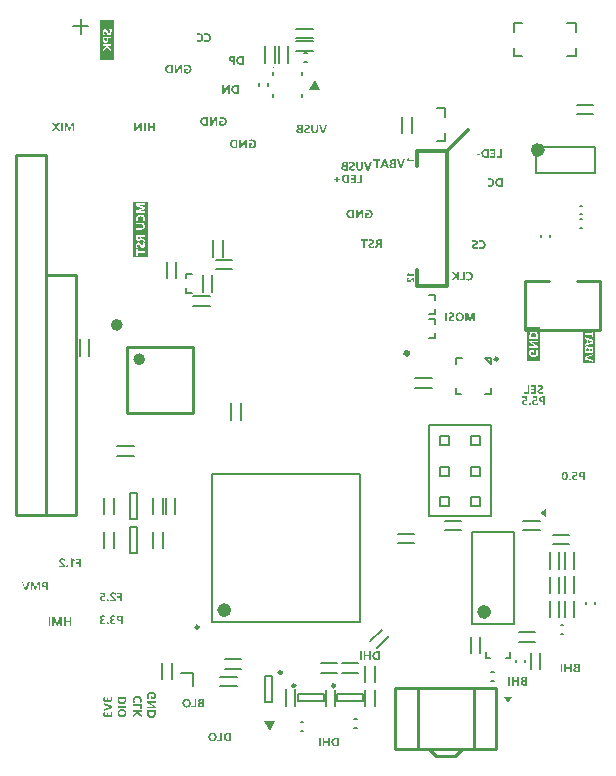
<source format=gbo>
G04*
G04 #@! TF.GenerationSoftware,Altium Limited,Altium Designer,20.0.13 (296)*
G04*
G04 Layer_Color=5220458*
%FSLAX44Y44*%
%MOMM*%
G71*
G01*
G75*
%ADD11C,0.2540*%
%ADD12C,0.2500*%
%ADD13C,0.6000*%
%ADD14C,0.4000*%
%ADD16C,0.1270*%
%ADD18C,0.2000*%
%ADD98C,0.5080*%
%ADD102C,0.3000*%
%ADD199C,0.1000*%
%ADD200C,0.5000*%
%ADD201C,0.2030*%
G36*
X218000Y15424D02*
X213174Y23806D01*
X222826D01*
X218000Y15424D01*
D02*
G37*
G36*
X420000Y38960D02*
X416698Y43786D01*
X423302D01*
X420000Y38960D01*
D02*
G37*
G36*
X446710Y199750D02*
X451536Y203052D01*
Y196448D01*
X446710Y199750D01*
D02*
G37*
G36*
X256000Y566326D02*
X260826Y557944D01*
X251174Y557944D01*
X256000Y566326D01*
D02*
G37*
G36*
X143958Y571867D02*
X142491D01*
Y575986D01*
Y576268D01*
X142503Y576503D01*
Y576702D01*
X142515Y576866D01*
X142526Y576984D01*
Y577078D01*
X142538Y577136D01*
Y577148D01*
X142515D01*
X142468Y577054D01*
X142409Y576960D01*
X142292Y576772D01*
X142245Y576690D01*
X142198Y576620D01*
X142174Y576573D01*
X142163Y576561D01*
X139088Y571867D01*
X137504D01*
Y579119D01*
X138971D01*
Y574989D01*
Y574731D01*
X138959Y574519D01*
Y574343D01*
X138947Y574203D01*
X138936Y574097D01*
Y574027D01*
X138924Y573991D01*
Y573980D01*
X138947D01*
X138982Y574038D01*
X139030Y574120D01*
X139088Y574214D01*
X139158Y574308D01*
X139217Y574402D01*
X139264Y574484D01*
X139299Y574531D01*
X139311Y574555D01*
X142268Y579119D01*
X143958D01*
Y571867D01*
D02*
G37*
G36*
X148077Y579237D02*
X148394Y579202D01*
X148687Y579155D01*
X148969Y579084D01*
X149227Y579002D01*
X149462Y578908D01*
X149685Y578814D01*
X149884Y578709D01*
X150060Y578603D01*
X150213Y578509D01*
X150342Y578415D01*
X150459Y578333D01*
X150541Y578275D01*
X150612Y578216D01*
X150647Y578181D01*
X150659Y578169D01*
X150858Y577958D01*
X151022Y577735D01*
X151175Y577512D01*
X151292Y577277D01*
X151398Y577042D01*
X151492Y576808D01*
X151562Y576585D01*
X151621Y576373D01*
X151668Y576162D01*
X151703Y575975D01*
X151727Y575810D01*
X151738Y575658D01*
X151750Y575540D01*
X151762Y575447D01*
Y575400D01*
Y575376D01*
X151750Y575071D01*
X151715Y574778D01*
X151668Y574508D01*
X151609Y574249D01*
X151527Y574015D01*
X151445Y573792D01*
X151351Y573592D01*
X151257Y573416D01*
X151175Y573252D01*
X151081Y573111D01*
X150999Y572994D01*
X150917Y572888D01*
X150858Y572818D01*
X150811Y572759D01*
X150776Y572724D01*
X150764Y572712D01*
X150565Y572548D01*
X150353Y572395D01*
X150131Y572266D01*
X149908Y572161D01*
X149685Y572067D01*
X149450Y571985D01*
X149227Y571926D01*
X149016Y571867D01*
X148805Y571832D01*
X148617Y571797D01*
X148453Y571785D01*
X148300Y571762D01*
X148183D01*
X148089Y571750D01*
X148018D01*
X147737Y571762D01*
X147455Y571773D01*
X147197Y571809D01*
X146951Y571844D01*
X146728Y571891D01*
X146504Y571938D01*
X146305Y571996D01*
X146129Y572055D01*
X145965Y572102D01*
X145824Y572161D01*
X145695Y572208D01*
X145589Y572255D01*
X145507Y572290D01*
X145448Y572325D01*
X145413Y572337D01*
X145401Y572349D01*
Y575963D01*
X148417D01*
Y574719D01*
X146951D01*
Y573229D01*
X147103Y573170D01*
X147267Y573123D01*
X147432Y573088D01*
X147584Y573064D01*
X147725Y573053D01*
X147831Y573041D01*
X147936D01*
X148124Y573053D01*
X148300Y573064D01*
X148617Y573135D01*
X148898Y573240D01*
X149016Y573299D01*
X149121Y573358D01*
X149215Y573416D01*
X149309Y573475D01*
X149380Y573534D01*
X149438Y573581D01*
X149485Y573616D01*
X149520Y573651D01*
X149532Y573663D01*
X149544Y573675D01*
X149649Y573804D01*
X149732Y573933D01*
X149814Y574073D01*
X149884Y574214D01*
X149990Y574519D01*
X150060Y574801D01*
X150084Y574930D01*
X150095Y575047D01*
X150107Y575165D01*
X150119Y575259D01*
X150131Y575341D01*
Y575400D01*
Y575435D01*
Y575447D01*
X150119Y575658D01*
X150107Y575845D01*
X150072Y576033D01*
X150025Y576209D01*
X149978Y576362D01*
X149931Y576514D01*
X149872Y576655D01*
X149802Y576772D01*
X149743Y576878D01*
X149685Y576984D01*
X149638Y577066D01*
X149591Y577125D01*
X149544Y577183D01*
X149509Y577218D01*
X149497Y577242D01*
X149485Y577254D01*
X149356Y577371D01*
X149227Y577488D01*
X149086Y577570D01*
X148945Y577653D01*
X148805Y577723D01*
X148652Y577782D01*
X148382Y577864D01*
X148265Y577887D01*
X148147Y577911D01*
X148042Y577923D01*
X147960Y577934D01*
X147889Y577946D01*
X147784D01*
X147349Y577923D01*
X146951Y577864D01*
X146763Y577829D01*
X146598Y577793D01*
X146434Y577747D01*
X146293Y577700D01*
X146164Y577653D01*
X146047Y577606D01*
X145953Y577570D01*
X145871Y577535D01*
X145800Y577500D01*
X145753Y577477D01*
X145730Y577465D01*
X145718Y577453D01*
Y578920D01*
X146059Y579026D01*
X146399Y579108D01*
X146739Y579166D01*
X147056Y579213D01*
X147209Y579225D01*
X147338Y579237D01*
X147455D01*
X147549Y579249D01*
X147748D01*
X148077Y579237D01*
D02*
G37*
G36*
X135814Y571867D02*
X133315D01*
X132998Y571879D01*
X132704Y571914D01*
X132423Y571961D01*
X132153Y572020D01*
X131906Y572102D01*
X131684Y572184D01*
X131472Y572278D01*
X131273Y572372D01*
X131109Y572466D01*
X130956Y572560D01*
X130827Y572642D01*
X130721Y572724D01*
X130627Y572783D01*
X130569Y572830D01*
X130534Y572865D01*
X130522Y572877D01*
X130334Y573076D01*
X130170Y573287D01*
X130017Y573510D01*
X129900Y573733D01*
X129794Y573956D01*
X129700Y574179D01*
X129630Y574402D01*
X129571Y574613D01*
X129536Y574813D01*
X129501Y575001D01*
X129477Y575165D01*
X129454Y575306D01*
Y575423D01*
X129442Y575517D01*
Y575564D01*
Y575587D01*
X129454Y575904D01*
X129489Y576209D01*
X129536Y576491D01*
X129606Y576749D01*
X129700Y576996D01*
X129794Y577230D01*
X129911Y577441D01*
X130041Y577629D01*
X130181Y577805D01*
X130334Y577970D01*
X130498Y578122D01*
X130663Y578263D01*
X130839Y578380D01*
X131015Y578486D01*
X131367Y578674D01*
X131730Y578826D01*
X132083Y578932D01*
X132411Y579014D01*
X132704Y579061D01*
X132833Y579084D01*
X132951Y579096D01*
X133045Y579108D01*
X133139D01*
X133209Y579119D01*
X135814D01*
Y571867D01*
D02*
G37*
G36*
X196000Y579250D02*
X193500D01*
X193184Y579262D01*
X192890Y579297D01*
X192609Y579344D01*
X192339Y579403D01*
X192092Y579485D01*
X191869Y579567D01*
X191658Y579661D01*
X191459Y579755D01*
X191294Y579849D01*
X191142Y579942D01*
X191013Y580024D01*
X190907Y580107D01*
X190813Y580165D01*
X190755Y580212D01*
X190719Y580247D01*
X190708Y580259D01*
X190520Y580459D01*
X190356Y580670D01*
X190203Y580893D01*
X190086Y581116D01*
X189980Y581339D01*
X189886Y581562D01*
X189816Y581785D01*
X189757Y581996D01*
X189722Y582195D01*
X189687Y582383D01*
X189663Y582547D01*
X189640Y582688D01*
Y582806D01*
X189628Y582900D01*
Y582947D01*
Y582970D01*
X189640Y583287D01*
X189675Y583592D01*
X189722Y583873D01*
X189792Y584132D01*
X189886Y584378D01*
X189980Y584613D01*
X190097Y584824D01*
X190226Y585012D01*
X190367Y585188D01*
X190520Y585352D01*
X190684Y585505D01*
X190848Y585645D01*
X191024Y585763D01*
X191201Y585868D01*
X191553Y586056D01*
X191916Y586209D01*
X192268Y586314D01*
X192597Y586396D01*
X192890Y586443D01*
X193019Y586467D01*
X193137Y586479D01*
X193231Y586490D01*
X193325D01*
X193395Y586502D01*
X196000D01*
Y579250D01*
D02*
G37*
G36*
X188408D02*
X186859D01*
Y581773D01*
X185838D01*
X185626Y581796D01*
X185415Y581820D01*
X185227Y581867D01*
X185051Y581914D01*
X184875Y581973D01*
X184723Y582031D01*
X184582Y582090D01*
X184453Y582149D01*
X184347Y582207D01*
X184242Y582266D01*
X184171Y582313D01*
X184101Y582360D01*
X184054Y582395D01*
X184030Y582407D01*
X184019Y582418D01*
X183878Y582547D01*
X183749Y582688D01*
X183643Y582829D01*
X183538Y582982D01*
X183467Y583134D01*
X183397Y583275D01*
X183338Y583428D01*
X183303Y583557D01*
X183268Y583698D01*
X183244Y583815D01*
X183221Y583920D01*
X183209Y584014D01*
X183197Y584096D01*
Y584155D01*
Y584190D01*
Y584202D01*
X183209Y584413D01*
X183232Y584613D01*
X183268Y584789D01*
X183315Y584965D01*
X183373Y585117D01*
X183444Y585270D01*
X183620Y585528D01*
X183831Y585751D01*
X184054Y585939D01*
X184300Y586091D01*
X184547Y586221D01*
X184805Y586314D01*
X185051Y586385D01*
X185274Y586432D01*
X185486Y586467D01*
X185662Y586490D01*
X185732D01*
X185791Y586502D01*
X188408D01*
Y579250D01*
D02*
G37*
G36*
X397218Y430737D02*
X397511Y430702D01*
X397793Y430643D01*
X398051Y430573D01*
X398297Y430490D01*
X398532Y430396D01*
X398743Y430303D01*
X398931Y430197D01*
X399095Y430091D01*
X399248Y429997D01*
X399377Y429904D01*
X399483Y429822D01*
X399576Y429751D01*
X399635Y429692D01*
X399670Y429657D01*
X399682Y429646D01*
X399870Y429434D01*
X400034Y429211D01*
X400187Y428977D01*
X400304Y428742D01*
X400410Y428507D01*
X400504Y428273D01*
X400574Y428050D01*
X400621Y427827D01*
X400668Y427627D01*
X400703Y427428D01*
X400727Y427263D01*
X400750Y427111D01*
Y426993D01*
X400762Y426911D01*
Y426853D01*
Y426829D01*
X400750Y426536D01*
X400715Y426254D01*
X400668Y425984D01*
X400609Y425738D01*
X400539Y425503D01*
X400457Y425292D01*
X400374Y425092D01*
X400281Y424916D01*
X400187Y424752D01*
X400105Y424623D01*
X400022Y424506D01*
X399952Y424400D01*
X399893Y424330D01*
X399835Y424271D01*
X399811Y424236D01*
X399799Y424224D01*
X399612Y424048D01*
X399412Y423907D01*
X399201Y423778D01*
X398990Y423661D01*
X398767Y423567D01*
X398556Y423485D01*
X398344Y423426D01*
X398133Y423367D01*
X397945Y423332D01*
X397769Y423297D01*
X397605Y423285D01*
X397464Y423262D01*
X397347D01*
X397265Y423250D01*
X396960D01*
X396737Y423262D01*
X396525Y423285D01*
X396326Y423309D01*
X396150Y423332D01*
X395974Y423367D01*
X395821Y423403D01*
X395681Y423438D01*
X395551Y423473D01*
X395446Y423508D01*
X395352Y423543D01*
X395270Y423567D01*
X395211Y423590D01*
X395164Y423614D01*
X395141Y423625D01*
X395129D01*
Y425045D01*
X395434Y424893D01*
X395739Y424776D01*
X396033Y424693D01*
X396302Y424635D01*
X396432Y424611D01*
X396537Y424599D01*
X396643Y424588D01*
X396725D01*
X396795Y424576D01*
X396889D01*
X397077Y424588D01*
X397253Y424599D01*
X397582Y424682D01*
X397863Y424776D01*
X397981Y424834D01*
X398098Y424905D01*
X398192Y424963D01*
X398286Y425022D01*
X398356Y425069D01*
X398415Y425116D01*
X398473Y425163D01*
X398509Y425198D01*
X398520Y425210D01*
X398532Y425221D01*
X398638Y425350D01*
X398732Y425480D01*
X398814Y425620D01*
X398872Y425773D01*
X398990Y426055D01*
X399060Y426336D01*
X399084Y426454D01*
X399095Y426571D01*
X399107Y426677D01*
X399119Y426770D01*
X399131Y426841D01*
Y426899D01*
Y426935D01*
Y426946D01*
X399119Y427146D01*
X399107Y427345D01*
X399037Y427686D01*
X398978Y427850D01*
X398931Y427991D01*
X398872Y428120D01*
X398814Y428249D01*
X398755Y428355D01*
X398696Y428448D01*
X398638Y428531D01*
X398591Y428601D01*
X398556Y428648D01*
X398520Y428683D01*
X398509Y428707D01*
X398497Y428718D01*
X398368Y428836D01*
X398239Y428941D01*
X398110Y429035D01*
X397969Y429117D01*
X397816Y429176D01*
X397676Y429235D01*
X397406Y429317D01*
X397288Y429340D01*
X397171Y429364D01*
X397065Y429376D01*
X396971Y429387D01*
X396901Y429399D01*
X396795D01*
X396455Y429376D01*
X396138Y429329D01*
X395857Y429270D01*
X395610Y429188D01*
X395504Y429153D01*
X395411Y429106D01*
X395328Y429071D01*
X395258Y429047D01*
X395199Y429012D01*
X395164Y429000D01*
X395141Y428977D01*
X395129D01*
Y430467D01*
X395411Y430561D01*
X395704Y430631D01*
X396009Y430678D01*
X396279Y430713D01*
X396408Y430725D01*
X396525Y430737D01*
X396631D01*
X396725Y430748D01*
X396901D01*
X397218Y430737D01*
D02*
G37*
G36*
X391620D02*
X391832Y430725D01*
X392043Y430702D01*
X392242Y430666D01*
X392418Y430620D01*
X392583Y430573D01*
X392747Y430526D01*
X392876Y430467D01*
X393005Y430420D01*
X393111Y430361D01*
X393204Y430314D01*
X393287Y430279D01*
X393345Y430232D01*
X393392Y430209D01*
X393416Y430197D01*
X393428Y430185D01*
X393568Y430080D01*
X393686Y429951D01*
X393791Y429833D01*
X393873Y429704D01*
X393955Y429575D01*
X394014Y429446D01*
X394108Y429188D01*
X394155Y428965D01*
X394179Y428859D01*
X394190Y428777D01*
X394202Y428707D01*
Y428660D01*
Y428624D01*
Y428613D01*
X394179Y428366D01*
X394132Y428120D01*
X394049Y427909D01*
X393932Y427697D01*
X393803Y427510D01*
X393662Y427345D01*
X393510Y427181D01*
X393345Y427040D01*
X393193Y426923D01*
X393040Y426817D01*
X392899Y426724D01*
X392770Y426641D01*
X392653Y426583D01*
X392571Y426548D01*
X392524Y426524D01*
X392500Y426512D01*
X392301Y426430D01*
X392125Y426360D01*
X391972Y426278D01*
X391832Y426207D01*
X391702Y426148D01*
X391597Y426090D01*
X391503Y426031D01*
X391421Y425984D01*
X391350Y425949D01*
X391303Y425902D01*
X391221Y425843D01*
X391174Y425808D01*
X391163Y425797D01*
X391081Y425703D01*
X391010Y425597D01*
X390963Y425503D01*
X390940Y425421D01*
X390916Y425350D01*
X390905Y425292D01*
Y425257D01*
Y425245D01*
X390916Y425128D01*
X390951Y425010D01*
X391010Y424916D01*
X391069Y424834D01*
X391128Y424776D01*
X391186Y424717D01*
X391221Y424693D01*
X391233Y424682D01*
X391362Y424611D01*
X391515Y424553D01*
X391667Y424517D01*
X391832Y424482D01*
X391961Y424470D01*
X392078Y424459D01*
X392184D01*
X392395Y424470D01*
X392594Y424494D01*
X392782Y424529D01*
X392958Y424576D01*
X393298Y424693D01*
X393451Y424752D01*
X393592Y424823D01*
X393721Y424893D01*
X393838Y424952D01*
X393932Y425022D01*
X394014Y425069D01*
X394085Y425116D01*
X394132Y425151D01*
X394155Y425174D01*
X394167Y425186D01*
Y423637D01*
X393850Y423508D01*
X393510Y423414D01*
X393169Y423344D01*
X392841Y423297D01*
X392700Y423285D01*
X392559Y423274D01*
X392442Y423262D01*
X392336D01*
X392242Y423250D01*
X392125D01*
X391879Y423262D01*
X391644Y423274D01*
X391421Y423297D01*
X391221Y423332D01*
X391034Y423379D01*
X390858Y423426D01*
X390705Y423473D01*
X390564Y423520D01*
X390435Y423567D01*
X390330Y423614D01*
X390236Y423661D01*
X390165Y423708D01*
X390107Y423743D01*
X390060Y423766D01*
X390036Y423790D01*
X390024D01*
X389895Y423895D01*
X389778Y424013D01*
X389684Y424142D01*
X389602Y424271D01*
X389520Y424400D01*
X389461Y424529D01*
X389379Y424787D01*
X389320Y425010D01*
X389309Y425116D01*
X389297Y425198D01*
X389285Y425280D01*
Y425327D01*
Y425362D01*
Y425374D01*
X389297Y425632D01*
X389344Y425867D01*
X389414Y426078D01*
X389485Y426254D01*
X389567Y426407D01*
X389625Y426512D01*
X389672Y426583D01*
X389696Y426606D01*
X389778Y426700D01*
X389872Y426794D01*
X390095Y426982D01*
X390341Y427146D01*
X390588Y427287D01*
X390811Y427404D01*
X390916Y427463D01*
X390998Y427498D01*
X391069Y427533D01*
X391128Y427557D01*
X391163Y427580D01*
X391174D01*
X391339Y427651D01*
X391491Y427721D01*
X391620Y427791D01*
X391749Y427850D01*
X391855Y427909D01*
X391949Y427967D01*
X392031Y428014D01*
X392102Y428061D01*
X392207Y428132D01*
X392289Y428179D01*
X392324Y428214D01*
X392336Y428226D01*
X392418Y428319D01*
X392477Y428402D01*
X392512Y428495D01*
X392536Y428578D01*
X392559Y428636D01*
X392571Y428695D01*
Y428730D01*
Y428742D01*
X392559Y428871D01*
X392512Y428977D01*
X392465Y429071D01*
X392395Y429153D01*
X392336Y429223D01*
X392277Y429270D01*
X392242Y429293D01*
X392230Y429305D01*
X392090Y429376D01*
X391937Y429422D01*
X391785Y429469D01*
X391644Y429493D01*
X391515Y429505D01*
X391409Y429516D01*
X391128D01*
X390963Y429493D01*
X390635Y429434D01*
X390341Y429352D01*
X390083Y429270D01*
X389977Y429223D01*
X389884Y429176D01*
X389801Y429129D01*
X389731Y429094D01*
X389672Y429059D01*
X389637Y429035D01*
X389614Y429024D01*
X389602Y429012D01*
Y430467D01*
X389884Y430561D01*
X390177Y430631D01*
X390482Y430678D01*
X390764Y430713D01*
X390893Y430725D01*
X391010Y430737D01*
X391116D01*
X391210Y430748D01*
X391386D01*
X391620Y430737D01*
D02*
G37*
G36*
X185423Y6468D02*
X182924D01*
X182607Y6479D01*
X182313Y6515D01*
X182032Y6562D01*
X181762Y6620D01*
X181515Y6702D01*
X181292Y6785D01*
X181081Y6878D01*
X180882Y6972D01*
X180717Y7066D01*
X180565Y7160D01*
X180436Y7242D01*
X180330Y7324D01*
X180236Y7383D01*
X180178Y7430D01*
X180142Y7465D01*
X180131Y7477D01*
X179943Y7676D01*
X179779Y7888D01*
X179626Y8111D01*
X179509Y8334D01*
X179403Y8557D01*
X179309Y8780D01*
X179239Y9002D01*
X179180Y9214D01*
X179145Y9413D01*
X179110Y9601D01*
X179086Y9765D01*
X179063Y9906D01*
Y10023D01*
X179051Y10117D01*
Y10164D01*
Y10188D01*
X179063Y10504D01*
X179098Y10810D01*
X179145Y11091D01*
X179215Y11349D01*
X179309Y11596D01*
X179403Y11831D01*
X179520Y12042D01*
X179650Y12229D01*
X179790Y12406D01*
X179943Y12570D01*
X180107Y12722D01*
X180271Y12863D01*
X180448Y12981D01*
X180623Y13086D01*
X180975Y13274D01*
X181339Y13427D01*
X181691Y13532D01*
X182020Y13614D01*
X182313Y13661D01*
X182442Y13685D01*
X182560Y13696D01*
X182654Y13708D01*
X182747D01*
X182818Y13720D01*
X185423D01*
Y6468D01*
D02*
G37*
G36*
X177831D02*
X173571D01*
Y7723D01*
X176282D01*
Y13720D01*
X177831D01*
Y6468D01*
D02*
G37*
G36*
X169710Y13837D02*
X170004Y13802D01*
X170262Y13755D01*
X170520Y13685D01*
X170755Y13602D01*
X170966Y13509D01*
X171165Y13415D01*
X171341Y13309D01*
X171506Y13204D01*
X171646Y13110D01*
X171764Y13016D01*
X171869Y12934D01*
X171940Y12875D01*
X171998Y12816D01*
X172034Y12781D01*
X172045Y12769D01*
X172221Y12558D01*
X172374Y12347D01*
X172503Y12112D01*
X172620Y11889D01*
X172714Y11654D01*
X172796Y11420D01*
X172867Y11197D01*
X172914Y10986D01*
X172961Y10786D01*
X172984Y10598D01*
X173008Y10422D01*
X173031Y10281D01*
Y10164D01*
X173043Y10070D01*
Y10023D01*
Y10000D01*
X173031Y9707D01*
X172996Y9425D01*
X172949Y9155D01*
X172890Y8909D01*
X172820Y8674D01*
X172738Y8451D01*
X172644Y8251D01*
X172550Y8075D01*
X172468Y7911D01*
X172374Y7770D01*
X172292Y7641D01*
X172221Y7547D01*
X172163Y7465D01*
X172116Y7406D01*
X172081Y7371D01*
X172069Y7360D01*
X171881Y7184D01*
X171682Y7031D01*
X171470Y6890D01*
X171259Y6773D01*
X171048Y6679D01*
X170837Y6597D01*
X170637Y6526D01*
X170438Y6479D01*
X170250Y6432D01*
X170074Y6409D01*
X169921Y6386D01*
X169792Y6362D01*
X169687D01*
X169604Y6350D01*
X169534D01*
X169241Y6362D01*
X168959Y6397D01*
X168701Y6444D01*
X168454Y6515D01*
X168220Y6597D01*
X168009Y6679D01*
X167809Y6773D01*
X167633Y6878D01*
X167481Y6972D01*
X167340Y7066D01*
X167222Y7148D01*
X167117Y7230D01*
X167046Y7301D01*
X166988Y7348D01*
X166952Y7383D01*
X166941Y7395D01*
X166765Y7594D01*
X166612Y7817D01*
X166483Y8040D01*
X166366Y8275D01*
X166272Y8498D01*
X166190Y8733D01*
X166131Y8956D01*
X166072Y9167D01*
X166037Y9366D01*
X166002Y9554D01*
X165990Y9718D01*
X165967Y9859D01*
Y9976D01*
X165955Y10070D01*
Y10117D01*
Y10141D01*
X165967Y10434D01*
X165990Y10727D01*
X166037Y10997D01*
X166108Y11244D01*
X166178Y11479D01*
X166260Y11701D01*
X166342Y11901D01*
X166424Y12089D01*
X166518Y12253D01*
X166600Y12394D01*
X166682Y12511D01*
X166753Y12617D01*
X166812Y12699D01*
X166859Y12758D01*
X166894Y12793D01*
X166905Y12804D01*
X167093Y12992D01*
X167281Y13145D01*
X167492Y13286D01*
X167703Y13403D01*
X167903Y13509D01*
X168114Y13591D01*
X168325Y13661D01*
X168513Y13720D01*
X168701Y13767D01*
X168877Y13790D01*
X169030Y13814D01*
X169159Y13837D01*
X169264D01*
X169346Y13849D01*
X169417D01*
X169710Y13837D01*
D02*
G37*
G36*
X37890Y526626D02*
X40214Y523000D01*
X38371D01*
X37057Y525394D01*
X37010Y525511D01*
X36975Y525605D01*
X36951Y525687D01*
X36928Y525758D01*
X36904Y525805D01*
Y525840D01*
X36893Y525863D01*
Y525875D01*
X36869D01*
X36846Y525758D01*
X36822Y525664D01*
X36799Y525582D01*
X36775Y525511D01*
X36752Y525464D01*
X36740Y525429D01*
X36728Y525417D01*
Y525406D01*
X35426Y523000D01*
X33584D01*
X35837Y526650D01*
X33642Y530252D01*
X35367D01*
X36564Y528058D01*
X36658Y527823D01*
X36705Y527717D01*
X36740Y527623D01*
X36764Y527541D01*
X36787Y527483D01*
X36811Y527448D01*
Y527436D01*
X36822D01*
X36893Y527670D01*
X36928Y527764D01*
X36963Y527858D01*
X36998Y527929D01*
X37022Y527987D01*
X37034Y528022D01*
X37045Y528034D01*
X38137Y530252D01*
X40014D01*
X37890Y526626D01*
D02*
G37*
G36*
X52500Y523000D02*
X51104D01*
Y527095D01*
Y527436D01*
X51115Y527776D01*
X51127Y528081D01*
Y528363D01*
X51139Y528492D01*
Y528597D01*
X51150Y528703D01*
Y528785D01*
X51162Y528844D01*
Y528903D01*
Y528926D01*
Y528938D01*
X51127D01*
X51092Y528797D01*
X51068Y528668D01*
X51045Y528551D01*
X51021Y528445D01*
X50998Y528351D01*
X50974Y528269D01*
X50951Y528140D01*
X50928Y528046D01*
X50904Y527987D01*
X50892Y527964D01*
Y527952D01*
X49073Y523000D01*
X47841D01*
X46058Y527999D01*
X46022Y528105D01*
X45987Y528246D01*
X45952Y528398D01*
X45917Y528562D01*
X45882Y528703D01*
X45858Y528820D01*
X45846Y528867D01*
X45835Y528903D01*
Y528926D01*
Y528938D01*
X45788D01*
X45811Y528609D01*
X45823Y528304D01*
X45846Y528046D01*
Y527823D01*
X45858Y527647D01*
Y527577D01*
Y527506D01*
Y527459D01*
Y527424D01*
Y527412D01*
Y527401D01*
Y523000D01*
X44321D01*
Y530252D01*
X46515D01*
X48088Y525875D01*
X48146Y525711D01*
X48193Y525535D01*
X48252Y525359D01*
X48287Y525194D01*
X48322Y525054D01*
X48358Y524948D01*
X48369Y524901D01*
Y524866D01*
X48381Y524854D01*
Y524842D01*
X48416D01*
X48451Y525030D01*
X48487Y525206D01*
X48534Y525382D01*
X48581Y525535D01*
X48616Y525664D01*
X48651Y525769D01*
X48675Y525840D01*
X48686Y525863D01*
X50247Y530252D01*
X52500D01*
Y523000D01*
D02*
G37*
G36*
X42631D02*
X41094D01*
Y530252D01*
X42631D01*
Y523000D01*
D02*
G37*
G36*
X396038Y502741D02*
X393268D01*
Y503809D01*
X396038D01*
Y502741D01*
D02*
G37*
G36*
X414250Y500500D02*
X409990D01*
Y501756D01*
X412701D01*
Y507752D01*
X414250D01*
Y500500D01*
D02*
G37*
G36*
X409005D02*
X404710D01*
Y501756D01*
X407455D01*
Y503516D01*
X405062D01*
Y504783D01*
X407455D01*
Y506485D01*
X404874D01*
Y507752D01*
X409005D01*
Y500500D01*
D02*
G37*
G36*
X403513D02*
X401013D01*
X400696Y500512D01*
X400403Y500547D01*
X400121Y500594D01*
X399851Y500653D01*
X399605Y500735D01*
X399382Y500817D01*
X399171Y500911D01*
X398971Y501005D01*
X398807Y501099D01*
X398654Y501192D01*
X398525Y501274D01*
X398420Y501357D01*
X398326Y501415D01*
X398267Y501462D01*
X398232Y501497D01*
X398220Y501509D01*
X398032Y501709D01*
X397868Y501920D01*
X397716Y502143D01*
X397598Y502366D01*
X397493Y502589D01*
X397399Y502812D01*
X397328Y503035D01*
X397270Y503246D01*
X397234Y503445D01*
X397199Y503633D01*
X397176Y503797D01*
X397152Y503938D01*
Y504056D01*
X397141Y504150D01*
Y504197D01*
Y504220D01*
X397152Y504537D01*
X397188Y504842D01*
X397234Y505123D01*
X397305Y505382D01*
X397399Y505628D01*
X397493Y505863D01*
X397610Y506074D01*
X397739Y506262D01*
X397880Y506438D01*
X398032Y506602D01*
X398197Y506755D01*
X398361Y506895D01*
X398537Y507013D01*
X398713Y507118D01*
X399065Y507306D01*
X399429Y507459D01*
X399781Y507564D01*
X400110Y507646D01*
X400403Y507693D01*
X400532Y507717D01*
X400649Y507729D01*
X400743Y507740D01*
X400837D01*
X400908Y507752D01*
X403513D01*
Y500500D01*
D02*
G37*
G36*
X429059Y53612D02*
X427510D01*
Y56604D01*
X424424D01*
Y53612D01*
X422875D01*
Y60864D01*
X424424D01*
Y57942D01*
X427510D01*
Y60864D01*
X429059D01*
Y53612D01*
D02*
G37*
G36*
X435619D02*
X432908D01*
X432685Y53624D01*
X432474Y53636D01*
X432275Y53671D01*
X432087Y53706D01*
X431922Y53741D01*
X431758Y53800D01*
X431617Y53847D01*
X431488Y53905D01*
X431371Y53952D01*
X431265Y54011D01*
X431183Y54058D01*
X431113Y54093D01*
X431054Y54140D01*
X431019Y54163D01*
X430995Y54175D01*
X430984Y54187D01*
X430855Y54304D01*
X430749Y54422D01*
X430655Y54551D01*
X430573Y54680D01*
X430503Y54809D01*
X430456Y54938D01*
X430362Y55196D01*
X430315Y55419D01*
X430303Y55513D01*
X430291Y55595D01*
X430280Y55666D01*
Y55712D01*
Y55748D01*
Y55760D01*
X430303Y56018D01*
X430350Y56241D01*
X430432Y56440D01*
X430514Y56616D01*
X430596Y56745D01*
X430679Y56851D01*
X430726Y56909D01*
X430749Y56933D01*
X430937Y57097D01*
X431136Y57215D01*
X431336Y57320D01*
X431535Y57391D01*
X431711Y57438D01*
X431840Y57473D01*
X431899Y57484D01*
X431934Y57496D01*
X431969D01*
Y57520D01*
X431758Y57590D01*
X431559Y57684D01*
X431394Y57790D01*
X431242Y57884D01*
X431124Y57977D01*
X431042Y58060D01*
X430995Y58106D01*
X430972Y58130D01*
X430843Y58306D01*
X430737Y58482D01*
X430667Y58658D01*
X430620Y58822D01*
X430596Y58963D01*
X430573Y59069D01*
Y59116D01*
Y59151D01*
Y59163D01*
Y59174D01*
X430585Y59315D01*
X430596Y59456D01*
X430679Y59702D01*
X430772Y59914D01*
X430890Y60101D01*
X431019Y60230D01*
X431113Y60336D01*
X431195Y60395D01*
X431207Y60418D01*
X431218D01*
X431347Y60500D01*
X431477Y60571D01*
X431770Y60676D01*
X432075Y60759D01*
X432368Y60805D01*
X432497Y60829D01*
X432626Y60841D01*
X432744Y60852D01*
X432838D01*
X432920Y60864D01*
X435619D01*
Y53612D01*
D02*
G37*
G36*
X421173D02*
X419636D01*
Y60864D01*
X421173D01*
Y53612D01*
D02*
G37*
G36*
X121000Y522750D02*
X119451D01*
Y525742D01*
X116365D01*
Y522750D01*
X114816D01*
Y530002D01*
X116365D01*
Y527080D01*
X119451D01*
Y530002D01*
X121000D01*
Y522750D01*
D02*
G37*
G36*
X109899D02*
X108432D01*
Y526869D01*
Y527151D01*
X108444Y527385D01*
Y527585D01*
X108455Y527749D01*
X108467Y527866D01*
Y527960D01*
X108479Y528019D01*
Y528031D01*
X108455D01*
X108409Y527937D01*
X108350Y527843D01*
X108232Y527655D01*
X108186Y527573D01*
X108139Y527503D01*
X108115Y527456D01*
X108104Y527444D01*
X105029Y522750D01*
X103445D01*
Y530002D01*
X104912D01*
Y525872D01*
Y525613D01*
X104900Y525402D01*
Y525226D01*
X104888Y525085D01*
X104876Y524980D01*
Y524909D01*
X104865Y524874D01*
Y524862D01*
X104888D01*
X104923Y524921D01*
X104970Y525003D01*
X105029Y525097D01*
X105099Y525191D01*
X105158Y525285D01*
X105205Y525367D01*
X105240Y525414D01*
X105252Y525437D01*
X108209Y530002D01*
X109899D01*
Y522750D01*
D02*
G37*
G36*
X113114D02*
X111577D01*
Y530002D01*
X113114D01*
Y522750D01*
D02*
G37*
G36*
X444604Y294368D02*
X444335Y294391D01*
X444076Y294415D01*
X443853Y294427D01*
X443666Y294438D01*
X443513Y294450D01*
X443290D01*
X443020Y294438D01*
X442774Y294403D01*
X442574Y294344D01*
X442398Y294274D01*
X442246Y294192D01*
X442117Y294098D01*
X442011Y293992D01*
X441929Y293887D01*
X441870Y293781D01*
X441823Y293675D01*
X441788Y293582D01*
X441765Y293500D01*
X441753Y293429D01*
X441741Y293370D01*
Y293335D01*
Y293323D01*
X441753Y293136D01*
X441800Y292960D01*
X441859Y292819D01*
X441917Y292690D01*
X441988Y292596D01*
X442046Y292526D01*
X442093Y292479D01*
X442105Y292467D01*
X442258Y292361D01*
X442410Y292279D01*
X442574Y292232D01*
X442739Y292185D01*
X442879Y292162D01*
X442997Y292150D01*
X443102D01*
X443419Y292174D01*
X443713Y292220D01*
X443983Y292291D01*
X444229Y292385D01*
X444335Y292420D01*
X444428Y292467D01*
X444511Y292502D01*
X444581Y292537D01*
X444640Y292561D01*
X444675Y292584D01*
X444698Y292608D01*
X444710D01*
Y291293D01*
X444428Y291199D01*
X444135Y291129D01*
X443842Y291070D01*
X443572Y291035D01*
X443443Y291024D01*
X443326Y291012D01*
X443220D01*
X443138Y291000D01*
X442962D01*
X442727Y291012D01*
X442504Y291035D01*
X442304Y291059D01*
X442105Y291106D01*
X441929Y291153D01*
X441765Y291211D01*
X441612Y291282D01*
X441471Y291340D01*
X441354Y291399D01*
X441248Y291469D01*
X441155Y291528D01*
X441084Y291575D01*
X441025Y291622D01*
X440979Y291657D01*
X440955Y291669D01*
X440943Y291681D01*
X440814Y291810D01*
X440697Y291962D01*
X440591Y292103D01*
X440509Y292256D01*
X440439Y292408D01*
X440380Y292549D01*
X440286Y292842D01*
X440251Y292971D01*
X440228Y293089D01*
X440216Y293194D01*
X440204Y293288D01*
X440192Y293370D01*
Y293429D01*
Y293464D01*
Y293476D01*
X440204Y293652D01*
X440216Y293828D01*
X440286Y294133D01*
X440392Y294403D01*
X440497Y294638D01*
X440556Y294732D01*
X440615Y294814D01*
X440673Y294884D01*
X440720Y294943D01*
X440756Y294990D01*
X440791Y295025D01*
X440802Y295037D01*
X440814Y295049D01*
X440932Y295154D01*
X441061Y295248D01*
X441190Y295318D01*
X441330Y295389D01*
X441612Y295494D01*
X441882Y295565D01*
X442117Y295600D01*
X442222Y295623D01*
X442316D01*
X442387Y295635D01*
X442739D01*
X442868Y295623D01*
X442973D01*
X443067Y295612D01*
X443138D01*
X443185Y295600D01*
X443208D01*
X443102Y297126D01*
X440486D01*
Y298370D01*
X444335D01*
X444604Y294368D01*
D02*
G37*
G36*
X435944D02*
X435674Y294391D01*
X435416Y294415D01*
X435193Y294427D01*
X435005Y294438D01*
X434853Y294450D01*
X434630D01*
X434360Y294438D01*
X434114Y294403D01*
X433914Y294344D01*
X433738Y294274D01*
X433586Y294192D01*
X433456Y294098D01*
X433351Y293992D01*
X433269Y293887D01*
X433210Y293781D01*
X433163Y293675D01*
X433128Y293582D01*
X433104Y293500D01*
X433093Y293429D01*
X433081Y293370D01*
Y293335D01*
Y293323D01*
X433093Y293136D01*
X433140Y292960D01*
X433198Y292819D01*
X433257Y292690D01*
X433327Y292596D01*
X433386Y292526D01*
X433433Y292479D01*
X433445Y292467D01*
X433597Y292361D01*
X433750Y292279D01*
X433914Y292232D01*
X434078Y292185D01*
X434219Y292162D01*
X434337Y292150D01*
X434442D01*
X434759Y292174D01*
X435052Y292220D01*
X435322Y292291D01*
X435569Y292385D01*
X435674Y292420D01*
X435768Y292467D01*
X435850Y292502D01*
X435921Y292537D01*
X435979Y292561D01*
X436015Y292584D01*
X436038Y292608D01*
X436050D01*
Y291293D01*
X435768Y291199D01*
X435475Y291129D01*
X435182Y291070D01*
X434912Y291035D01*
X434782Y291024D01*
X434665Y291012D01*
X434560D01*
X434477Y291000D01*
X434301D01*
X434067Y291012D01*
X433844Y291035D01*
X433644Y291059D01*
X433445Y291106D01*
X433269Y291153D01*
X433104Y291211D01*
X432952Y291282D01*
X432811Y291340D01*
X432694Y291399D01*
X432588Y291469D01*
X432494Y291528D01*
X432424Y291575D01*
X432365Y291622D01*
X432318Y291657D01*
X432295Y291669D01*
X432283Y291681D01*
X432154Y291810D01*
X432037Y291962D01*
X431931Y292103D01*
X431849Y292256D01*
X431778Y292408D01*
X431720Y292549D01*
X431626Y292842D01*
X431591Y292971D01*
X431567Y293089D01*
X431555Y293194D01*
X431544Y293288D01*
X431532Y293370D01*
Y293429D01*
Y293464D01*
Y293476D01*
X431544Y293652D01*
X431555Y293828D01*
X431626Y294133D01*
X431731Y294403D01*
X431837Y294638D01*
X431896Y294732D01*
X431954Y294814D01*
X432013Y294884D01*
X432060Y294943D01*
X432095Y294990D01*
X432131Y295025D01*
X432142Y295037D01*
X432154Y295049D01*
X432271Y295154D01*
X432400Y295248D01*
X432529Y295318D01*
X432670Y295389D01*
X432952Y295494D01*
X433222Y295565D01*
X433456Y295600D01*
X433562Y295623D01*
X433656D01*
X433726Y295635D01*
X434078D01*
X434207Y295623D01*
X434313D01*
X434407Y295612D01*
X434477D01*
X434524Y295600D01*
X434548D01*
X434442Y297126D01*
X431825D01*
Y298370D01*
X435674D01*
X435944Y294368D01*
D02*
G37*
G36*
X451000Y291117D02*
X449451D01*
Y293640D01*
X448430D01*
X448219Y293664D01*
X448008Y293687D01*
X447820Y293734D01*
X447644Y293781D01*
X447468Y293840D01*
X447315Y293899D01*
X447174Y293957D01*
X447045Y294016D01*
X446940Y294074D01*
X446834Y294133D01*
X446764Y294180D01*
X446693Y294227D01*
X446646Y294262D01*
X446623Y294274D01*
X446611Y294286D01*
X446470Y294415D01*
X446341Y294556D01*
X446236Y294697D01*
X446130Y294849D01*
X446060Y295002D01*
X445989Y295142D01*
X445931Y295295D01*
X445895Y295424D01*
X445860Y295565D01*
X445837Y295682D01*
X445813Y295788D01*
X445802Y295882D01*
X445790Y295964D01*
Y296022D01*
Y296058D01*
Y296069D01*
X445802Y296281D01*
X445825Y296480D01*
X445860Y296656D01*
X445907Y296832D01*
X445966Y296985D01*
X446036Y297137D01*
X446212Y297395D01*
X446423Y297618D01*
X446646Y297806D01*
X446893Y297959D01*
X447139Y298088D01*
X447397Y298182D01*
X447644Y298252D01*
X447867Y298299D01*
X448078Y298334D01*
X448254Y298358D01*
X448325D01*
X448383Y298370D01*
X451000D01*
Y291117D01*
D02*
G37*
G36*
X438373Y292584D02*
X438491Y292561D01*
X438596Y292526D01*
X438690Y292479D01*
X438772Y292432D01*
X438831Y292396D01*
X438866Y292373D01*
X438878Y292361D01*
X438972Y292267D01*
X439030Y292174D01*
X439077Y292080D01*
X439113Y291986D01*
X439136Y291915D01*
X439148Y291845D01*
Y291798D01*
Y291786D01*
X439136Y291669D01*
X439113Y291551D01*
X439066Y291458D01*
X439019Y291376D01*
X438972Y291317D01*
X438925Y291258D01*
X438901Y291235D01*
X438890Y291223D01*
X438784Y291153D01*
X438679Y291094D01*
X438573Y291059D01*
X438467Y291024D01*
X438385Y291012D01*
X438315Y291000D01*
X438256D01*
X438115Y291012D01*
X437986Y291035D01*
X437881Y291070D01*
X437787Y291106D01*
X437716Y291141D01*
X437658Y291176D01*
X437622Y291199D01*
X437611Y291211D01*
X437528Y291305D01*
X437458Y291399D01*
X437411Y291493D01*
X437388Y291587D01*
X437364Y291669D01*
X437352Y291728D01*
Y291775D01*
Y291786D01*
X437364Y291915D01*
X437388Y292021D01*
X437435Y292127D01*
X437481Y292209D01*
X437528Y292267D01*
X437575Y292326D01*
X437599Y292349D01*
X437611Y292361D01*
X437716Y292443D01*
X437822Y292502D01*
X437916Y292537D01*
X438021Y292572D01*
X438103Y292584D01*
X438174Y292596D01*
X438232D01*
X438373Y292584D01*
D02*
G37*
G36*
X96476Y41640D02*
X96465Y41324D01*
X96430Y41030D01*
X96383Y40749D01*
X96324Y40479D01*
X96242Y40232D01*
X96160Y40009D01*
X96066Y39798D01*
X95972Y39599D01*
X95878Y39434D01*
X95784Y39282D01*
X95702Y39153D01*
X95620Y39047D01*
X95561Y38953D01*
X95514Y38895D01*
X95479Y38859D01*
X95467Y38847D01*
X95268Y38660D01*
X95056Y38496D01*
X94833Y38343D01*
X94611Y38226D01*
X94388Y38120D01*
X94165Y38026D01*
X93942Y37956D01*
X93730Y37897D01*
X93531Y37862D01*
X93343Y37827D01*
X93179Y37803D01*
X93038Y37780D01*
X92921D01*
X92827Y37768D01*
X92780D01*
X92757D01*
X92440Y37780D01*
X92135Y37815D01*
X91853Y37862D01*
X91595Y37932D01*
X91348Y38026D01*
X91114Y38120D01*
X90902Y38237D01*
X90715Y38366D01*
X90539Y38507D01*
X90374Y38660D01*
X90222Y38824D01*
X90081Y38988D01*
X89964Y39164D01*
X89858Y39340D01*
X89670Y39692D01*
X89518Y40056D01*
X89412Y40408D01*
X89330Y40737D01*
X89283Y41030D01*
X89260Y41159D01*
X89248Y41277D01*
X89236Y41371D01*
Y41464D01*
X89224Y41535D01*
Y44140D01*
X96476D01*
Y41640D01*
D02*
G37*
G36*
Y35010D02*
X89224D01*
Y36548D01*
X96476D01*
Y35010D01*
D02*
G37*
G36*
X93238Y33778D02*
X93519Y33743D01*
X93789Y33696D01*
X94036Y33637D01*
X94270Y33567D01*
X94493Y33485D01*
X94693Y33391D01*
X94869Y33297D01*
X95033Y33215D01*
X95174Y33121D01*
X95303Y33039D01*
X95397Y32968D01*
X95479Y32910D01*
X95538Y32863D01*
X95573Y32828D01*
X95585Y32816D01*
X95761Y32628D01*
X95913Y32429D01*
X96054Y32217D01*
X96171Y32006D01*
X96265Y31795D01*
X96347Y31584D01*
X96418Y31384D01*
X96465Y31185D01*
X96512Y30997D01*
X96535Y30821D01*
X96559Y30668D01*
X96582Y30539D01*
Y30434D01*
X96594Y30352D01*
Y30281D01*
X96582Y29988D01*
X96547Y29706D01*
X96500Y29448D01*
X96430Y29202D01*
X96347Y28967D01*
X96265Y28756D01*
X96171Y28556D01*
X96066Y28380D01*
X95972Y28228D01*
X95878Y28087D01*
X95796Y27969D01*
X95714Y27864D01*
X95643Y27793D01*
X95596Y27735D01*
X95561Y27699D01*
X95549Y27688D01*
X95350Y27512D01*
X95127Y27359D01*
X94904Y27230D01*
X94669Y27113D01*
X94446Y27019D01*
X94212Y26937D01*
X93989Y26878D01*
X93777Y26819D01*
X93578Y26784D01*
X93390Y26749D01*
X93226Y26737D01*
X93085Y26714D01*
X92968D01*
X92874Y26702D01*
X92827D01*
X92803D01*
X92510Y26714D01*
X92217Y26737D01*
X91947Y26784D01*
X91700Y26855D01*
X91466Y26925D01*
X91243Y27007D01*
X91043Y27089D01*
X90855Y27171D01*
X90691Y27265D01*
X90550Y27347D01*
X90433Y27430D01*
X90327Y27500D01*
X90245Y27559D01*
X90187Y27606D01*
X90151Y27641D01*
X90140Y27652D01*
X89952Y27840D01*
X89799Y28028D01*
X89658Y28239D01*
X89541Y28451D01*
X89436Y28650D01*
X89353Y28861D01*
X89283Y29072D01*
X89224Y29260D01*
X89177Y29448D01*
X89154Y29624D01*
X89130Y29776D01*
X89107Y29906D01*
Y30011D01*
X89095Y30093D01*
Y30164D01*
X89107Y30457D01*
X89142Y30751D01*
X89189Y31009D01*
X89260Y31267D01*
X89342Y31502D01*
X89436Y31713D01*
X89529Y31912D01*
X89635Y32088D01*
X89741Y32253D01*
X89834Y32393D01*
X89928Y32511D01*
X90010Y32616D01*
X90069Y32687D01*
X90128Y32745D01*
X90163Y32781D01*
X90175Y32792D01*
X90386Y32968D01*
X90597Y33121D01*
X90832Y33250D01*
X91055Y33367D01*
X91290Y33461D01*
X91524Y33543D01*
X91747Y33614D01*
X91959Y33661D01*
X92158Y33708D01*
X92346Y33731D01*
X92522Y33755D01*
X92663Y33778D01*
X92780D01*
X92874Y33790D01*
X92921D01*
X92944D01*
X93238Y33778D01*
D02*
G37*
G36*
X162500Y35117D02*
X159789D01*
X159566Y35129D01*
X159355Y35141D01*
X159156Y35176D01*
X158968Y35211D01*
X158804Y35246D01*
X158639Y35305D01*
X158498Y35352D01*
X158369Y35411D01*
X158252Y35458D01*
X158146Y35516D01*
X158064Y35563D01*
X157994Y35598D01*
X157935Y35645D01*
X157900Y35669D01*
X157877Y35681D01*
X157865Y35692D01*
X157736Y35810D01*
X157630Y35927D01*
X157536Y36056D01*
X157454Y36185D01*
X157384Y36314D01*
X157337Y36443D01*
X157243Y36702D01*
X157196Y36925D01*
X157184Y37018D01*
X157172Y37101D01*
X157161Y37171D01*
Y37218D01*
Y37253D01*
Y37265D01*
X157184Y37523D01*
X157231Y37746D01*
X157313Y37945D01*
X157395Y38122D01*
X157478Y38251D01*
X157560Y38356D01*
X157607Y38415D01*
X157630Y38438D01*
X157818Y38603D01*
X158017Y38720D01*
X158217Y38826D01*
X158416Y38896D01*
X158592Y38943D01*
X158721Y38978D01*
X158780Y38990D01*
X158815Y39002D01*
X158850D01*
Y39025D01*
X158639Y39095D01*
X158440Y39189D01*
X158275Y39295D01*
X158123Y39389D01*
X158006Y39483D01*
X157923Y39565D01*
X157877Y39612D01*
X157853Y39635D01*
X157724Y39811D01*
X157618Y39987D01*
X157548Y40163D01*
X157501Y40328D01*
X157478Y40468D01*
X157454Y40574D01*
Y40621D01*
Y40656D01*
Y40668D01*
Y40680D01*
X157466Y40820D01*
X157478Y40961D01*
X157560Y41208D01*
X157654Y41419D01*
X157771Y41607D01*
X157900Y41736D01*
X157994Y41841D01*
X158076Y41900D01*
X158088Y41923D01*
X158099D01*
X158229Y42006D01*
X158358Y42076D01*
X158651Y42182D01*
X158956Y42264D01*
X159249Y42311D01*
X159378Y42334D01*
X159508Y42346D01*
X159625Y42358D01*
X159719D01*
X159801Y42369D01*
X162500D01*
Y35117D01*
D02*
G37*
G36*
X155940D02*
X151680D01*
Y36373D01*
X154391D01*
Y42369D01*
X155940D01*
Y35117D01*
D02*
G37*
G36*
X147820Y42487D02*
X148113Y42452D01*
X148371Y42405D01*
X148630Y42334D01*
X148864Y42252D01*
X149075Y42158D01*
X149275Y42064D01*
X149451Y41959D01*
X149615Y41853D01*
X149756Y41759D01*
X149873Y41665D01*
X149979Y41583D01*
X150049Y41525D01*
X150108Y41466D01*
X150143Y41431D01*
X150155Y41419D01*
X150331Y41208D01*
X150484Y40996D01*
X150613Y40762D01*
X150730Y40539D01*
X150824Y40304D01*
X150906Y40069D01*
X150976Y39846D01*
X151023Y39635D01*
X151070Y39436D01*
X151094Y39248D01*
X151117Y39072D01*
X151141Y38931D01*
Y38814D01*
X151152Y38720D01*
Y38673D01*
Y38649D01*
X151141Y38356D01*
X151105Y38075D01*
X151059Y37805D01*
X151000Y37558D01*
X150929Y37324D01*
X150847Y37101D01*
X150753Y36901D01*
X150660Y36725D01*
X150577Y36561D01*
X150484Y36420D01*
X150401Y36291D01*
X150331Y36197D01*
X150272Y36115D01*
X150225Y36056D01*
X150190Y36021D01*
X150178Y36009D01*
X149991Y35833D01*
X149791Y35681D01*
X149580Y35540D01*
X149369Y35422D01*
X149157Y35329D01*
X148946Y35246D01*
X148747Y35176D01*
X148547Y35129D01*
X148360Y35082D01*
X148183Y35059D01*
X148031Y35035D01*
X147902Y35012D01*
X147796D01*
X147714Y35000D01*
X147644D01*
X147350Y35012D01*
X147069Y35047D01*
X146811Y35094D01*
X146564Y35164D01*
X146329Y35246D01*
X146118Y35329D01*
X145919Y35422D01*
X145743Y35528D01*
X145590Y35622D01*
X145449Y35716D01*
X145332Y35798D01*
X145226Y35880D01*
X145156Y35951D01*
X145097Y35998D01*
X145062Y36033D01*
X145050Y36044D01*
X144874Y36244D01*
X144722Y36467D01*
X144593Y36690D01*
X144475Y36925D01*
X144382Y37148D01*
X144299Y37382D01*
X144241Y37605D01*
X144182Y37816D01*
X144147Y38016D01*
X144112Y38204D01*
X144100Y38368D01*
X144076Y38509D01*
Y38626D01*
X144065Y38720D01*
Y38767D01*
Y38790D01*
X144076Y39084D01*
X144100Y39377D01*
X144147Y39647D01*
X144217Y39893D01*
X144288Y40128D01*
X144370Y40351D01*
X144452Y40551D01*
X144534Y40738D01*
X144628Y40903D01*
X144710Y41043D01*
X144792Y41161D01*
X144863Y41266D01*
X144921Y41349D01*
X144968Y41407D01*
X145003Y41442D01*
X145015Y41454D01*
X145203Y41642D01*
X145391Y41795D01*
X145602Y41935D01*
X145813Y42053D01*
X146013Y42158D01*
X146224Y42240D01*
X146435Y42311D01*
X146623Y42369D01*
X146811Y42416D01*
X146987Y42440D01*
X147139Y42463D01*
X147268Y42487D01*
X147374D01*
X147456Y42498D01*
X147526D01*
X147820Y42487D01*
D02*
G37*
G36*
X446645Y328271D02*
X436142D01*
Y356991D01*
X446645D01*
Y328271D01*
D02*
G37*
G36*
X50000Y104000D02*
X48451D01*
Y106992D01*
X45365D01*
Y104000D01*
X43816D01*
Y111252D01*
X45365D01*
Y108330D01*
X48451D01*
Y111252D01*
X50000D01*
Y104000D01*
D02*
G37*
G36*
X42114D02*
X40718D01*
Y108095D01*
Y108436D01*
X40729Y108776D01*
X40741Y109081D01*
Y109363D01*
X40753Y109492D01*
Y109598D01*
X40765Y109703D01*
Y109785D01*
X40776Y109844D01*
Y109903D01*
Y109926D01*
Y109938D01*
X40741D01*
X40706Y109797D01*
X40683Y109668D01*
X40659Y109551D01*
X40636Y109445D01*
X40612Y109351D01*
X40589Y109269D01*
X40565Y109140D01*
X40542Y109046D01*
X40518Y108987D01*
X40507Y108964D01*
Y108952D01*
X38688Y104000D01*
X37455D01*
X35672Y108999D01*
X35637Y109105D01*
X35601Y109246D01*
X35566Y109398D01*
X35531Y109562D01*
X35496Y109703D01*
X35472Y109820D01*
X35461Y109867D01*
X35449Y109903D01*
Y109926D01*
Y109938D01*
X35402D01*
X35425Y109609D01*
X35437Y109304D01*
X35461Y109046D01*
Y108823D01*
X35472Y108647D01*
Y108577D01*
Y108506D01*
Y108459D01*
Y108424D01*
Y108412D01*
Y108400D01*
Y104000D01*
X33935D01*
Y111252D01*
X36130D01*
X37702Y106875D01*
X37761Y106711D01*
X37808Y106535D01*
X37866Y106359D01*
X37901Y106194D01*
X37937Y106054D01*
X37972Y105948D01*
X37984Y105901D01*
Y105866D01*
X37995Y105854D01*
Y105842D01*
X38031D01*
X38066Y106030D01*
X38101Y106206D01*
X38148Y106382D01*
X38195Y106535D01*
X38230Y106664D01*
X38265Y106769D01*
X38289Y106840D01*
X38300Y106863D01*
X39861Y111252D01*
X42114D01*
Y104000D01*
D02*
G37*
G36*
X32245D02*
X30708D01*
Y111252D01*
X32245D01*
Y104000D01*
D02*
G37*
G36*
X264262Y521117D02*
X262514D01*
X259991Y528369D01*
X261610D01*
X263183Y523253D01*
X263253Y522971D01*
X263277Y522854D01*
X263300Y522748D01*
X263312Y522655D01*
X263323Y522584D01*
X263335Y522537D01*
Y522525D01*
X263370D01*
X263406Y522772D01*
X263429Y522901D01*
X263452Y523007D01*
X263476Y523101D01*
X263488Y523171D01*
X263511Y523230D01*
Y523241D01*
X265084Y528369D01*
X266750D01*
X264262Y521117D01*
D02*
G37*
G36*
X259169Y524145D02*
X259158Y523863D01*
X259134Y523593D01*
X259099Y523347D01*
X259040Y523112D01*
X258982Y522889D01*
X258899Y522690D01*
X258817Y522502D01*
X258712Y522326D01*
X258606Y522174D01*
X258489Y522021D01*
X258371Y521892D01*
X258242Y521763D01*
X257984Y521563D01*
X257714Y521399D01*
X257444Y521258D01*
X257174Y521164D01*
X256928Y521094D01*
X256717Y521047D01*
X256529Y521023D01*
X256447Y521012D01*
X256388D01*
X256329Y521000D01*
X256259D01*
X255989Y521012D01*
X255731Y521035D01*
X255485Y521082D01*
X255262Y521141D01*
X255050Y521211D01*
X254863Y521305D01*
X254687Y521399D01*
X254511Y521505D01*
X254358Y521622D01*
X254217Y521751D01*
X254100Y521880D01*
X253983Y522021D01*
X253783Y522314D01*
X253619Y522619D01*
X253490Y522924D01*
X253407Y523218D01*
X253337Y523488D01*
X253290Y523734D01*
X253279Y523840D01*
X253267Y523945D01*
X253255Y524028D01*
X253243Y524098D01*
Y524157D01*
Y524204D01*
Y524227D01*
Y524239D01*
Y528369D01*
X254792D01*
Y524075D01*
X254804Y523769D01*
X254851Y523499D01*
X254921Y523265D01*
X255015Y523065D01*
X255121Y522889D01*
X255238Y522748D01*
X255355Y522643D01*
X255485Y522549D01*
X255625Y522479D01*
X255743Y522420D01*
X255860Y522385D01*
X255966Y522350D01*
X256060Y522338D01*
X256130Y522326D01*
X256189D01*
X256435Y522350D01*
X256658Y522408D01*
X256858Y522490D01*
X257010Y522608D01*
X257151Y522748D01*
X257268Y522901D01*
X257362Y523065D01*
X257444Y523241D01*
X257503Y523406D01*
X257550Y523570D01*
X257573Y523722D01*
X257597Y523863D01*
X257609Y523981D01*
X257620Y524063D01*
Y524122D01*
Y524145D01*
Y528369D01*
X259169D01*
Y524145D01*
D02*
G37*
G36*
X245874Y521117D02*
X243163D01*
X242940Y521129D01*
X242729Y521141D01*
X242529Y521176D01*
X242342Y521211D01*
X242177Y521246D01*
X242013Y521305D01*
X241872Y521352D01*
X241743Y521411D01*
X241626Y521458D01*
X241520Y521516D01*
X241438Y521563D01*
X241368Y521599D01*
X241309Y521645D01*
X241274Y521669D01*
X241250Y521681D01*
X241239Y521692D01*
X241110Y521810D01*
X241004Y521927D01*
X240910Y522056D01*
X240828Y522185D01*
X240757Y522314D01*
X240711Y522443D01*
X240617Y522701D01*
X240570Y522924D01*
X240558Y523018D01*
X240546Y523101D01*
X240534Y523171D01*
Y523218D01*
Y523253D01*
Y523265D01*
X240558Y523523D01*
X240605Y523746D01*
X240687Y523945D01*
X240769Y524122D01*
X240851Y524250D01*
X240933Y524356D01*
X240980Y524415D01*
X241004Y524438D01*
X241192Y524603D01*
X241391Y524720D01*
X241591Y524826D01*
X241790Y524896D01*
X241966Y524943D01*
X242095Y524978D01*
X242154Y524990D01*
X242189Y525002D01*
X242224D01*
Y525025D01*
X242013Y525095D01*
X241814Y525189D01*
X241649Y525295D01*
X241497Y525389D01*
X241379Y525483D01*
X241297Y525565D01*
X241250Y525612D01*
X241227Y525635D01*
X241098Y525811D01*
X240992Y525987D01*
X240922Y526163D01*
X240875Y526328D01*
X240851Y526468D01*
X240828Y526574D01*
Y526621D01*
Y526656D01*
Y526668D01*
Y526680D01*
X240840Y526820D01*
X240851Y526961D01*
X240933Y527208D01*
X241027Y527419D01*
X241145Y527607D01*
X241274Y527736D01*
X241368Y527841D01*
X241450Y527900D01*
X241462Y527924D01*
X241473D01*
X241602Y528006D01*
X241731Y528076D01*
X242025Y528182D01*
X242330Y528264D01*
X242623Y528311D01*
X242752Y528334D01*
X242881Y528346D01*
X242999Y528358D01*
X243093D01*
X243175Y528369D01*
X245874D01*
Y521117D01*
D02*
G37*
G36*
X249429Y528487D02*
X249641Y528475D01*
X249852Y528452D01*
X250051Y528416D01*
X250227Y528369D01*
X250392Y528322D01*
X250556Y528276D01*
X250685Y528217D01*
X250814Y528170D01*
X250920Y528111D01*
X251014Y528064D01*
X251096Y528029D01*
X251154Y527982D01*
X251201Y527959D01*
X251225Y527947D01*
X251237Y527935D01*
X251377Y527830D01*
X251495Y527701D01*
X251600Y527583D01*
X251682Y527454D01*
X251765Y527325D01*
X251823Y527196D01*
X251917Y526938D01*
X251964Y526715D01*
X251988Y526609D01*
X251999Y526527D01*
X252011Y526457D01*
Y526410D01*
Y526375D01*
Y526363D01*
X251988Y526116D01*
X251941Y525870D01*
X251859Y525659D01*
X251741Y525448D01*
X251612Y525260D01*
X251471Y525095D01*
X251319Y524931D01*
X251154Y524790D01*
X251002Y524673D01*
X250849Y524567D01*
X250709Y524473D01*
X250579Y524391D01*
X250462Y524333D01*
X250380Y524297D01*
X250333Y524274D01*
X250310Y524262D01*
X250110Y524180D01*
X249934Y524110D01*
X249781Y524028D01*
X249641Y523957D01*
X249512Y523899D01*
X249406Y523840D01*
X249312Y523781D01*
X249230Y523734D01*
X249160Y523699D01*
X249113Y523652D01*
X249030Y523593D01*
X248983Y523558D01*
X248972Y523546D01*
X248890Y523453D01*
X248819Y523347D01*
X248772Y523253D01*
X248749Y523171D01*
X248725Y523101D01*
X248714Y523042D01*
Y523007D01*
Y522995D01*
X248725Y522878D01*
X248761Y522760D01*
X248819Y522666D01*
X248878Y522584D01*
X248937Y522525D01*
X248995Y522467D01*
X249030Y522443D01*
X249042Y522432D01*
X249171Y522361D01*
X249324Y522303D01*
X249476Y522267D01*
X249641Y522232D01*
X249770Y522220D01*
X249887Y522209D01*
X249993D01*
X250204Y522220D01*
X250403Y522244D01*
X250591Y522279D01*
X250767Y522326D01*
X251108Y522443D01*
X251260Y522502D01*
X251401Y522573D01*
X251530Y522643D01*
X251647Y522701D01*
X251741Y522772D01*
X251823Y522819D01*
X251894Y522866D01*
X251941Y522901D01*
X251964Y522924D01*
X251976Y522936D01*
Y521387D01*
X251659Y521258D01*
X251319Y521164D01*
X250978Y521094D01*
X250650Y521047D01*
X250509Y521035D01*
X250368Y521023D01*
X250251Y521012D01*
X250145D01*
X250051Y521000D01*
X249934D01*
X249688Y521012D01*
X249453Y521023D01*
X249230Y521047D01*
X249030Y521082D01*
X248843Y521129D01*
X248667Y521176D01*
X248514Y521223D01*
X248373Y521270D01*
X248244Y521317D01*
X248139Y521364D01*
X248045Y521411D01*
X247974Y521458D01*
X247916Y521493D01*
X247869Y521516D01*
X247845Y521540D01*
X247833D01*
X247704Y521645D01*
X247587Y521763D01*
X247493Y521892D01*
X247411Y522021D01*
X247329Y522150D01*
X247270Y522279D01*
X247188Y522537D01*
X247129Y522760D01*
X247118Y522866D01*
X247106Y522948D01*
X247094Y523030D01*
Y523077D01*
Y523112D01*
Y523124D01*
X247106Y523382D01*
X247153Y523617D01*
X247223Y523828D01*
X247294Y524004D01*
X247376Y524157D01*
X247435Y524262D01*
X247481Y524333D01*
X247505Y524356D01*
X247587Y524450D01*
X247681Y524544D01*
X247904Y524732D01*
X248150Y524896D01*
X248397Y525037D01*
X248620Y525154D01*
X248725Y525213D01*
X248808Y525248D01*
X248878Y525283D01*
X248937Y525307D01*
X248972Y525330D01*
X248983D01*
X249148Y525401D01*
X249300Y525471D01*
X249429Y525541D01*
X249559Y525600D01*
X249664Y525659D01*
X249758Y525717D01*
X249840Y525764D01*
X249911Y525811D01*
X250016Y525882D01*
X250098Y525929D01*
X250133Y525964D01*
X250145Y525976D01*
X250227Y526069D01*
X250286Y526152D01*
X250321Y526245D01*
X250345Y526328D01*
X250368Y526386D01*
X250380Y526445D01*
Y526480D01*
Y526492D01*
X250368Y526621D01*
X250321Y526727D01*
X250274Y526820D01*
X250204Y526903D01*
X250145Y526973D01*
X250087Y527020D01*
X250051Y527043D01*
X250040Y527055D01*
X249899Y527126D01*
X249746Y527173D01*
X249594Y527219D01*
X249453Y527243D01*
X249324Y527255D01*
X249218Y527266D01*
X248937D01*
X248772Y527243D01*
X248444Y527184D01*
X248150Y527102D01*
X247892Y527020D01*
X247787Y526973D01*
X247693Y526926D01*
X247611Y526879D01*
X247540Y526844D01*
X247481Y526809D01*
X247446Y526785D01*
X247423Y526773D01*
X247411Y526762D01*
Y528217D01*
X247693Y528311D01*
X247986Y528381D01*
X248291Y528428D01*
X248573Y528463D01*
X248702Y528475D01*
X248819Y528487D01*
X248925D01*
X249019Y528498D01*
X249195D01*
X249429Y528487D01*
D02*
G37*
G36*
X329762Y491750D02*
X328014D01*
X325491Y499002D01*
X327110D01*
X328683Y493886D01*
X328753Y493604D01*
X328777Y493487D01*
X328800Y493381D01*
X328812Y493287D01*
X328823Y493217D01*
X328835Y493170D01*
Y493158D01*
X328870D01*
X328906Y493405D01*
X328929Y493534D01*
X328952Y493639D01*
X328976Y493733D01*
X328988Y493804D01*
X329011Y493862D01*
Y493874D01*
X330584Y499002D01*
X332250D01*
X329762Y491750D01*
D02*
G37*
G36*
X324599D02*
X321888D01*
X321665Y491762D01*
X321454Y491773D01*
X321255Y491809D01*
X321067Y491844D01*
X320902Y491879D01*
X320738Y491938D01*
X320597Y491985D01*
X320468Y492043D01*
X320351Y492090D01*
X320245Y492149D01*
X320163Y492196D01*
X320093Y492231D01*
X320034Y492278D01*
X319999Y492301D01*
X319975Y492313D01*
X319964Y492325D01*
X319835Y492442D01*
X319729Y492560D01*
X319635Y492689D01*
X319553Y492818D01*
X319482Y492947D01*
X319436Y493076D01*
X319342Y493334D01*
X319295Y493557D01*
X319283Y493651D01*
X319271Y493733D01*
X319260Y493804D01*
Y493851D01*
Y493886D01*
Y493898D01*
X319283Y494156D01*
X319330Y494379D01*
X319412Y494578D01*
X319494Y494754D01*
X319576Y494883D01*
X319659Y494989D01*
X319706Y495047D01*
X319729Y495071D01*
X319917Y495235D01*
X320116Y495353D01*
X320316Y495458D01*
X320515Y495529D01*
X320691Y495575D01*
X320820Y495611D01*
X320879Y495622D01*
X320914Y495634D01*
X320949D01*
Y495658D01*
X320738Y495728D01*
X320539Y495822D01*
X320374Y495928D01*
X320222Y496021D01*
X320104Y496115D01*
X320022Y496198D01*
X319975Y496244D01*
X319952Y496268D01*
X319823Y496444D01*
X319717Y496620D01*
X319647Y496796D01*
X319600Y496960D01*
X319576Y497101D01*
X319553Y497207D01*
Y497254D01*
Y497289D01*
Y497301D01*
Y497312D01*
X319565Y497453D01*
X319576Y497594D01*
X319659Y497840D01*
X319752Y498052D01*
X319870Y498239D01*
X319999Y498368D01*
X320093Y498474D01*
X320175Y498533D01*
X320187Y498556D01*
X320198D01*
X320327Y498638D01*
X320457Y498709D01*
X320750Y498814D01*
X321055Y498896D01*
X321348Y498943D01*
X321478Y498967D01*
X321606Y498979D01*
X321724Y498990D01*
X321818D01*
X321900Y499002D01*
X324599D01*
Y491750D01*
D02*
G37*
G36*
X318825D02*
X317147D01*
X316607Y493405D01*
X313967D01*
X313427Y491750D01*
X311738D01*
X314343Y499002D01*
X316162D01*
X318825Y491750D01*
D02*
G37*
G36*
X311503Y497735D02*
X309438D01*
Y491750D01*
X307889D01*
Y497735D01*
X305812D01*
Y499002D01*
X311503D01*
Y497735D01*
D02*
G37*
G36*
X268901Y2115D02*
X267352D01*
Y5107D01*
X264266D01*
Y2115D01*
X262717D01*
Y9367D01*
X264266D01*
Y6445D01*
X267352D01*
Y9367D01*
X268901D01*
Y2115D01*
D02*
G37*
G36*
X276494D02*
X273994D01*
X273677Y2126D01*
X273384Y2162D01*
X273102Y2209D01*
X272832Y2267D01*
X272586Y2349D01*
X272363Y2431D01*
X272152Y2525D01*
X271952Y2619D01*
X271788Y2713D01*
X271635Y2807D01*
X271506Y2889D01*
X271401Y2971D01*
X271307Y3030D01*
X271248Y3077D01*
X271213Y3112D01*
X271201Y3124D01*
X271014Y3323D01*
X270849Y3535D01*
X270697Y3757D01*
X270579Y3980D01*
X270474Y4203D01*
X270380Y4426D01*
X270309Y4649D01*
X270251Y4861D01*
X270216Y5060D01*
X270180Y5248D01*
X270157Y5412D01*
X270133Y5553D01*
Y5670D01*
X270122Y5764D01*
Y5811D01*
Y5835D01*
X270133Y6151D01*
X270169Y6457D01*
X270216Y6738D01*
X270286Y6996D01*
X270380Y7243D01*
X270474Y7477D01*
X270591Y7689D01*
X270720Y7876D01*
X270861Y8052D01*
X271014Y8217D01*
X271178Y8369D01*
X271342Y8510D01*
X271518Y8627D01*
X271694Y8733D01*
X272046Y8921D01*
X272410Y9073D01*
X272762Y9179D01*
X273091Y9261D01*
X273384Y9308D01*
X273513Y9331D01*
X273630Y9343D01*
X273724Y9355D01*
X273818D01*
X273889Y9367D01*
X276494D01*
Y2115D01*
D02*
G37*
G36*
X261015D02*
X259478D01*
Y9367D01*
X261015D01*
Y2115D01*
D02*
G37*
G36*
X114500Y416110D02*
X102500D01*
Y463390D01*
X114500D01*
Y416110D01*
D02*
G37*
G36*
X118224Y48442D02*
X118517Y48406D01*
X118787Y48359D01*
X119045Y48301D01*
X119280Y48218D01*
X119503Y48136D01*
X119702Y48042D01*
X119878Y47949D01*
X120042Y47867D01*
X120183Y47773D01*
X120301Y47691D01*
X120406Y47608D01*
X120477Y47550D01*
X120535Y47503D01*
X120570Y47467D01*
X120582Y47456D01*
X120747Y47256D01*
X120899Y47045D01*
X121028Y46822D01*
X121134Y46599D01*
X121228Y46376D01*
X121310Y46142D01*
X121369Y45918D01*
X121427Y45707D01*
X121462Y45496D01*
X121498Y45308D01*
X121509Y45144D01*
X121533Y44991D01*
Y44874D01*
X121545Y44780D01*
Y44710D01*
X121533Y44428D01*
X121521Y44146D01*
X121486Y43888D01*
X121451Y43642D01*
X121404Y43419D01*
X121357Y43196D01*
X121298Y42997D01*
X121239Y42821D01*
X121193Y42656D01*
X121134Y42515D01*
X121087Y42386D01*
X121040Y42281D01*
X121005Y42199D01*
X120969Y42140D01*
X120958Y42105D01*
X120946Y42093D01*
X117332D01*
Y45109D01*
X118576D01*
Y43642D01*
X120066D01*
X120125Y43794D01*
X120172Y43959D01*
X120207Y44123D01*
X120230Y44276D01*
X120242Y44416D01*
X120254Y44522D01*
Y44628D01*
X120242Y44815D01*
X120230Y44991D01*
X120160Y45308D01*
X120054Y45590D01*
X119995Y45707D01*
X119937Y45813D01*
X119878Y45907D01*
X119819Y46001D01*
X119761Y46071D01*
X119714Y46130D01*
X119679Y46177D01*
X119643Y46212D01*
X119632Y46224D01*
X119620Y46235D01*
X119491Y46341D01*
X119362Y46423D01*
X119221Y46505D01*
X119080Y46576D01*
X118775Y46681D01*
X118493Y46752D01*
X118364Y46775D01*
X118247Y46787D01*
X118130Y46799D01*
X118036Y46810D01*
X117954Y46822D01*
X117895D01*
X117860D01*
X117848D01*
X117637Y46810D01*
X117449Y46799D01*
X117261Y46763D01*
X117085Y46716D01*
X116933Y46670D01*
X116780Y46623D01*
X116639Y46564D01*
X116522Y46494D01*
X116416Y46435D01*
X116311Y46376D01*
X116229Y46329D01*
X116170Y46282D01*
X116111Y46235D01*
X116076Y46200D01*
X116053Y46188D01*
X116041Y46177D01*
X115924Y46048D01*
X115806Y45918D01*
X115724Y45778D01*
X115642Y45637D01*
X115571Y45496D01*
X115513Y45343D01*
X115431Y45074D01*
X115407Y44956D01*
X115384Y44839D01*
X115372Y44733D01*
X115360Y44651D01*
X115349Y44581D01*
Y44475D01*
X115372Y44041D01*
X115431Y43642D01*
X115466Y43454D01*
X115501Y43290D01*
X115548Y43126D01*
X115595Y42985D01*
X115642Y42856D01*
X115689Y42738D01*
X115724Y42645D01*
X115759Y42562D01*
X115794Y42492D01*
X115818Y42445D01*
X115830Y42421D01*
X115841Y42410D01*
X114375D01*
X114269Y42750D01*
X114187Y43090D01*
X114128Y43431D01*
X114081Y43748D01*
X114069Y43900D01*
X114058Y44029D01*
Y44146D01*
X114046Y44240D01*
Y44440D01*
X114058Y44769D01*
X114093Y45085D01*
X114140Y45379D01*
X114210Y45660D01*
X114292Y45918D01*
X114386Y46153D01*
X114480Y46376D01*
X114586Y46576D01*
X114691Y46752D01*
X114785Y46904D01*
X114879Y47033D01*
X114961Y47151D01*
X115020Y47233D01*
X115079Y47303D01*
X115114Y47338D01*
X115126Y47350D01*
X115337Y47550D01*
X115560Y47714D01*
X115783Y47867D01*
X116017Y47984D01*
X116252Y48089D01*
X116487Y48183D01*
X116710Y48254D01*
X116921Y48312D01*
X117132Y48359D01*
X117320Y48394D01*
X117484Y48418D01*
X117637Y48430D01*
X117754Y48442D01*
X117848Y48453D01*
X117895D01*
X117919D01*
X118224Y48442D01*
D02*
G37*
G36*
X121427Y39183D02*
X117308D01*
X117027D01*
X116792Y39195D01*
X116593D01*
X116428Y39206D01*
X116311Y39218D01*
X116217D01*
X116158Y39230D01*
X116146D01*
Y39206D01*
X116240Y39159D01*
X116334Y39101D01*
X116522Y38983D01*
X116604Y38936D01*
X116675Y38889D01*
X116721Y38866D01*
X116733Y38854D01*
X121427Y35780D01*
Y34195D01*
X114175D01*
Y35662D01*
X118306D01*
X118564D01*
X118775Y35651D01*
X118951D01*
X119092Y35639D01*
X119198Y35627D01*
X119268D01*
X119303Y35615D01*
X119315D01*
Y35639D01*
X119256Y35674D01*
X119174Y35721D01*
X119080Y35780D01*
X118986Y35850D01*
X118892Y35909D01*
X118810Y35956D01*
X118763Y35991D01*
X118740Y36003D01*
X114175Y38960D01*
Y40650D01*
X121427D01*
Y39183D01*
D02*
G37*
G36*
Y30006D02*
X121416Y29689D01*
X121380Y29396D01*
X121333Y29114D01*
X121275Y28844D01*
X121193Y28598D01*
X121110Y28375D01*
X121017Y28164D01*
X120923Y27964D01*
X120829Y27800D01*
X120735Y27647D01*
X120653Y27518D01*
X120570Y27413D01*
X120512Y27319D01*
X120465Y27260D01*
X120430Y27225D01*
X120418Y27213D01*
X120218Y27025D01*
X120007Y26861D01*
X119784Y26709D01*
X119561Y26591D01*
X119338Y26486D01*
X119115Y26392D01*
X118892Y26321D01*
X118681Y26263D01*
X118482Y26228D01*
X118294Y26192D01*
X118130Y26169D01*
X117989Y26145D01*
X117872D01*
X117778Y26134D01*
X117731D01*
X117707D01*
X117390Y26145D01*
X117085Y26181D01*
X116804Y26228D01*
X116545Y26298D01*
X116299Y26392D01*
X116064Y26486D01*
X115853Y26603D01*
X115665Y26732D01*
X115489Y26873D01*
X115325Y27025D01*
X115173Y27190D01*
X115032Y27354D01*
X114914Y27530D01*
X114809Y27706D01*
X114621Y28058D01*
X114468Y28422D01*
X114363Y28774D01*
X114281Y29102D01*
X114234Y29396D01*
X114210Y29525D01*
X114199Y29642D01*
X114187Y29736D01*
Y29830D01*
X114175Y29901D01*
Y32506D01*
X121427D01*
Y30006D01*
D02*
G37*
G36*
X312750Y424117D02*
X311201D01*
Y426922D01*
X310732D01*
X310638Y426910D01*
X310556Y426898D01*
X310403Y426840D01*
X310344Y426805D01*
X310297Y426769D01*
X310274Y426758D01*
X310262Y426746D01*
X310168Y426664D01*
X310075Y426558D01*
X309969Y426441D01*
X309875Y426312D01*
X309805Y426194D01*
X309734Y426089D01*
X309687Y426018D01*
X309676Y426007D01*
Y425995D01*
X308537Y424117D01*
X306765D01*
X308127Y426265D01*
X308244Y426429D01*
X308349Y426582D01*
X308455Y426711D01*
X308561Y426828D01*
X308655Y426934D01*
X308748Y427028D01*
X308831Y427098D01*
X308913Y427168D01*
X309053Y427262D01*
X309147Y427333D01*
X309218Y427356D01*
X309230Y427368D01*
X309241D01*
Y427391D01*
X308971Y427485D01*
X308737Y427591D01*
X308526Y427720D01*
X308361Y427837D01*
X308220Y427955D01*
X308127Y428049D01*
X308068Y428107D01*
X308044Y428131D01*
X307903Y428342D01*
X307798Y428553D01*
X307716Y428764D01*
X307669Y428964D01*
X307634Y429140D01*
X307622Y429210D01*
Y429269D01*
X307610Y429328D01*
Y429363D01*
Y429386D01*
Y429398D01*
X307622Y429574D01*
X307634Y429750D01*
X307669Y429903D01*
X307716Y430043D01*
X307845Y430313D01*
X308009Y430536D01*
X308209Y430724D01*
X308432Y430888D01*
X308666Y431017D01*
X308901Y431123D01*
X309147Y431205D01*
X309382Y431264D01*
X309605Y431311D01*
X309793Y431334D01*
X309969Y431358D01*
X310086Y431370D01*
X312750D01*
Y424117D01*
D02*
G37*
G36*
X300956Y430102D02*
X298891D01*
Y424117D01*
X297342D01*
Y430102D01*
X295265D01*
Y431370D01*
X300956D01*
Y430102D01*
D02*
G37*
G36*
X303832Y431487D02*
X304043Y431475D01*
X304254Y431452D01*
X304454Y431416D01*
X304629Y431370D01*
X304794Y431323D01*
X304958Y431276D01*
X305087Y431217D01*
X305216Y431170D01*
X305322Y431111D01*
X305416Y431064D01*
X305498Y431029D01*
X305557Y430982D01*
X305604Y430959D01*
X305627Y430947D01*
X305639Y430935D01*
X305779Y430830D01*
X305897Y430701D01*
X306003Y430583D01*
X306085Y430454D01*
X306167Y430325D01*
X306225Y430196D01*
X306319Y429938D01*
X306366Y429715D01*
X306390Y429609D01*
X306402Y429527D01*
X306413Y429457D01*
Y429410D01*
Y429375D01*
Y429363D01*
X306390Y429116D01*
X306343Y428870D01*
X306261Y428659D01*
X306143Y428447D01*
X306014Y428260D01*
X305873Y428096D01*
X305721Y427931D01*
X305557Y427790D01*
X305404Y427673D01*
X305252Y427567D01*
X305111Y427473D01*
X304982Y427391D01*
X304864Y427333D01*
X304782Y427298D01*
X304735Y427274D01*
X304712Y427262D01*
X304512Y427180D01*
X304336Y427110D01*
X304184Y427028D01*
X304043Y426957D01*
X303914Y426898D01*
X303808Y426840D01*
X303714Y426781D01*
X303632Y426734D01*
X303562Y426699D01*
X303515Y426652D01*
X303433Y426593D01*
X303386Y426558D01*
X303374Y426547D01*
X303292Y426453D01*
X303221Y426347D01*
X303174Y426253D01*
X303151Y426171D01*
X303127Y426101D01*
X303116Y426042D01*
Y426007D01*
Y425995D01*
X303127Y425878D01*
X303163Y425760D01*
X303221Y425666D01*
X303280Y425584D01*
X303339Y425526D01*
X303397Y425467D01*
X303433Y425443D01*
X303444Y425432D01*
X303573Y425361D01*
X303726Y425303D01*
X303878Y425267D01*
X304043Y425232D01*
X304172Y425220D01*
X304289Y425209D01*
X304395D01*
X304606Y425220D01*
X304806Y425244D01*
X304993Y425279D01*
X305169Y425326D01*
X305510Y425443D01*
X305662Y425502D01*
X305803Y425573D01*
X305932Y425643D01*
X306049Y425702D01*
X306143Y425772D01*
X306225Y425819D01*
X306296Y425866D01*
X306343Y425901D01*
X306366Y425924D01*
X306378Y425936D01*
Y424387D01*
X306061Y424258D01*
X305721Y424164D01*
X305380Y424094D01*
X305052Y424047D01*
X304911Y424035D01*
X304770Y424024D01*
X304653Y424012D01*
X304547D01*
X304454Y424000D01*
X304336D01*
X304090Y424012D01*
X303855Y424024D01*
X303632Y424047D01*
X303433Y424082D01*
X303245Y424129D01*
X303069Y424176D01*
X302916Y424223D01*
X302775Y424270D01*
X302646Y424317D01*
X302541Y424364D01*
X302447Y424411D01*
X302376Y424458D01*
X302318Y424493D01*
X302271Y424516D01*
X302247Y424540D01*
X302236D01*
X302106Y424645D01*
X301989Y424763D01*
X301895Y424892D01*
X301813Y425021D01*
X301731Y425150D01*
X301672Y425279D01*
X301590Y425537D01*
X301532Y425760D01*
X301520Y425866D01*
X301508Y425948D01*
X301496Y426030D01*
Y426077D01*
Y426112D01*
Y426124D01*
X301508Y426382D01*
X301555Y426617D01*
X301625Y426828D01*
X301696Y427004D01*
X301778Y427157D01*
X301837Y427262D01*
X301884Y427333D01*
X301907Y427356D01*
X301989Y427450D01*
X302083Y427544D01*
X302306Y427732D01*
X302553Y427896D01*
X302799Y428037D01*
X303022Y428154D01*
X303127Y428213D01*
X303210Y428248D01*
X303280Y428283D01*
X303339Y428307D01*
X303374Y428330D01*
X303386D01*
X303550Y428401D01*
X303703Y428471D01*
X303832Y428541D01*
X303961Y428600D01*
X304066Y428659D01*
X304160Y428717D01*
X304242Y428764D01*
X304313Y428811D01*
X304418Y428882D01*
X304500Y428929D01*
X304536Y428964D01*
X304547Y428976D01*
X304629Y429069D01*
X304688Y429152D01*
X304723Y429245D01*
X304747Y429328D01*
X304770Y429386D01*
X304782Y429445D01*
Y429480D01*
Y429492D01*
X304770Y429621D01*
X304723Y429727D01*
X304676Y429821D01*
X304606Y429903D01*
X304547Y429973D01*
X304489Y430020D01*
X304454Y430043D01*
X304442Y430055D01*
X304301Y430126D01*
X304148Y430173D01*
X303996Y430219D01*
X303855Y430243D01*
X303726Y430255D01*
X303620Y430266D01*
X303339D01*
X303174Y430243D01*
X302846Y430184D01*
X302553Y430102D01*
X302294Y430020D01*
X302189Y429973D01*
X302095Y429926D01*
X302013Y429879D01*
X301942Y429844D01*
X301884Y429809D01*
X301848Y429785D01*
X301825Y429773D01*
X301813Y429762D01*
Y431217D01*
X302095Y431311D01*
X302388Y431381D01*
X302693Y431428D01*
X302975Y431463D01*
X303104Y431475D01*
X303221Y431487D01*
X303327D01*
X303421Y431499D01*
X303597D01*
X303832Y431487D01*
D02*
G37*
G36*
X164718Y605987D02*
X165011Y605952D01*
X165293Y605893D01*
X165551Y605822D01*
X165797Y605740D01*
X166032Y605647D01*
X166243Y605553D01*
X166431Y605447D01*
X166595Y605341D01*
X166748Y605247D01*
X166877Y605154D01*
X166983Y605071D01*
X167076Y605001D01*
X167135Y604942D01*
X167170Y604907D01*
X167182Y604896D01*
X167370Y604684D01*
X167534Y604461D01*
X167687Y604227D01*
X167804Y603992D01*
X167910Y603757D01*
X168004Y603522D01*
X168074Y603299D01*
X168121Y603077D01*
X168168Y602877D01*
X168203Y602678D01*
X168227Y602513D01*
X168250Y602361D01*
Y602243D01*
X168262Y602161D01*
Y602103D01*
Y602079D01*
X168250Y601786D01*
X168215Y601504D01*
X168168Y601234D01*
X168109Y600988D01*
X168039Y600753D01*
X167957Y600542D01*
X167875Y600342D01*
X167781Y600166D01*
X167687Y600002D01*
X167605Y599873D01*
X167522Y599756D01*
X167452Y599650D01*
X167393Y599580D01*
X167335Y599521D01*
X167311Y599486D01*
X167299Y599474D01*
X167112Y599298D01*
X166912Y599157D01*
X166701Y599028D01*
X166490Y598911D01*
X166267Y598817D01*
X166056Y598735D01*
X165844Y598676D01*
X165633Y598617D01*
X165445Y598582D01*
X165269Y598547D01*
X165105Y598535D01*
X164964Y598512D01*
X164847D01*
X164765Y598500D01*
X164460D01*
X164237Y598512D01*
X164025Y598535D01*
X163826Y598559D01*
X163650Y598582D01*
X163474Y598617D01*
X163321Y598652D01*
X163181Y598688D01*
X163051Y598723D01*
X162946Y598758D01*
X162852Y598793D01*
X162770Y598817D01*
X162711Y598840D01*
X162664Y598864D01*
X162641Y598876D01*
X162629D01*
Y600295D01*
X162934Y600143D01*
X163239Y600025D01*
X163533Y599943D01*
X163803Y599885D01*
X163932Y599861D01*
X164037Y599850D01*
X164143Y599838D01*
X164225D01*
X164295Y599826D01*
X164389D01*
X164577Y599838D01*
X164753Y599850D01*
X165082Y599932D01*
X165363Y600025D01*
X165481Y600084D01*
X165598Y600155D01*
X165692Y600213D01*
X165786Y600272D01*
X165856Y600319D01*
X165915Y600366D01*
X165973Y600413D01*
X166009Y600448D01*
X166020Y600460D01*
X166032Y600471D01*
X166138Y600601D01*
X166232Y600730D01*
X166314Y600870D01*
X166372Y601023D01*
X166490Y601305D01*
X166560Y601586D01*
X166584Y601704D01*
X166595Y601821D01*
X166607Y601927D01*
X166619Y602020D01*
X166631Y602091D01*
Y602150D01*
Y602185D01*
Y602197D01*
X166619Y602396D01*
X166607Y602595D01*
X166537Y602936D01*
X166478Y603100D01*
X166431Y603241D01*
X166372Y603370D01*
X166314Y603499D01*
X166255Y603605D01*
X166196Y603699D01*
X166138Y603781D01*
X166091Y603851D01*
X166056Y603898D01*
X166020Y603933D01*
X166009Y603957D01*
X165997Y603968D01*
X165868Y604086D01*
X165739Y604191D01*
X165610Y604285D01*
X165469Y604367D01*
X165316Y604426D01*
X165175Y604485D01*
X164906Y604567D01*
X164788Y604590D01*
X164671Y604614D01*
X164565Y604626D01*
X164471Y604637D01*
X164401Y604649D01*
X164295D01*
X163955Y604626D01*
X163638Y604579D01*
X163357Y604520D01*
X163110Y604438D01*
X163005Y604403D01*
X162911Y604356D01*
X162829Y604320D01*
X162758Y604297D01*
X162699Y604262D01*
X162664Y604250D01*
X162641Y604227D01*
X162629D01*
Y605717D01*
X162911Y605811D01*
X163204Y605881D01*
X163509Y605928D01*
X163779Y605963D01*
X163908Y605975D01*
X164025Y605987D01*
X164131D01*
X164225Y605998D01*
X164401D01*
X164718Y605987D01*
D02*
G37*
G36*
X158252D02*
X158545Y605952D01*
X158827Y605893D01*
X159085Y605822D01*
X159332Y605740D01*
X159566Y605647D01*
X159777Y605553D01*
X159965Y605447D01*
X160130Y605341D01*
X160282Y605247D01*
X160411Y605154D01*
X160517Y605071D01*
X160611Y605001D01*
X160669Y604942D01*
X160704Y604907D01*
X160716Y604896D01*
X160904Y604684D01*
X161068Y604461D01*
X161221Y604227D01*
X161338Y603992D01*
X161444Y603757D01*
X161538Y603522D01*
X161608Y603299D01*
X161655Y603077D01*
X161702Y602877D01*
X161737Y602678D01*
X161761Y602513D01*
X161784Y602361D01*
Y602243D01*
X161796Y602161D01*
Y602103D01*
Y602079D01*
X161784Y601786D01*
X161749Y601504D01*
X161702Y601234D01*
X161643Y600988D01*
X161573Y600753D01*
X161491Y600542D01*
X161409Y600342D01*
X161315Y600166D01*
X161221Y600002D01*
X161139Y599873D01*
X161057Y599756D01*
X160986Y599650D01*
X160928Y599580D01*
X160869Y599521D01*
X160845Y599486D01*
X160834Y599474D01*
X160646Y599298D01*
X160446Y599157D01*
X160235Y599028D01*
X160024Y598911D01*
X159801Y598817D01*
X159590Y598735D01*
X159378Y598676D01*
X159167Y598617D01*
X158980Y598582D01*
X158804Y598547D01*
X158639Y598535D01*
X158498Y598512D01*
X158381D01*
X158299Y598500D01*
X157994D01*
X157771Y598512D01*
X157560Y598535D01*
X157360Y598559D01*
X157184Y598582D01*
X157008Y598617D01*
X156855Y598652D01*
X156715Y598688D01*
X156586Y598723D01*
X156480Y598758D01*
X156386Y598793D01*
X156304Y598817D01*
X156245Y598840D01*
X156198Y598864D01*
X156175Y598876D01*
X156163D01*
Y600295D01*
X156468Y600143D01*
X156773Y600025D01*
X157067Y599943D01*
X157337Y599885D01*
X157466Y599861D01*
X157571Y599850D01*
X157677Y599838D01*
X157759D01*
X157830Y599826D01*
X157923D01*
X158111Y599838D01*
X158287Y599850D01*
X158616Y599932D01*
X158897Y600025D01*
X159015Y600084D01*
X159132Y600155D01*
X159226Y600213D01*
X159320Y600272D01*
X159390Y600319D01*
X159449Y600366D01*
X159508Y600413D01*
X159543Y600448D01*
X159555Y600460D01*
X159566Y600471D01*
X159672Y600601D01*
X159766Y600730D01*
X159848Y600870D01*
X159907Y601023D01*
X160024Y601305D01*
X160094Y601586D01*
X160118Y601704D01*
X160130Y601821D01*
X160141Y601927D01*
X160153Y602020D01*
X160165Y602091D01*
Y602150D01*
Y602185D01*
Y602197D01*
X160153Y602396D01*
X160141Y602595D01*
X160071Y602936D01*
X160012Y603100D01*
X159965Y603241D01*
X159907Y603370D01*
X159848Y603499D01*
X159789Y603605D01*
X159731Y603699D01*
X159672Y603781D01*
X159625Y603851D01*
X159590Y603898D01*
X159555Y603933D01*
X159543Y603957D01*
X159531Y603968D01*
X159402Y604086D01*
X159273Y604191D01*
X159144Y604285D01*
X159003Y604367D01*
X158850Y604426D01*
X158710Y604485D01*
X158440Y604567D01*
X158322Y604590D01*
X158205Y604614D01*
X158099Y604626D01*
X158006Y604637D01*
X157935Y604649D01*
X157830D01*
X157489Y604626D01*
X157172Y604579D01*
X156891Y604520D01*
X156644Y604438D01*
X156539Y604403D01*
X156445Y604356D01*
X156363Y604320D01*
X156292Y604297D01*
X156234Y604262D01*
X156198Y604250D01*
X156175Y604227D01*
X156163D01*
Y605717D01*
X156445Y605811D01*
X156738Y605881D01*
X157043Y605928D01*
X157313Y605963D01*
X157442Y605975D01*
X157560Y605987D01*
X157665D01*
X157759Y605998D01*
X157935D01*
X158252Y605987D01*
D02*
G37*
G36*
X303595Y75225D02*
X302046D01*
Y78217D01*
X298960D01*
Y75225D01*
X297411D01*
Y82477D01*
X298960D01*
Y79555D01*
X302046D01*
Y82477D01*
X303595D01*
Y75225D01*
D02*
G37*
G36*
X311188D02*
X308688D01*
X308371Y75237D01*
X308078Y75272D01*
X307796Y75319D01*
X307526Y75377D01*
X307280Y75459D01*
X307057Y75542D01*
X306846Y75635D01*
X306646Y75729D01*
X306482Y75823D01*
X306329Y75917D01*
X306200Y75999D01*
X306095Y76081D01*
X306001Y76140D01*
X305942Y76187D01*
X305907Y76222D01*
X305895Y76234D01*
X305707Y76433D01*
X305543Y76645D01*
X305391Y76868D01*
X305273Y77091D01*
X305168Y77313D01*
X305074Y77537D01*
X305003Y77759D01*
X304945Y77971D01*
X304909Y78170D01*
X304874Y78358D01*
X304851Y78522D01*
X304827Y78663D01*
Y78780D01*
X304816Y78874D01*
Y78921D01*
Y78945D01*
X304827Y79261D01*
X304863Y79567D01*
X304909Y79848D01*
X304980Y80106D01*
X305074Y80353D01*
X305168Y80588D01*
X305285Y80799D01*
X305414Y80986D01*
X305555Y81163D01*
X305707Y81327D01*
X305872Y81479D01*
X306036Y81620D01*
X306212Y81737D01*
X306388Y81843D01*
X306740Y82031D01*
X307104Y82184D01*
X307456Y82289D01*
X307785Y82371D01*
X308078Y82418D01*
X308207Y82442D01*
X308324Y82453D01*
X308418Y82465D01*
X308512D01*
X308582Y82477D01*
X311188D01*
Y75225D01*
D02*
G37*
G36*
X295709D02*
X294172D01*
Y82477D01*
X295709D01*
Y75225D01*
D02*
G37*
G36*
X42326Y161237D02*
X42537Y161225D01*
X42936Y161155D01*
X43124Y161108D01*
X43300Y161049D01*
X43464Y160990D01*
X43617Y160943D01*
X43758Y160885D01*
X43875Y160826D01*
X43980Y160767D01*
X44074Y160721D01*
X44145Y160685D01*
X44192Y160650D01*
X44227Y160638D01*
X44239Y160627D01*
Y159277D01*
X44074Y159406D01*
X43922Y159523D01*
X43758Y159629D01*
X43605Y159711D01*
X43452Y159782D01*
X43300Y159840D01*
X43030Y159934D01*
X42913Y159970D01*
X42795Y159993D01*
X42701Y160005D01*
X42619Y160016D01*
X42549Y160028D01*
X42455D01*
X42267Y160016D01*
X42103Y159981D01*
X41962Y159934D01*
X41833Y159876D01*
X41739Y159805D01*
X41645Y159723D01*
X41575Y159629D01*
X41516Y159547D01*
X41481Y159453D01*
X41446Y159359D01*
X41399Y159207D01*
Y159148D01*
X41387Y159101D01*
Y159066D01*
Y159054D01*
X41399Y158890D01*
X41434Y158726D01*
X41481Y158573D01*
X41528Y158444D01*
X41575Y158338D01*
X41622Y158256D01*
X41657Y158209D01*
X41669Y158186D01*
X41786Y158033D01*
X41939Y157869D01*
X42091Y157716D01*
X42256Y157576D01*
X42408Y157446D01*
X42525Y157353D01*
X42572Y157306D01*
X42607Y157282D01*
X42631Y157270D01*
X42643Y157259D01*
X42913Y157059D01*
X43147Y156883D01*
X43347Y156719D01*
X43499Y156578D01*
X43628Y156473D01*
X43711Y156379D01*
X43769Y156332D01*
X43781Y156308D01*
X43910Y156156D01*
X44027Y156003D01*
X44121Y155862D01*
X44203Y155722D01*
X44274Y155604D01*
X44321Y155522D01*
X44344Y155463D01*
X44356Y155440D01*
X44426Y155264D01*
X44473Y155076D01*
X44520Y154900D01*
X44544Y154747D01*
X44556Y154607D01*
X44567Y154489D01*
Y154419D01*
Y154407D01*
Y154395D01*
Y153867D01*
X39732D01*
Y155123D01*
X42819D01*
X42807Y155205D01*
X42783Y155287D01*
X42690Y155452D01*
X42654Y155510D01*
X42607Y155569D01*
X42584Y155604D01*
X42572Y155616D01*
X42455Y155733D01*
X42302Y155862D01*
X42138Y156003D01*
X41974Y156132D01*
X41821Y156250D01*
X41692Y156343D01*
X41645Y156379D01*
X41610Y156402D01*
X41587Y156426D01*
X41575D01*
X41305Y156625D01*
X41082Y156801D01*
X40894Y156954D01*
X40742Y157094D01*
X40624Y157200D01*
X40542Y157282D01*
X40483Y157341D01*
X40472Y157353D01*
X40343Y157505D01*
X40237Y157646D01*
X40155Y157787D01*
X40073Y157904D01*
X40014Y158021D01*
X39979Y158104D01*
X39955Y158151D01*
X39944Y158174D01*
X39885Y158350D01*
X39838Y158514D01*
X39803Y158679D01*
X39779Y158831D01*
X39768Y158960D01*
X39756Y159066D01*
Y159136D01*
Y159160D01*
X39768Y159336D01*
X39779Y159500D01*
X39850Y159805D01*
X39955Y160075D01*
X40073Y160286D01*
X40132Y160380D01*
X40190Y160462D01*
X40237Y160533D01*
X40296Y160580D01*
X40331Y160627D01*
X40366Y160662D01*
X40378Y160674D01*
X40390Y160685D01*
X40507Y160779D01*
X40636Y160873D01*
X40918Y161014D01*
X41199Y161108D01*
X41481Y161178D01*
X41610Y161202D01*
X41727Y161225D01*
X41833Y161237D01*
X41927D01*
X41997Y161248D01*
X42103D01*
X42326Y161237D01*
D02*
G37*
G36*
X50986Y161037D02*
X51362Y160814D01*
X51737Y160627D01*
X52077Y160474D01*
X52242Y160404D01*
X52383Y160345D01*
X52512Y160298D01*
X52629Y160263D01*
X52711Y160228D01*
X52782Y160216D01*
X52828Y160192D01*
X52840D01*
Y158890D01*
X52688Y158913D01*
X52523Y158948D01*
X52383Y158984D01*
X52242Y159031D01*
X52124Y159066D01*
X52031Y159101D01*
X51972Y159124D01*
X51948Y159136D01*
X51772Y159218D01*
X51620Y159289D01*
X51491Y159359D01*
X51373Y159430D01*
X51291Y159488D01*
X51221Y159535D01*
X51186Y159559D01*
X51174Y159571D01*
Y153867D01*
X49648D01*
Y161284D01*
X50622D01*
X50986Y161037D01*
D02*
G37*
G36*
X58250Y153867D02*
X56701D01*
Y156731D01*
X54319D01*
Y157986D01*
X56701D01*
Y159852D01*
X54108D01*
Y161119D01*
X58250D01*
Y153867D01*
D02*
G37*
G36*
X46574Y155334D02*
X46691Y155311D01*
X46797Y155275D01*
X46891Y155229D01*
X46973Y155182D01*
X47031Y155147D01*
X47067Y155123D01*
X47078Y155111D01*
X47172Y155017D01*
X47231Y154923D01*
X47278Y154830D01*
X47313Y154736D01*
X47337Y154665D01*
X47348Y154595D01*
Y154548D01*
Y154536D01*
X47337Y154419D01*
X47313Y154302D01*
X47266Y154208D01*
X47219Y154125D01*
X47172Y154067D01*
X47125Y154008D01*
X47102Y153985D01*
X47090Y153973D01*
X46985Y153903D01*
X46879Y153844D01*
X46773Y153809D01*
X46668Y153773D01*
X46586Y153762D01*
X46515Y153750D01*
X46456D01*
X46316Y153762D01*
X46187Y153785D01*
X46081Y153820D01*
X45987Y153856D01*
X45917Y153891D01*
X45858Y153926D01*
X45823Y153949D01*
X45811Y153961D01*
X45729Y154055D01*
X45659Y154149D01*
X45612Y154243D01*
X45588Y154337D01*
X45565Y154419D01*
X45553Y154478D01*
Y154524D01*
Y154536D01*
X45565Y154665D01*
X45588Y154771D01*
X45635Y154877D01*
X45682Y154959D01*
X45729Y155017D01*
X45776Y155076D01*
X45799Y155099D01*
X45811Y155111D01*
X45917Y155193D01*
X46022Y155252D01*
X46116Y155287D01*
X46222Y155323D01*
X46304Y155334D01*
X46374Y155346D01*
X46433D01*
X46574Y155334D01*
D02*
G37*
G36*
X23687Y134250D02*
X22290D01*
Y138345D01*
Y138686D01*
X22302Y139026D01*
X22314Y139331D01*
Y139613D01*
X22325Y139742D01*
Y139847D01*
X22337Y139953D01*
Y140035D01*
X22349Y140094D01*
Y140153D01*
Y140176D01*
Y140188D01*
X22314D01*
X22278Y140047D01*
X22255Y139918D01*
X22232Y139801D01*
X22208Y139695D01*
X22185Y139601D01*
X22161Y139519D01*
X22138Y139390D01*
X22114Y139296D01*
X22091Y139237D01*
X22079Y139214D01*
Y139202D01*
X20260Y134250D01*
X19028D01*
X17244Y139249D01*
X17209Y139355D01*
X17174Y139495D01*
X17139Y139648D01*
X17103Y139812D01*
X17068Y139953D01*
X17045Y140070D01*
X17033Y140117D01*
X17021Y140153D01*
Y140176D01*
Y140188D01*
X16974D01*
X16998Y139859D01*
X17010Y139554D01*
X17033Y139296D01*
Y139073D01*
X17045Y138897D01*
Y138827D01*
Y138756D01*
Y138709D01*
Y138674D01*
Y138662D01*
Y138651D01*
Y134250D01*
X15508D01*
Y141502D01*
X17702D01*
X19274Y137125D01*
X19333Y136961D01*
X19380Y136785D01*
X19439Y136609D01*
X19474Y136444D01*
X19509Y136304D01*
X19544Y136198D01*
X19556Y136151D01*
Y136116D01*
X19568Y136104D01*
Y136092D01*
X19603D01*
X19638Y136280D01*
X19673Y136456D01*
X19720Y136632D01*
X19767Y136785D01*
X19802Y136914D01*
X19838Y137019D01*
X19861Y137090D01*
X19873Y137113D01*
X21434Y141502D01*
X23687D01*
Y134250D01*
D02*
G37*
G36*
X12116D02*
X10368D01*
X7845Y141502D01*
X9464D01*
X11037Y136386D01*
X11107Y136104D01*
X11130Y135987D01*
X11154Y135881D01*
X11166Y135787D01*
X11177Y135717D01*
X11189Y135670D01*
Y135658D01*
X11224D01*
X11259Y135905D01*
X11283Y136034D01*
X11307Y136139D01*
X11330Y136233D01*
X11342Y136304D01*
X11365Y136362D01*
Y136374D01*
X12938Y141502D01*
X14604D01*
X12116Y134250D01*
D02*
G37*
G36*
X30000D02*
X28451D01*
Y136773D01*
X27430D01*
X27219Y136796D01*
X27008Y136820D01*
X26820Y136867D01*
X26644Y136914D01*
X26468Y136973D01*
X26315Y137031D01*
X26174Y137090D01*
X26045Y137149D01*
X25940Y137207D01*
X25834Y137266D01*
X25764Y137313D01*
X25693Y137360D01*
X25646Y137395D01*
X25623Y137407D01*
X25611Y137418D01*
X25470Y137548D01*
X25341Y137688D01*
X25236Y137829D01*
X25130Y137982D01*
X25060Y138134D01*
X24989Y138275D01*
X24931Y138428D01*
X24895Y138557D01*
X24860Y138698D01*
X24837Y138815D01*
X24813Y138920D01*
X24801Y139014D01*
X24790Y139096D01*
Y139155D01*
Y139190D01*
Y139202D01*
X24801Y139413D01*
X24825Y139613D01*
X24860Y139789D01*
X24907Y139965D01*
X24966Y140117D01*
X25036Y140270D01*
X25212Y140528D01*
X25423Y140751D01*
X25646Y140939D01*
X25893Y141091D01*
X26139Y141221D01*
X26397Y141314D01*
X26644Y141385D01*
X26867Y141432D01*
X27078Y141467D01*
X27254Y141490D01*
X27325D01*
X27383Y141502D01*
X30000D01*
Y134250D01*
D02*
G37*
G36*
X302262Y489617D02*
X300514D01*
X297991Y496869D01*
X299610D01*
X301183Y491753D01*
X301253Y491471D01*
X301276Y491354D01*
X301300Y491249D01*
X301312Y491155D01*
X301324Y491084D01*
X301335Y491037D01*
Y491026D01*
X301370D01*
X301406Y491272D01*
X301429Y491401D01*
X301453Y491507D01*
X301476Y491600D01*
X301488Y491671D01*
X301511Y491730D01*
Y491741D01*
X303084Y496869D01*
X304750D01*
X302262Y489617D01*
D02*
G37*
G36*
X297169Y492645D02*
X297158Y492363D01*
X297134Y492093D01*
X297099Y491847D01*
X297040Y491612D01*
X296982Y491389D01*
X296899Y491190D01*
X296817Y491002D01*
X296712Y490826D01*
X296606Y490673D01*
X296489Y490521D01*
X296371Y490392D01*
X296242Y490263D01*
X295984Y490063D01*
X295714Y489899D01*
X295444Y489758D01*
X295174Y489664D01*
X294928Y489594D01*
X294717Y489547D01*
X294529Y489524D01*
X294447Y489512D01*
X294388D01*
X294329Y489500D01*
X294259D01*
X293989Y489512D01*
X293731Y489535D01*
X293485Y489582D01*
X293262Y489641D01*
X293050Y489711D01*
X292863Y489805D01*
X292687Y489899D01*
X292511Y490005D01*
X292358Y490122D01*
X292217Y490251D01*
X292100Y490380D01*
X291983Y490521D01*
X291783Y490814D01*
X291619Y491119D01*
X291490Y491424D01*
X291408Y491718D01*
X291337Y491988D01*
X291290Y492234D01*
X291278Y492340D01*
X291267Y492445D01*
X291255Y492528D01*
X291243Y492598D01*
Y492657D01*
Y492704D01*
Y492727D01*
Y492739D01*
Y496869D01*
X292792D01*
Y492575D01*
X292804Y492269D01*
X292851Y492000D01*
X292921Y491765D01*
X293015Y491565D01*
X293121Y491389D01*
X293238Y491249D01*
X293356Y491143D01*
X293485Y491049D01*
X293625Y490979D01*
X293743Y490920D01*
X293860Y490885D01*
X293966Y490849D01*
X294060Y490838D01*
X294130Y490826D01*
X294189D01*
X294435Y490849D01*
X294658Y490908D01*
X294858Y490990D01*
X295010Y491108D01*
X295151Y491249D01*
X295268Y491401D01*
X295362Y491565D01*
X295444Y491741D01*
X295503Y491906D01*
X295550Y492070D01*
X295573Y492223D01*
X295597Y492363D01*
X295609Y492481D01*
X295620Y492563D01*
Y492621D01*
Y492645D01*
Y496869D01*
X297169D01*
Y492645D01*
D02*
G37*
G36*
X283874Y489617D02*
X281163D01*
X280940Y489629D01*
X280729Y489641D01*
X280529Y489676D01*
X280342Y489711D01*
X280177Y489746D01*
X280013Y489805D01*
X279872Y489852D01*
X279743Y489911D01*
X279626Y489958D01*
X279520Y490016D01*
X279438Y490063D01*
X279368Y490098D01*
X279309Y490145D01*
X279274Y490169D01*
X279250Y490181D01*
X279239Y490192D01*
X279109Y490310D01*
X279004Y490427D01*
X278910Y490556D01*
X278828Y490685D01*
X278757Y490814D01*
X278710Y490943D01*
X278617Y491202D01*
X278570Y491424D01*
X278558Y491518D01*
X278546Y491600D01*
X278535Y491671D01*
Y491718D01*
Y491753D01*
Y491765D01*
X278558Y492023D01*
X278605Y492246D01*
X278687Y492445D01*
X278769Y492621D01*
X278851Y492751D01*
X278934Y492856D01*
X278980Y492915D01*
X279004Y492938D01*
X279192Y493103D01*
X279391Y493220D01*
X279591Y493326D01*
X279790Y493396D01*
X279966Y493443D01*
X280095Y493478D01*
X280154Y493490D01*
X280189Y493502D01*
X280224D01*
Y493525D01*
X280013Y493595D01*
X279814Y493689D01*
X279649Y493795D01*
X279497Y493889D01*
X279379Y493983D01*
X279297Y494065D01*
X279250Y494112D01*
X279227Y494135D01*
X279098Y494311D01*
X278992Y494487D01*
X278922Y494663D01*
X278875Y494828D01*
X278851Y494968D01*
X278828Y495074D01*
Y495121D01*
Y495156D01*
Y495168D01*
Y495180D01*
X278840Y495320D01*
X278851Y495461D01*
X278934Y495708D01*
X279027Y495919D01*
X279145Y496107D01*
X279274Y496236D01*
X279368Y496341D01*
X279450Y496400D01*
X279461Y496423D01*
X279473D01*
X279602Y496506D01*
X279731Y496576D01*
X280025Y496682D01*
X280330Y496764D01*
X280623Y496811D01*
X280752Y496834D01*
X280881Y496846D01*
X280999Y496858D01*
X281093D01*
X281175Y496869D01*
X283874D01*
Y489617D01*
D02*
G37*
G36*
X287429Y496987D02*
X287641Y496975D01*
X287852Y496952D01*
X288051Y496916D01*
X288227Y496869D01*
X288392Y496823D01*
X288556Y496776D01*
X288685Y496717D01*
X288814Y496670D01*
X288920Y496611D01*
X289014Y496564D01*
X289096Y496529D01*
X289154Y496482D01*
X289201Y496459D01*
X289225Y496447D01*
X289237Y496435D01*
X289377Y496330D01*
X289495Y496201D01*
X289600Y496083D01*
X289683Y495954D01*
X289765Y495825D01*
X289823Y495696D01*
X289917Y495438D01*
X289964Y495215D01*
X289988Y495109D01*
X289999Y495027D01*
X290011Y494957D01*
Y494910D01*
Y494874D01*
Y494863D01*
X289988Y494616D01*
X289941Y494370D01*
X289859Y494159D01*
X289741Y493947D01*
X289612Y493760D01*
X289471Y493595D01*
X289319Y493431D01*
X289154Y493290D01*
X289002Y493173D01*
X288849Y493067D01*
X288708Y492974D01*
X288580Y492891D01*
X288462Y492833D01*
X288380Y492798D01*
X288333Y492774D01*
X288310Y492762D01*
X288110Y492680D01*
X287934Y492610D01*
X287782Y492528D01*
X287641Y492457D01*
X287512Y492398D01*
X287406Y492340D01*
X287312Y492281D01*
X287230Y492234D01*
X287160Y492199D01*
X287113Y492152D01*
X287031Y492093D01*
X286984Y492058D01*
X286972Y492046D01*
X286890Y491953D01*
X286819Y491847D01*
X286772Y491753D01*
X286749Y491671D01*
X286725Y491600D01*
X286714Y491542D01*
Y491507D01*
Y491495D01*
X286725Y491378D01*
X286761Y491260D01*
X286819Y491166D01*
X286878Y491084D01*
X286937Y491026D01*
X286995Y490967D01*
X287031Y490943D01*
X287042Y490932D01*
X287171Y490861D01*
X287324Y490802D01*
X287476Y490767D01*
X287641Y490732D01*
X287770Y490720D01*
X287887Y490709D01*
X287993D01*
X288204Y490720D01*
X288403Y490744D01*
X288591Y490779D01*
X288767Y490826D01*
X289107Y490943D01*
X289260Y491002D01*
X289401Y491072D01*
X289530Y491143D01*
X289647Y491202D01*
X289741Y491272D01*
X289823Y491319D01*
X289894Y491366D01*
X289941Y491401D01*
X289964Y491424D01*
X289976Y491436D01*
Y489887D01*
X289659Y489758D01*
X289319Y489664D01*
X288978Y489594D01*
X288650Y489547D01*
X288509Y489535D01*
X288368Y489524D01*
X288251Y489512D01*
X288145D01*
X288051Y489500D01*
X287934D01*
X287688Y489512D01*
X287453Y489524D01*
X287230Y489547D01*
X287031Y489582D01*
X286843Y489629D01*
X286667Y489676D01*
X286514Y489723D01*
X286373Y489770D01*
X286244Y489817D01*
X286139Y489864D01*
X286045Y489911D01*
X285974Y489958D01*
X285916Y489993D01*
X285869Y490016D01*
X285845Y490040D01*
X285833D01*
X285704Y490145D01*
X285587Y490263D01*
X285493Y490392D01*
X285411Y490521D01*
X285329Y490650D01*
X285270Y490779D01*
X285188Y491037D01*
X285129Y491260D01*
X285118Y491366D01*
X285106Y491448D01*
X285094Y491530D01*
Y491577D01*
Y491612D01*
Y491624D01*
X285106Y491882D01*
X285153Y492117D01*
X285223Y492328D01*
X285294Y492504D01*
X285376Y492657D01*
X285434Y492762D01*
X285481Y492833D01*
X285505Y492856D01*
X285587Y492950D01*
X285681Y493044D01*
X285904Y493232D01*
X286150Y493396D01*
X286397Y493537D01*
X286620Y493654D01*
X286725Y493713D01*
X286807Y493748D01*
X286878Y493783D01*
X286937Y493807D01*
X286972Y493830D01*
X286984D01*
X287148Y493900D01*
X287300Y493971D01*
X287429Y494041D01*
X287558Y494100D01*
X287664Y494159D01*
X287758Y494217D01*
X287840Y494264D01*
X287911Y494311D01*
X288016Y494382D01*
X288098Y494429D01*
X288134Y494464D01*
X288145Y494476D01*
X288227Y494569D01*
X288286Y494652D01*
X288321Y494745D01*
X288345Y494828D01*
X288368Y494886D01*
X288380Y494945D01*
Y494980D01*
Y494992D01*
X288368Y495121D01*
X288321Y495227D01*
X288274Y495320D01*
X288204Y495403D01*
X288145Y495473D01*
X288087Y495520D01*
X288051Y495543D01*
X288040Y495555D01*
X287899Y495626D01*
X287746Y495672D01*
X287594Y495719D01*
X287453Y495743D01*
X287324Y495755D01*
X287218Y495766D01*
X286937D01*
X286772Y495743D01*
X286444Y495684D01*
X286150Y495602D01*
X285892Y495520D01*
X285787Y495473D01*
X285693Y495426D01*
X285611Y495379D01*
X285540Y495344D01*
X285481Y495309D01*
X285446Y495285D01*
X285423Y495274D01*
X285411Y495262D01*
Y496717D01*
X285693Y496811D01*
X285986Y496881D01*
X286291Y496928D01*
X286573Y496963D01*
X286702Y496975D01*
X286819Y496987D01*
X286925D01*
X287019Y496998D01*
X287195D01*
X287429Y496987D01*
D02*
G37*
G36*
X404571Y483237D02*
X404865Y483202D01*
X405146Y483143D01*
X405405Y483073D01*
X405651Y482990D01*
X405886Y482896D01*
X406097Y482803D01*
X406285Y482697D01*
X406449Y482591D01*
X406601Y482497D01*
X406730Y482404D01*
X406836Y482322D01*
X406930Y482251D01*
X406989Y482192D01*
X407024Y482157D01*
X407036Y482146D01*
X407223Y481934D01*
X407388Y481711D01*
X407540Y481477D01*
X407658Y481242D01*
X407763Y481007D01*
X407857Y480773D01*
X407928Y480550D01*
X407974Y480327D01*
X408021Y480127D01*
X408057Y479928D01*
X408080Y479763D01*
X408103Y479611D01*
Y479493D01*
X408115Y479411D01*
Y479353D01*
Y479329D01*
X408103Y479036D01*
X408068Y478754D01*
X408021Y478484D01*
X407963Y478238D01*
X407892Y478003D01*
X407810Y477792D01*
X407728Y477592D01*
X407634Y477416D01*
X407540Y477252D01*
X407458Y477123D01*
X407376Y477006D01*
X407305Y476900D01*
X407247Y476830D01*
X407188Y476771D01*
X407165Y476736D01*
X407153Y476724D01*
X406965Y476548D01*
X406766Y476407D01*
X406554Y476278D01*
X406343Y476161D01*
X406120Y476067D01*
X405909Y475985D01*
X405698Y475926D01*
X405487Y475867D01*
X405299Y475832D01*
X405123Y475797D01*
X404959Y475785D01*
X404818Y475762D01*
X404700D01*
X404618Y475750D01*
X404313D01*
X404090Y475762D01*
X403879Y475785D01*
X403680Y475809D01*
X403503Y475832D01*
X403327Y475867D01*
X403175Y475903D01*
X403034Y475938D01*
X402905Y475973D01*
X402799Y476008D01*
X402705Y476043D01*
X402623Y476067D01*
X402565Y476090D01*
X402518Y476114D01*
X402494Y476125D01*
X402482D01*
Y477545D01*
X402788Y477393D01*
X403093Y477276D01*
X403386Y477193D01*
X403656Y477135D01*
X403785Y477111D01*
X403891Y477099D01*
X403996Y477088D01*
X404078D01*
X404149Y477076D01*
X404243D01*
X404431Y477088D01*
X404607Y477099D01*
X404935Y477182D01*
X405217Y477276D01*
X405334Y477334D01*
X405451Y477405D01*
X405545Y477463D01*
X405639Y477522D01*
X405710Y477569D01*
X405768Y477616D01*
X405827Y477663D01*
X405862Y477698D01*
X405874Y477710D01*
X405886Y477721D01*
X405991Y477850D01*
X406085Y477980D01*
X406167Y478120D01*
X406226Y478273D01*
X406343Y478555D01*
X406414Y478836D01*
X406437Y478954D01*
X406449Y479071D01*
X406461Y479177D01*
X406472Y479270D01*
X406484Y479341D01*
Y479399D01*
Y479435D01*
Y479446D01*
X406472Y479646D01*
X406461Y479845D01*
X406390Y480186D01*
X406331Y480350D01*
X406285Y480491D01*
X406226Y480620D01*
X406167Y480749D01*
X406109Y480855D01*
X406050Y480948D01*
X405991Y481031D01*
X405944Y481101D01*
X405909Y481148D01*
X405874Y481183D01*
X405862Y481207D01*
X405850Y481218D01*
X405721Y481336D01*
X405592Y481441D01*
X405463Y481535D01*
X405322Y481617D01*
X405170Y481676D01*
X405029Y481735D01*
X404759Y481817D01*
X404642Y481840D01*
X404524Y481864D01*
X404419Y481876D01*
X404325Y481887D01*
X404254Y481899D01*
X404149D01*
X403809Y481876D01*
X403492Y481829D01*
X403210Y481770D01*
X402964Y481688D01*
X402858Y481653D01*
X402764Y481606D01*
X402682Y481571D01*
X402612Y481547D01*
X402553Y481512D01*
X402518Y481500D01*
X402494Y481477D01*
X402482D01*
Y482967D01*
X402764Y483061D01*
X403058Y483131D01*
X403363Y483178D01*
X403633Y483213D01*
X403762Y483225D01*
X403879Y483237D01*
X403985D01*
X404078Y483248D01*
X404254D01*
X404571Y483237D01*
D02*
G37*
G36*
X415250Y475867D02*
X412751D01*
X412434Y475879D01*
X412140Y475914D01*
X411859Y475961D01*
X411589Y476020D01*
X411342Y476102D01*
X411119Y476184D01*
X410908Y476278D01*
X410709Y476372D01*
X410544Y476466D01*
X410392Y476560D01*
X410263Y476642D01*
X410157Y476724D01*
X410063Y476783D01*
X410005Y476830D01*
X409969Y476865D01*
X409958Y476876D01*
X409770Y477076D01*
X409606Y477287D01*
X409453Y477510D01*
X409336Y477733D01*
X409230Y477956D01*
X409136Y478179D01*
X409066Y478402D01*
X409007Y478613D01*
X408972Y478813D01*
X408937Y479001D01*
X408913Y479165D01*
X408890Y479306D01*
Y479423D01*
X408878Y479517D01*
Y479564D01*
Y479587D01*
X408890Y479904D01*
X408925Y480209D01*
X408972Y480491D01*
X409042Y480749D01*
X409136Y480995D01*
X409230Y481230D01*
X409347Y481441D01*
X409477Y481629D01*
X409617Y481805D01*
X409770Y481969D01*
X409934Y482122D01*
X410098Y482263D01*
X410274Y482380D01*
X410451Y482486D01*
X410802Y482673D01*
X411166Y482826D01*
X411518Y482932D01*
X411847Y483014D01*
X412140Y483061D01*
X412269Y483084D01*
X412387Y483096D01*
X412481Y483108D01*
X412575D01*
X412645Y483120D01*
X415250D01*
Y475867D01*
D02*
G37*
G36*
X184158Y554750D02*
X182691D01*
Y558869D01*
Y559151D01*
X182703Y559385D01*
Y559585D01*
X182714Y559749D01*
X182726Y559866D01*
Y559960D01*
X182738Y560019D01*
Y560031D01*
X182714D01*
X182667Y559937D01*
X182609Y559843D01*
X182491Y559655D01*
X182444Y559573D01*
X182397Y559503D01*
X182374Y559456D01*
X182362Y559444D01*
X179288Y554750D01*
X177703D01*
Y562002D01*
X179170D01*
Y557872D01*
Y557613D01*
X179159Y557402D01*
Y557226D01*
X179147Y557085D01*
X179135Y556980D01*
Y556909D01*
X179123Y556874D01*
Y556862D01*
X179147D01*
X179182Y556921D01*
X179229Y557003D01*
X179288Y557097D01*
X179358Y557191D01*
X179417Y557285D01*
X179464Y557367D01*
X179499Y557414D01*
X179511Y557437D01*
X182468Y562002D01*
X184158D01*
Y554750D01*
D02*
G37*
G36*
X191750D02*
X189251D01*
X188934Y554762D01*
X188640Y554797D01*
X188359Y554844D01*
X188089Y554902D01*
X187842Y554985D01*
X187619Y555067D01*
X187408Y555161D01*
X187209Y555255D01*
X187044Y555349D01*
X186892Y555442D01*
X186763Y555524D01*
X186657Y555607D01*
X186563Y555665D01*
X186505Y555712D01*
X186469Y555747D01*
X186458Y555759D01*
X186270Y555959D01*
X186106Y556170D01*
X185953Y556393D01*
X185836Y556616D01*
X185730Y556839D01*
X185636Y557062D01*
X185566Y557285D01*
X185507Y557496D01*
X185472Y557695D01*
X185437Y557883D01*
X185413Y558047D01*
X185390Y558188D01*
Y558306D01*
X185378Y558400D01*
Y558447D01*
Y558470D01*
X185390Y558787D01*
X185425Y559092D01*
X185472Y559374D01*
X185542Y559632D01*
X185636Y559878D01*
X185730Y560113D01*
X185847Y560324D01*
X185977Y560512D01*
X186117Y560688D01*
X186270Y560852D01*
X186434Y561005D01*
X186598Y561146D01*
X186775Y561263D01*
X186950Y561368D01*
X187302Y561556D01*
X187666Y561709D01*
X188018Y561814D01*
X188347Y561897D01*
X188640Y561943D01*
X188769Y561967D01*
X188887Y561979D01*
X188981Y561990D01*
X189074D01*
X189145Y562002D01*
X191750D01*
Y554750D01*
D02*
G37*
G36*
X473690Y65000D02*
X472141D01*
Y67992D01*
X469055D01*
Y65000D01*
X467506D01*
Y72252D01*
X469055D01*
Y69330D01*
X472141D01*
Y72252D01*
X473690D01*
Y65000D01*
D02*
G37*
G36*
X480250D02*
X477539D01*
X477316Y65012D01*
X477105Y65023D01*
X476906Y65059D01*
X476718Y65094D01*
X476553Y65129D01*
X476389Y65188D01*
X476248Y65235D01*
X476119Y65293D01*
X476002Y65340D01*
X475896Y65399D01*
X475814Y65446D01*
X475744Y65481D01*
X475685Y65528D01*
X475650Y65552D01*
X475626Y65563D01*
X475615Y65575D01*
X475486Y65692D01*
X475380Y65810D01*
X475286Y65939D01*
X475204Y66068D01*
X475134Y66197D01*
X475087Y66326D01*
X474993Y66584D01*
X474946Y66807D01*
X474934Y66901D01*
X474922Y66983D01*
X474911Y67054D01*
Y67101D01*
Y67136D01*
Y67147D01*
X474934Y67406D01*
X474981Y67629D01*
X475063Y67828D01*
X475145Y68004D01*
X475228Y68133D01*
X475310Y68239D01*
X475357Y68298D01*
X475380Y68321D01*
X475568Y68485D01*
X475767Y68603D01*
X475967Y68708D01*
X476166Y68779D01*
X476342Y68825D01*
X476471Y68861D01*
X476530Y68872D01*
X476565Y68884D01*
X476600D01*
Y68908D01*
X476389Y68978D01*
X476190Y69072D01*
X476026Y69178D01*
X475873Y69271D01*
X475756Y69365D01*
X475673Y69447D01*
X475626Y69494D01*
X475603Y69518D01*
X475474Y69694D01*
X475368Y69870D01*
X475298Y70046D01*
X475251Y70210D01*
X475228Y70351D01*
X475204Y70457D01*
Y70504D01*
Y70539D01*
Y70551D01*
Y70562D01*
X475216Y70703D01*
X475228Y70844D01*
X475310Y71090D01*
X475404Y71302D01*
X475521Y71489D01*
X475650Y71618D01*
X475744Y71724D01*
X475826Y71783D01*
X475838Y71806D01*
X475849D01*
X475979Y71888D01*
X476108Y71959D01*
X476401Y72064D01*
X476706Y72147D01*
X477000Y72193D01*
X477128Y72217D01*
X477258Y72229D01*
X477375Y72240D01*
X477469D01*
X477551Y72252D01*
X480250D01*
Y65000D01*
D02*
G37*
G36*
X465804D02*
X464267D01*
Y72252D01*
X465804D01*
Y65000D01*
D02*
G37*
G36*
X84359Y43788D02*
X84441Y43494D01*
X84512Y43189D01*
X84547Y42908D01*
X84559Y42767D01*
X84571Y42649D01*
X84582Y42544D01*
Y42450D01*
X84594Y42368D01*
Y42262D01*
X84582Y42028D01*
X84571Y41816D01*
X84535Y41605D01*
X84500Y41417D01*
X84465Y41230D01*
X84406Y41065D01*
X84359Y40913D01*
X84301Y40772D01*
X84254Y40655D01*
X84195Y40549D01*
X84148Y40455D01*
X84113Y40385D01*
X84066Y40326D01*
X84042Y40279D01*
X84031Y40255D01*
X84019Y40244D01*
X83902Y40115D01*
X83784Y39997D01*
X83655Y39892D01*
X83526Y39798D01*
X83385Y39727D01*
X83256Y39669D01*
X82998Y39575D01*
X82763Y39516D01*
X82669Y39504D01*
X82576Y39493D01*
X82505Y39481D01*
X82458D01*
X82423D01*
X82411D01*
X82165Y39504D01*
X81942Y39551D01*
X81742Y39622D01*
X81578Y39704D01*
X81449Y39798D01*
X81343Y39868D01*
X81285Y39915D01*
X81261Y39939D01*
X81097Y40126D01*
X80980Y40326D01*
X80886Y40525D01*
X80804Y40713D01*
X80757Y40889D01*
X80733Y41018D01*
X80722Y41077D01*
X80710Y41112D01*
Y41147D01*
X80686D01*
X80604Y40889D01*
X80499Y40666D01*
X80381Y40479D01*
X80252Y40314D01*
X80111Y40173D01*
X79959Y40056D01*
X79806Y39962D01*
X79654Y39880D01*
X79501Y39821D01*
X79360Y39774D01*
X79231Y39751D01*
X79125Y39727D01*
X79020Y39716D01*
X78949Y39704D01*
X78903D01*
X78891D01*
X78738Y39716D01*
X78586Y39727D01*
X78328Y39810D01*
X78105Y39904D01*
X77917Y40021D01*
X77764Y40150D01*
X77659Y40244D01*
X77600Y40326D01*
X77576Y40338D01*
Y40349D01*
X77412Y40608D01*
X77295Y40889D01*
X77213Y41159D01*
X77154Y41429D01*
X77119Y41664D01*
X77107Y41769D01*
Y41852D01*
X77095Y41922D01*
Y42028D01*
X77107Y42391D01*
X77154Y42732D01*
X77224Y43025D01*
X77260Y43166D01*
X77295Y43283D01*
X77330Y43400D01*
X77365Y43494D01*
X77400Y43588D01*
X77436Y43659D01*
X77459Y43706D01*
X77483Y43752D01*
X77494Y43776D01*
Y43788D01*
X78738D01*
X78574Y43530D01*
X78457Y43283D01*
X78375Y43037D01*
X78316Y42825D01*
X78281Y42638D01*
X78269Y42555D01*
Y42497D01*
X78257Y42438D01*
Y42368D01*
X78269Y42168D01*
X78292Y42004D01*
X78339Y41852D01*
X78398Y41722D01*
X78480Y41617D01*
X78551Y41523D01*
X78644Y41452D01*
X78727Y41394D01*
X78809Y41347D01*
X78903Y41312D01*
X79043Y41265D01*
X79114D01*
X79161Y41253D01*
X79184D01*
X79196D01*
X79372Y41265D01*
X79513Y41312D01*
X79642Y41382D01*
X79759Y41476D01*
X79853Y41593D01*
X79935Y41711D01*
X79994Y41840D01*
X80053Y41981D01*
X80123Y42250D01*
X80135Y42368D01*
X80158Y42485D01*
Y42579D01*
X80170Y42649D01*
Y43307D01*
X81343D01*
Y42661D01*
X81355Y42391D01*
X81390Y42145D01*
X81426Y41945D01*
X81473Y41769D01*
X81531Y41640D01*
X81566Y41546D01*
X81602Y41488D01*
X81613Y41464D01*
X81719Y41323D01*
X81848Y41218D01*
X81977Y41136D01*
X82106Y41089D01*
X82224Y41054D01*
X82317Y41042D01*
X82376Y41030D01*
X82388D01*
X82400D01*
X82576Y41042D01*
X82728Y41089D01*
X82869Y41147D01*
X82975Y41206D01*
X83057Y41276D01*
X83127Y41335D01*
X83162Y41382D01*
X83174Y41394D01*
X83268Y41535D01*
X83327Y41699D01*
X83373Y41852D01*
X83409Y42016D01*
X83432Y42157D01*
X83444Y42262D01*
Y42368D01*
X83432Y42544D01*
X83420Y42720D01*
X83362Y43037D01*
X83268Y43330D01*
X83174Y43576D01*
X83127Y43682D01*
X83080Y43776D01*
X83033Y43858D01*
X82986Y43928D01*
X82951Y43987D01*
X82928Y44022D01*
X82904Y44046D01*
Y44058D01*
X84242D01*
X84359Y43788D01*
D02*
G37*
G36*
X84477Y36348D02*
Y34599D01*
X77224Y32076D01*
Y33696D01*
X82341Y35268D01*
X82622Y35339D01*
X82740Y35362D01*
X82845Y35386D01*
X82939Y35397D01*
X83010Y35409D01*
X83057Y35421D01*
X83068D01*
Y35456D01*
X82822Y35491D01*
X82693Y35515D01*
X82587Y35538D01*
X82493Y35562D01*
X82423Y35573D01*
X82364Y35597D01*
X82353D01*
X77224Y37169D01*
Y38836D01*
X84477Y36348D01*
D02*
G37*
G36*
X84359Y31009D02*
X84441Y30715D01*
X84512Y30410D01*
X84547Y30128D01*
X84559Y29988D01*
X84571Y29870D01*
X84582Y29765D01*
Y29671D01*
X84594Y29589D01*
Y29483D01*
X84582Y29248D01*
X84571Y29037D01*
X84535Y28826D01*
X84500Y28638D01*
X84465Y28450D01*
X84406Y28286D01*
X84359Y28133D01*
X84301Y27993D01*
X84254Y27875D01*
X84195Y27770D01*
X84148Y27676D01*
X84113Y27605D01*
X84066Y27547D01*
X84042Y27500D01*
X84031Y27476D01*
X84019Y27465D01*
X83902Y27336D01*
X83784Y27218D01*
X83655Y27113D01*
X83526Y27019D01*
X83385Y26948D01*
X83256Y26890D01*
X82998Y26796D01*
X82763Y26737D01*
X82669Y26725D01*
X82576Y26714D01*
X82505Y26702D01*
X82458D01*
X82423D01*
X82411D01*
X82165Y26725D01*
X81942Y26772D01*
X81742Y26843D01*
X81578Y26925D01*
X81449Y27019D01*
X81343Y27089D01*
X81285Y27136D01*
X81261Y27160D01*
X81097Y27347D01*
X80980Y27547D01*
X80886Y27746D01*
X80804Y27934D01*
X80757Y28110D01*
X80733Y28239D01*
X80722Y28298D01*
X80710Y28333D01*
Y28368D01*
X80686D01*
X80604Y28110D01*
X80499Y27887D01*
X80381Y27699D01*
X80252Y27535D01*
X80111Y27394D01*
X79959Y27277D01*
X79806Y27183D01*
X79654Y27101D01*
X79501Y27042D01*
X79360Y26995D01*
X79231Y26972D01*
X79125Y26948D01*
X79020Y26937D01*
X78949Y26925D01*
X78903D01*
X78891D01*
X78738Y26937D01*
X78586Y26948D01*
X78328Y27030D01*
X78105Y27124D01*
X77917Y27242D01*
X77764Y27371D01*
X77659Y27465D01*
X77600Y27547D01*
X77576Y27559D01*
Y27570D01*
X77412Y27828D01*
X77295Y28110D01*
X77213Y28380D01*
X77154Y28650D01*
X77119Y28884D01*
X77107Y28990D01*
Y29072D01*
X77095Y29143D01*
Y29248D01*
X77107Y29612D01*
X77154Y29952D01*
X77224Y30246D01*
X77260Y30387D01*
X77295Y30504D01*
X77330Y30621D01*
X77365Y30715D01*
X77400Y30809D01*
X77436Y30879D01*
X77459Y30926D01*
X77483Y30973D01*
X77494Y30997D01*
Y31009D01*
X78738D01*
X78574Y30750D01*
X78457Y30504D01*
X78375Y30257D01*
X78316Y30046D01*
X78281Y29859D01*
X78269Y29776D01*
Y29718D01*
X78257Y29659D01*
Y29589D01*
X78269Y29389D01*
X78292Y29225D01*
X78339Y29072D01*
X78398Y28943D01*
X78480Y28838D01*
X78551Y28744D01*
X78644Y28673D01*
X78727Y28615D01*
X78809Y28568D01*
X78903Y28533D01*
X79043Y28486D01*
X79114D01*
X79161Y28474D01*
X79184D01*
X79196D01*
X79372Y28486D01*
X79513Y28533D01*
X79642Y28603D01*
X79759Y28697D01*
X79853Y28814D01*
X79935Y28931D01*
X79994Y29060D01*
X80053Y29201D01*
X80123Y29471D01*
X80135Y29589D01*
X80158Y29706D01*
Y29800D01*
X80170Y29870D01*
Y30527D01*
X81343D01*
Y29882D01*
X81355Y29612D01*
X81390Y29366D01*
X81426Y29166D01*
X81473Y28990D01*
X81531Y28861D01*
X81566Y28767D01*
X81602Y28709D01*
X81613Y28685D01*
X81719Y28544D01*
X81848Y28439D01*
X81977Y28356D01*
X82106Y28310D01*
X82224Y28274D01*
X82317Y28263D01*
X82376Y28251D01*
X82388D01*
X82400D01*
X82576Y28263D01*
X82728Y28310D01*
X82869Y28368D01*
X82975Y28427D01*
X83057Y28497D01*
X83127Y28556D01*
X83162Y28603D01*
X83174Y28615D01*
X83268Y28755D01*
X83327Y28920D01*
X83373Y29072D01*
X83409Y29237D01*
X83432Y29377D01*
X83444Y29483D01*
Y29589D01*
X83432Y29765D01*
X83420Y29941D01*
X83362Y30257D01*
X83268Y30551D01*
X83174Y30797D01*
X83127Y30903D01*
X83080Y30997D01*
X83033Y31079D01*
X82986Y31149D01*
X82951Y31208D01*
X82928Y31243D01*
X82904Y31267D01*
Y31278D01*
X84242D01*
X84359Y31009D01*
D02*
G37*
G36*
X297316Y449213D02*
X295850D01*
Y453332D01*
Y453614D01*
X295861Y453849D01*
Y454048D01*
X295873Y454212D01*
X295885Y454330D01*
Y454424D01*
X295897Y454482D01*
Y454494D01*
X295873D01*
X295826Y454400D01*
X295767Y454306D01*
X295650Y454118D01*
X295603Y454036D01*
X295556Y453966D01*
X295533Y453919D01*
X295521Y453907D01*
X292447Y449213D01*
X290862D01*
Y456465D01*
X292329D01*
Y452335D01*
Y452077D01*
X292318Y451865D01*
Y451689D01*
X292306Y451549D01*
X292294Y451443D01*
Y451373D01*
X292282Y451337D01*
Y451326D01*
X292306D01*
X292341Y451384D01*
X292388Y451466D01*
X292447Y451560D01*
X292517Y451654D01*
X292576Y451748D01*
X292623Y451830D01*
X292658Y451877D01*
X292670Y451901D01*
X295627Y456465D01*
X297316D01*
Y449213D01*
D02*
G37*
G36*
X301435Y456583D02*
X301752Y456548D01*
X302046Y456501D01*
X302327Y456430D01*
X302586Y456348D01*
X302820Y456254D01*
X303043Y456160D01*
X303243Y456055D01*
X303419Y455949D01*
X303571Y455855D01*
X303700Y455761D01*
X303818Y455679D01*
X303900Y455621D01*
X303970Y455562D01*
X304005Y455527D01*
X304017Y455515D01*
X304217Y455304D01*
X304381Y455081D01*
X304533Y454858D01*
X304651Y454623D01*
X304756Y454388D01*
X304850Y454154D01*
X304921Y453931D01*
X304979Y453719D01*
X305026Y453508D01*
X305061Y453321D01*
X305085Y453156D01*
X305097Y453004D01*
X305108Y452886D01*
X305120Y452793D01*
Y452746D01*
Y452722D01*
X305108Y452417D01*
X305073Y452124D01*
X305026Y451854D01*
X304968Y451595D01*
X304886Y451361D01*
X304803Y451138D01*
X304709Y450938D01*
X304616Y450762D01*
X304533Y450598D01*
X304440Y450457D01*
X304357Y450340D01*
X304275Y450234D01*
X304217Y450164D01*
X304170Y450105D01*
X304134Y450070D01*
X304123Y450058D01*
X303923Y449894D01*
X303712Y449741D01*
X303489Y449612D01*
X303266Y449507D01*
X303043Y449413D01*
X302808Y449331D01*
X302586Y449272D01*
X302374Y449213D01*
X302163Y449178D01*
X301975Y449143D01*
X301811Y449131D01*
X301658Y449108D01*
X301541D01*
X301447Y449096D01*
X301377D01*
X301095Y449108D01*
X300814Y449119D01*
X300555Y449155D01*
X300309Y449190D01*
X300086Y449237D01*
X299863Y449284D01*
X299664Y449342D01*
X299487Y449401D01*
X299323Y449448D01*
X299182Y449507D01*
X299053Y449554D01*
X298948Y449601D01*
X298866Y449636D01*
X298807Y449671D01*
X298772Y449683D01*
X298760Y449695D01*
Y453309D01*
X301776D01*
Y452065D01*
X300309D01*
Y450575D01*
X300462Y450516D01*
X300626Y450469D01*
X300790Y450434D01*
X300943Y450410D01*
X301083Y450399D01*
X301189Y450387D01*
X301295D01*
X301482Y450399D01*
X301658Y450410D01*
X301975Y450481D01*
X302257Y450586D01*
X302374Y450645D01*
X302480Y450704D01*
X302574Y450762D01*
X302668Y450821D01*
X302738Y450880D01*
X302797Y450927D01*
X302844Y450962D01*
X302879Y450997D01*
X302891Y451009D01*
X302902Y451021D01*
X303008Y451150D01*
X303090Y451279D01*
X303172Y451419D01*
X303243Y451560D01*
X303348Y451865D01*
X303419Y452147D01*
X303442Y452276D01*
X303454Y452393D01*
X303466Y452511D01*
X303477Y452605D01*
X303489Y452687D01*
Y452746D01*
Y452781D01*
Y452793D01*
X303477Y453004D01*
X303466Y453191D01*
X303430Y453379D01*
X303383Y453555D01*
X303337Y453708D01*
X303290Y453860D01*
X303231Y454001D01*
X303160Y454118D01*
X303102Y454224D01*
X303043Y454330D01*
X302996Y454412D01*
X302949Y454470D01*
X302902Y454529D01*
X302867Y454564D01*
X302855Y454588D01*
X302844Y454600D01*
X302715Y454717D01*
X302586Y454834D01*
X302445Y454916D01*
X302304Y454999D01*
X302163Y455069D01*
X302010Y455128D01*
X301740Y455210D01*
X301623Y455233D01*
X301506Y455257D01*
X301400Y455269D01*
X301318Y455280D01*
X301248Y455292D01*
X301142D01*
X300708Y455269D01*
X300309Y455210D01*
X300121Y455175D01*
X299957Y455139D01*
X299793Y455093D01*
X299652Y455046D01*
X299523Y454999D01*
X299405Y454952D01*
X299311Y454916D01*
X299229Y454881D01*
X299159Y454846D01*
X299112Y454823D01*
X299088Y454811D01*
X299077Y454799D01*
Y456266D01*
X299417Y456372D01*
X299757Y456454D01*
X300098Y456512D01*
X300415Y456559D01*
X300567Y456571D01*
X300696Y456583D01*
X300814D01*
X300907Y456595D01*
X301107D01*
X301435Y456583D01*
D02*
G37*
G36*
X289173Y449213D02*
X286673D01*
X286356Y449225D01*
X286063Y449260D01*
X285781Y449307D01*
X285511Y449366D01*
X285265Y449448D01*
X285042Y449530D01*
X284831Y449624D01*
X284631Y449718D01*
X284467Y449812D01*
X284314Y449906D01*
X284185Y449988D01*
X284080Y450070D01*
X283986Y450129D01*
X283927Y450176D01*
X283892Y450211D01*
X283880Y450223D01*
X283692Y450422D01*
X283528Y450633D01*
X283376Y450856D01*
X283258Y451079D01*
X283153Y451302D01*
X283059Y451525D01*
X282988Y451748D01*
X282930Y451959D01*
X282894Y452159D01*
X282859Y452346D01*
X282836Y452511D01*
X282812Y452652D01*
Y452769D01*
X282801Y452863D01*
Y452910D01*
Y452933D01*
X282812Y453250D01*
X282847Y453555D01*
X282894Y453837D01*
X282965Y454095D01*
X283059Y454342D01*
X283153Y454576D01*
X283270Y454787D01*
X283399Y454975D01*
X283540Y455151D01*
X283692Y455315D01*
X283857Y455468D01*
X284021Y455609D01*
X284197Y455726D01*
X284373Y455832D01*
X284725Y456020D01*
X285089Y456172D01*
X285441Y456278D01*
X285770Y456360D01*
X286063Y456407D01*
X286192Y456430D01*
X286309Y456442D01*
X286403Y456454D01*
X286497D01*
X286567Y456465D01*
X289173D01*
Y449213D01*
D02*
G37*
G36*
X85486Y132487D02*
X85697Y132475D01*
X86096Y132405D01*
X86284Y132358D01*
X86460Y132299D01*
X86624Y132240D01*
X86777Y132193D01*
X86918Y132135D01*
X87035Y132076D01*
X87141Y132017D01*
X87235Y131971D01*
X87305Y131935D01*
X87352Y131900D01*
X87387Y131888D01*
X87399Y131877D01*
Y130527D01*
X87235Y130656D01*
X87082Y130773D01*
X86918Y130879D01*
X86765Y130961D01*
X86613Y131032D01*
X86460Y131090D01*
X86190Y131184D01*
X86073Y131219D01*
X85956Y131243D01*
X85862Y131255D01*
X85779Y131266D01*
X85709Y131278D01*
X85615D01*
X85428Y131266D01*
X85263Y131231D01*
X85122Y131184D01*
X84993Y131126D01*
X84899Y131055D01*
X84805Y130973D01*
X84735Y130879D01*
X84677Y130797D01*
X84641Y130703D01*
X84606Y130609D01*
X84559Y130457D01*
Y130398D01*
X84547Y130351D01*
Y130316D01*
Y130304D01*
X84559Y130140D01*
X84594Y129976D01*
X84641Y129823D01*
X84688Y129694D01*
X84735Y129588D01*
X84782Y129506D01*
X84817Y129459D01*
X84829Y129436D01*
X84946Y129283D01*
X85099Y129119D01*
X85252Y128966D01*
X85416Y128826D01*
X85568Y128696D01*
X85686Y128603D01*
X85733Y128556D01*
X85768Y128532D01*
X85791Y128520D01*
X85803Y128509D01*
X86073Y128309D01*
X86308Y128133D01*
X86507Y127969D01*
X86660Y127828D01*
X86789Y127723D01*
X86871Y127629D01*
X86930Y127582D01*
X86941Y127558D01*
X87070Y127406D01*
X87188Y127253D01*
X87282Y127112D01*
X87364Y126972D01*
X87434Y126854D01*
X87481Y126772D01*
X87505Y126713D01*
X87516Y126690D01*
X87587Y126514D01*
X87634Y126326D01*
X87681Y126150D01*
X87704Y125997D01*
X87716Y125857D01*
X87727Y125739D01*
Y125669D01*
Y125657D01*
Y125645D01*
Y125117D01*
X82893D01*
Y126373D01*
X85979D01*
X85967Y126455D01*
X85944Y126537D01*
X85850Y126701D01*
X85815Y126760D01*
X85768Y126819D01*
X85744Y126854D01*
X85733Y126866D01*
X85615Y126983D01*
X85463Y127112D01*
X85298Y127253D01*
X85134Y127382D01*
X84982Y127500D01*
X84853Y127593D01*
X84805Y127629D01*
X84770Y127652D01*
X84747Y127676D01*
X84735D01*
X84465Y127875D01*
X84242Y128051D01*
X84054Y128204D01*
X83902Y128344D01*
X83785Y128450D01*
X83702Y128532D01*
X83644Y128591D01*
X83632Y128603D01*
X83503Y128755D01*
X83397Y128896D01*
X83315Y129037D01*
X83233Y129154D01*
X83174Y129271D01*
X83139Y129354D01*
X83116Y129401D01*
X83104Y129424D01*
X83045Y129600D01*
X82998Y129764D01*
X82963Y129929D01*
X82940Y130081D01*
X82928Y130210D01*
X82916Y130316D01*
Y130386D01*
Y130410D01*
X82928Y130586D01*
X82940Y130750D01*
X83010Y131055D01*
X83116Y131325D01*
X83233Y131536D01*
X83292Y131630D01*
X83350Y131712D01*
X83397Y131783D01*
X83456Y131830D01*
X83491Y131877D01*
X83526Y131912D01*
X83538Y131924D01*
X83550Y131935D01*
X83667Y132029D01*
X83796Y132123D01*
X84078Y132264D01*
X84360Y132358D01*
X84641Y132428D01*
X84770Y132452D01*
X84888Y132475D01*
X84993Y132487D01*
X85087D01*
X85158Y132499D01*
X85263D01*
X85486Y132487D01*
D02*
G37*
G36*
X78645Y128368D02*
X78375Y128391D01*
X78117Y128415D01*
X77894Y128427D01*
X77706Y128438D01*
X77553Y128450D01*
X77330D01*
X77061Y128438D01*
X76814Y128403D01*
X76615Y128344D01*
X76439Y128274D01*
X76286Y128192D01*
X76157Y128098D01*
X76051Y127992D01*
X75969Y127887D01*
X75911Y127781D01*
X75864Y127676D01*
X75828Y127582D01*
X75805Y127500D01*
X75793Y127429D01*
X75781Y127370D01*
Y127335D01*
Y127324D01*
X75793Y127136D01*
X75840Y126960D01*
X75899Y126819D01*
X75957Y126690D01*
X76028Y126596D01*
X76087Y126525D01*
X76133Y126479D01*
X76145Y126467D01*
X76298Y126361D01*
X76450Y126279D01*
X76615Y126232D01*
X76779Y126185D01*
X76920Y126162D01*
X77037Y126150D01*
X77143D01*
X77460Y126173D01*
X77753Y126220D01*
X78023Y126291D01*
X78269Y126385D01*
X78375Y126420D01*
X78469Y126467D01*
X78551Y126502D01*
X78621Y126537D01*
X78680Y126561D01*
X78715Y126584D01*
X78739Y126608D01*
X78750D01*
Y125293D01*
X78469Y125199D01*
X78175Y125129D01*
X77882Y125070D01*
X77612Y125035D01*
X77483Y125023D01*
X77366Y125012D01*
X77260D01*
X77178Y125000D01*
X77002D01*
X76767Y125012D01*
X76544Y125035D01*
X76345Y125059D01*
X76145Y125106D01*
X75969Y125153D01*
X75805Y125211D01*
X75652Y125282D01*
X75512Y125340D01*
X75394Y125399D01*
X75289Y125469D01*
X75195Y125528D01*
X75124Y125575D01*
X75066Y125622D01*
X75019Y125657D01*
X74995Y125669D01*
X74984Y125681D01*
X74854Y125810D01*
X74737Y125962D01*
X74632Y126103D01*
X74549Y126256D01*
X74479Y126408D01*
X74420Y126549D01*
X74326Y126842D01*
X74291Y126972D01*
X74268Y127089D01*
X74256Y127194D01*
X74244Y127288D01*
X74233Y127370D01*
Y127429D01*
Y127464D01*
Y127476D01*
X74244Y127652D01*
X74256Y127828D01*
X74326Y128133D01*
X74432Y128403D01*
X74538Y128638D01*
X74596Y128732D01*
X74655Y128814D01*
X74714Y128884D01*
X74761Y128943D01*
X74796Y128990D01*
X74831Y129025D01*
X74843Y129037D01*
X74854Y129049D01*
X74972Y129154D01*
X75101Y129248D01*
X75230Y129318D01*
X75371Y129389D01*
X75652Y129494D01*
X75922Y129565D01*
X76157Y129600D01*
X76263Y129623D01*
X76357D01*
X76427Y129635D01*
X76779D01*
X76908Y129623D01*
X77014D01*
X77108Y129612D01*
X77178D01*
X77225Y129600D01*
X77248D01*
X77143Y131126D01*
X74526D01*
Y132369D01*
X78375D01*
X78645Y128368D01*
D02*
G37*
G36*
X92750Y125117D02*
X91201D01*
Y127981D01*
X88819D01*
Y129236D01*
X91201D01*
Y131102D01*
X88608D01*
Y132369D01*
X92750D01*
Y125117D01*
D02*
G37*
G36*
X81074Y126584D02*
X81191Y126561D01*
X81297Y126525D01*
X81391Y126479D01*
X81473Y126432D01*
X81531Y126396D01*
X81567Y126373D01*
X81579Y126361D01*
X81672Y126267D01*
X81731Y126173D01*
X81778Y126080D01*
X81813Y125986D01*
X81837Y125915D01*
X81848Y125845D01*
Y125798D01*
Y125786D01*
X81837Y125669D01*
X81813Y125552D01*
X81766Y125458D01*
X81719Y125375D01*
X81672Y125317D01*
X81625Y125258D01*
X81602Y125235D01*
X81590Y125223D01*
X81485Y125153D01*
X81379Y125094D01*
X81273Y125059D01*
X81168Y125023D01*
X81086Y125012D01*
X81015Y125000D01*
X80956D01*
X80816Y125012D01*
X80687Y125035D01*
X80581Y125070D01*
X80487Y125106D01*
X80417Y125141D01*
X80358Y125176D01*
X80323Y125199D01*
X80311Y125211D01*
X80229Y125305D01*
X80159Y125399D01*
X80112Y125493D01*
X80088Y125587D01*
X80065Y125669D01*
X80053Y125728D01*
Y125774D01*
Y125786D01*
X80065Y125915D01*
X80088Y126021D01*
X80135Y126126D01*
X80182Y126209D01*
X80229Y126267D01*
X80276Y126326D01*
X80299Y126349D01*
X80311Y126361D01*
X80417Y126443D01*
X80522Y126502D01*
X80616Y126537D01*
X80722Y126573D01*
X80804Y126584D01*
X80874Y126596D01*
X80933D01*
X81074Y126584D01*
D02*
G37*
G36*
X443374Y300617D02*
X439080D01*
Y301873D01*
X441825D01*
Y303633D01*
X439431D01*
Y304901D01*
X441825D01*
Y306602D01*
X439244D01*
Y307869D01*
X443374D01*
Y300617D01*
D02*
G37*
G36*
X437882D02*
X433623D01*
Y301873D01*
X436334D01*
Y307869D01*
X437882D01*
Y300617D01*
D02*
G37*
G36*
X446930Y307987D02*
X447141Y307975D01*
X447352Y307952D01*
X447552Y307916D01*
X447728Y307869D01*
X447892Y307822D01*
X448057Y307776D01*
X448186Y307717D01*
X448315Y307670D01*
X448420Y307611D01*
X448514Y307564D01*
X448596Y307529D01*
X448655Y307482D01*
X448702Y307459D01*
X448726Y307447D01*
X448737Y307435D01*
X448878Y307330D01*
X448995Y307201D01*
X449101Y307083D01*
X449183Y306954D01*
X449265Y306825D01*
X449324Y306696D01*
X449418Y306438D01*
X449465Y306215D01*
X449488Y306109D01*
X449500Y306027D01*
X449512Y305957D01*
Y305910D01*
Y305875D01*
Y305863D01*
X449488Y305616D01*
X449441Y305370D01*
X449359Y305159D01*
X449242Y304947D01*
X449113Y304760D01*
X448972Y304596D01*
X448819Y304431D01*
X448655Y304290D01*
X448503Y304173D01*
X448350Y304067D01*
X448209Y303974D01*
X448080Y303891D01*
X447963Y303833D01*
X447881Y303797D01*
X447834Y303774D01*
X447810Y303762D01*
X447611Y303680D01*
X447435Y303610D01*
X447282Y303528D01*
X447141Y303457D01*
X447012Y303398D01*
X446907Y303340D01*
X446813Y303281D01*
X446731Y303234D01*
X446660Y303199D01*
X446613Y303152D01*
X446531Y303093D01*
X446484Y303058D01*
X446472Y303046D01*
X446390Y302953D01*
X446320Y302847D01*
X446273Y302753D01*
X446250Y302671D01*
X446226Y302600D01*
X446214Y302542D01*
Y302507D01*
Y302495D01*
X446226Y302378D01*
X446261Y302260D01*
X446320Y302166D01*
X446379Y302084D01*
X446437Y302026D01*
X446496Y301967D01*
X446531Y301943D01*
X446543Y301932D01*
X446672Y301861D01*
X446824Y301803D01*
X446977Y301767D01*
X447141Y301732D01*
X447270Y301720D01*
X447388Y301709D01*
X447493D01*
X447705Y301720D01*
X447904Y301744D01*
X448092Y301779D01*
X448268Y301826D01*
X448608Y301943D01*
X448761Y302002D01*
X448901Y302073D01*
X449031Y302143D01*
X449148Y302202D01*
X449242Y302272D01*
X449324Y302319D01*
X449394Y302366D01*
X449441Y302401D01*
X449465Y302425D01*
X449477Y302436D01*
Y300887D01*
X449160Y300758D01*
X448819Y300664D01*
X448479Y300594D01*
X448150Y300547D01*
X448010Y300535D01*
X447869Y300523D01*
X447752Y300512D01*
X447646D01*
X447552Y300500D01*
X447435D01*
X447188Y300512D01*
X446954Y300523D01*
X446731Y300547D01*
X446531Y300582D01*
X446343Y300629D01*
X446167Y300676D01*
X446015Y300723D01*
X445874Y300770D01*
X445745Y300817D01*
X445639Y300864D01*
X445545Y300911D01*
X445475Y300958D01*
X445416Y300993D01*
X445369Y301016D01*
X445346Y301040D01*
X445334D01*
X445205Y301145D01*
X445088Y301263D01*
X444994Y301392D01*
X444912Y301521D01*
X444829Y301650D01*
X444771Y301779D01*
X444689Y302037D01*
X444630Y302260D01*
X444618Y302366D01*
X444607Y302448D01*
X444595Y302530D01*
Y302577D01*
Y302612D01*
Y302624D01*
X444607Y302882D01*
X444654Y303117D01*
X444724Y303328D01*
X444794Y303504D01*
X444877Y303657D01*
X444935Y303762D01*
X444982Y303833D01*
X445006Y303856D01*
X445088Y303950D01*
X445182Y304044D01*
X445405Y304232D01*
X445651Y304396D01*
X445897Y304537D01*
X446120Y304654D01*
X446226Y304713D01*
X446308Y304748D01*
X446379Y304783D01*
X446437Y304807D01*
X446472Y304830D01*
X446484D01*
X446648Y304901D01*
X446801Y304971D01*
X446930Y305041D01*
X447059Y305100D01*
X447165Y305159D01*
X447259Y305217D01*
X447341Y305264D01*
X447411Y305311D01*
X447517Y305382D01*
X447599Y305429D01*
X447634Y305464D01*
X447646Y305476D01*
X447728Y305569D01*
X447787Y305652D01*
X447822Y305746D01*
X447845Y305828D01*
X447869Y305886D01*
X447881Y305945D01*
Y305980D01*
Y305992D01*
X447869Y306121D01*
X447822Y306227D01*
X447775Y306320D01*
X447705Y306403D01*
X447646Y306473D01*
X447587Y306520D01*
X447552Y306543D01*
X447540Y306555D01*
X447399Y306626D01*
X447247Y306672D01*
X447094Y306719D01*
X446954Y306743D01*
X446824Y306755D01*
X446719Y306766D01*
X446437D01*
X446273Y306743D01*
X445944Y306684D01*
X445651Y306602D01*
X445393Y306520D01*
X445287Y306473D01*
X445193Y306426D01*
X445111Y306379D01*
X445041Y306344D01*
X444982Y306309D01*
X444947Y306285D01*
X444923Y306273D01*
X444912Y306262D01*
Y307717D01*
X445193Y307811D01*
X445487Y307881D01*
X445792Y307928D01*
X446073Y307963D01*
X446203Y307975D01*
X446320Y307987D01*
X446426D01*
X446519Y307999D01*
X446695D01*
X446930Y307987D01*
D02*
G37*
G36*
X377843Y396617D02*
X376294D01*
Y400161D01*
X376270D01*
X376235Y400067D01*
X376200Y399997D01*
X376165Y399927D01*
X376141Y399880D01*
X376118Y399833D01*
X376094Y399809D01*
X376082Y399786D01*
X373876Y396617D01*
X371928D01*
X374733Y400408D01*
X372140Y403869D01*
X373982D01*
X376071Y400830D01*
X376141Y400701D01*
X376200Y400572D01*
X376235Y400525D01*
X376247Y400478D01*
X376270Y400455D01*
Y400443D01*
X376294D01*
Y403869D01*
X377843D01*
Y396617D01*
D02*
G37*
G36*
X386468Y403987D02*
X386761Y403952D01*
X387043Y403893D01*
X387301Y403823D01*
X387547Y403740D01*
X387782Y403647D01*
X387993Y403553D01*
X388181Y403447D01*
X388345Y403341D01*
X388498Y403247D01*
X388627Y403154D01*
X388733Y403072D01*
X388826Y403001D01*
X388885Y402942D01*
X388920Y402907D01*
X388932Y402896D01*
X389120Y402684D01*
X389284Y402461D01*
X389437Y402227D01*
X389554Y401992D01*
X389660Y401757D01*
X389754Y401522D01*
X389824Y401300D01*
X389871Y401077D01*
X389918Y400877D01*
X389953Y400678D01*
X389977Y400513D01*
X390000Y400361D01*
Y400243D01*
X390012Y400161D01*
Y400103D01*
Y400079D01*
X390000Y399786D01*
X389965Y399504D01*
X389918Y399234D01*
X389859Y398988D01*
X389789Y398753D01*
X389707Y398542D01*
X389624Y398342D01*
X389531Y398166D01*
X389437Y398002D01*
X389355Y397873D01*
X389272Y397756D01*
X389202Y397650D01*
X389143Y397580D01*
X389085Y397521D01*
X389061Y397486D01*
X389049Y397474D01*
X388862Y397298D01*
X388662Y397157D01*
X388451Y397028D01*
X388240Y396911D01*
X388017Y396817D01*
X387806Y396735D01*
X387594Y396676D01*
X387383Y396617D01*
X387195Y396582D01*
X387019Y396547D01*
X386855Y396535D01*
X386714Y396512D01*
X386597D01*
X386515Y396500D01*
X386210D01*
X385987Y396512D01*
X385775Y396535D01*
X385576Y396559D01*
X385400Y396582D01*
X385224Y396617D01*
X385071Y396652D01*
X384931Y396688D01*
X384801Y396723D01*
X384696Y396758D01*
X384602Y396793D01*
X384520Y396817D01*
X384461Y396840D01*
X384414Y396864D01*
X384391Y396875D01*
X384379D01*
Y398295D01*
X384684Y398143D01*
X384989Y398026D01*
X385283Y397943D01*
X385552Y397885D01*
X385682Y397861D01*
X385787Y397850D01*
X385893Y397838D01*
X385975D01*
X386045Y397826D01*
X386139D01*
X386327Y397838D01*
X386503Y397850D01*
X386832Y397932D01*
X387113Y398026D01*
X387231Y398084D01*
X387348Y398155D01*
X387442Y398213D01*
X387536Y398272D01*
X387606Y398319D01*
X387665Y398366D01*
X387724Y398413D01*
X387759Y398448D01*
X387770Y398460D01*
X387782Y398471D01*
X387888Y398601D01*
X387982Y398730D01*
X388064Y398870D01*
X388122Y399023D01*
X388240Y399305D01*
X388310Y399586D01*
X388334Y399704D01*
X388345Y399821D01*
X388357Y399927D01*
X388369Y400020D01*
X388381Y400091D01*
Y400149D01*
Y400185D01*
Y400196D01*
X388369Y400396D01*
X388357Y400595D01*
X388287Y400936D01*
X388228Y401100D01*
X388181Y401241D01*
X388122Y401370D01*
X388064Y401499D01*
X388005Y401605D01*
X387946Y401698D01*
X387888Y401781D01*
X387841Y401851D01*
X387806Y401898D01*
X387770Y401933D01*
X387759Y401957D01*
X387747Y401968D01*
X387618Y402086D01*
X387489Y402191D01*
X387360Y402285D01*
X387219Y402367D01*
X387066Y402426D01*
X386926Y402485D01*
X386656Y402567D01*
X386538Y402590D01*
X386421Y402614D01*
X386315Y402626D01*
X386221Y402637D01*
X386151Y402649D01*
X386045D01*
X385705Y402626D01*
X385388Y402579D01*
X385107Y402520D01*
X384860Y402438D01*
X384755Y402403D01*
X384661Y402356D01*
X384579Y402321D01*
X384508Y402297D01*
X384449Y402262D01*
X384414Y402250D01*
X384391Y402227D01*
X384379D01*
Y403717D01*
X384661Y403811D01*
X384954Y403881D01*
X385259Y403928D01*
X385529Y403963D01*
X385658Y403975D01*
X385775Y403987D01*
X385881D01*
X385975Y403998D01*
X386151D01*
X386468Y403987D01*
D02*
G37*
G36*
X383088Y396617D02*
X378829D01*
Y397873D01*
X381539D01*
Y403869D01*
X383088D01*
Y396617D01*
D02*
G37*
G36*
X86500Y583063D02*
X74000D01*
Y616937D01*
X86500D01*
Y583063D01*
D02*
G37*
G36*
X173708Y527617D02*
X172241D01*
Y531736D01*
Y532018D01*
X172253Y532253D01*
Y532452D01*
X172265Y532616D01*
X172276Y532734D01*
Y532828D01*
X172288Y532886D01*
Y532898D01*
X172265D01*
X172218Y532804D01*
X172159Y532710D01*
X172042Y532523D01*
X171995Y532440D01*
X171948Y532370D01*
X171924Y532323D01*
X171913Y532311D01*
X168838Y527617D01*
X167254D01*
Y534869D01*
X168721D01*
Y530739D01*
Y530481D01*
X168709Y530269D01*
Y530093D01*
X168697Y529953D01*
X168686Y529847D01*
Y529777D01*
X168674Y529741D01*
Y529730D01*
X168697D01*
X168732Y529788D01*
X168780Y529870D01*
X168838Y529964D01*
X168909Y530058D01*
X168967Y530152D01*
X169014Y530234D01*
X169049Y530281D01*
X169061Y530305D01*
X172018Y534869D01*
X173708D01*
Y527617D01*
D02*
G37*
G36*
X177827Y534987D02*
X178144Y534952D01*
X178437Y534905D01*
X178719Y534834D01*
X178977Y534752D01*
X179212Y534658D01*
X179435Y534564D01*
X179634Y534459D01*
X179810Y534353D01*
X179963Y534259D01*
X180092Y534165D01*
X180209Y534083D01*
X180291Y534025D01*
X180362Y533966D01*
X180397Y533931D01*
X180409Y533919D01*
X180608Y533708D01*
X180772Y533485D01*
X180925Y533262D01*
X181042Y533027D01*
X181148Y532792D01*
X181242Y532558D01*
X181312Y532335D01*
X181371Y532123D01*
X181418Y531912D01*
X181453Y531725D01*
X181476Y531560D01*
X181488Y531408D01*
X181500Y531290D01*
X181512Y531197D01*
Y531149D01*
Y531126D01*
X181500Y530821D01*
X181465Y530528D01*
X181418Y530258D01*
X181359Y530000D01*
X181277Y529765D01*
X181195Y529542D01*
X181101Y529342D01*
X181007Y529166D01*
X180925Y529002D01*
X180831Y528861D01*
X180749Y528744D01*
X180667Y528638D01*
X180608Y528568D01*
X180561Y528509D01*
X180526Y528474D01*
X180514Y528462D01*
X180315Y528298D01*
X180104Y528145D01*
X179881Y528016D01*
X179658Y527911D01*
X179435Y527817D01*
X179200Y527735D01*
X178977Y527676D01*
X178766Y527617D01*
X178555Y527582D01*
X178367Y527547D01*
X178202Y527535D01*
X178050Y527512D01*
X177933D01*
X177839Y527500D01*
X177768D01*
X177487Y527512D01*
X177205Y527523D01*
X176947Y527559D01*
X176700Y527594D01*
X176478Y527641D01*
X176255Y527688D01*
X176055Y527746D01*
X175879Y527805D01*
X175715Y527852D01*
X175574Y527911D01*
X175445Y527958D01*
X175339Y528005D01*
X175257Y528040D01*
X175198Y528075D01*
X175163Y528087D01*
X175152Y528098D01*
Y531713D01*
X178167D01*
Y530469D01*
X176700D01*
Y528979D01*
X176853Y528920D01*
X177017Y528873D01*
X177182Y528838D01*
X177334Y528814D01*
X177475Y528803D01*
X177581Y528791D01*
X177686D01*
X177874Y528803D01*
X178050Y528814D01*
X178367Y528885D01*
X178648Y528990D01*
X178766Y529049D01*
X178871Y529108D01*
X178965Y529166D01*
X179059Y529225D01*
X179130Y529284D01*
X179188Y529331D01*
X179235Y529366D01*
X179270Y529401D01*
X179282Y529413D01*
X179294Y529425D01*
X179400Y529554D01*
X179482Y529683D01*
X179564Y529823D01*
X179634Y529964D01*
X179740Y530269D01*
X179810Y530551D01*
X179834Y530680D01*
X179845Y530798D01*
X179857Y530915D01*
X179869Y531009D01*
X179881Y531091D01*
Y531149D01*
Y531185D01*
Y531197D01*
X179869Y531408D01*
X179857Y531595D01*
X179822Y531783D01*
X179775Y531959D01*
X179728Y532112D01*
X179681Y532264D01*
X179622Y532405D01*
X179552Y532523D01*
X179493Y532628D01*
X179435Y532734D01*
X179388Y532816D01*
X179341Y532875D01*
X179294Y532933D01*
X179259Y532968D01*
X179247Y532992D01*
X179235Y533004D01*
X179106Y533121D01*
X178977Y533238D01*
X178836Y533321D01*
X178695Y533403D01*
X178555Y533473D01*
X178402Y533532D01*
X178132Y533614D01*
X178015Y533637D01*
X177897Y533661D01*
X177792Y533672D01*
X177710Y533684D01*
X177639Y533696D01*
X177534D01*
X177099Y533672D01*
X176700Y533614D01*
X176513Y533579D01*
X176348Y533543D01*
X176184Y533497D01*
X176043Y533450D01*
X175914Y533403D01*
X175797Y533356D01*
X175703Y533321D01*
X175621Y533285D01*
X175550Y533250D01*
X175504Y533227D01*
X175480Y533215D01*
X175468Y533203D01*
Y534670D01*
X175809Y534776D01*
X176149Y534858D01*
X176489Y534916D01*
X176806Y534963D01*
X176959Y534975D01*
X177088Y534987D01*
X177205D01*
X177299Y534999D01*
X177498D01*
X177827Y534987D01*
D02*
G37*
G36*
X165564Y527617D02*
X163065D01*
X162748Y527629D01*
X162454Y527664D01*
X162173Y527711D01*
X161903Y527770D01*
X161656Y527852D01*
X161434Y527934D01*
X161222Y528028D01*
X161023Y528122D01*
X160858Y528216D01*
X160706Y528310D01*
X160577Y528392D01*
X160471Y528474D01*
X160377Y528533D01*
X160319Y528580D01*
X160284Y528615D01*
X160272Y528627D01*
X160084Y528826D01*
X159920Y529037D01*
X159767Y529260D01*
X159650Y529483D01*
X159544Y529706D01*
X159450Y529929D01*
X159380Y530152D01*
X159321Y530363D01*
X159286Y530563D01*
X159251Y530751D01*
X159227Y530915D01*
X159204Y531056D01*
Y531173D01*
X159192Y531267D01*
Y531314D01*
Y531337D01*
X159204Y531654D01*
X159239Y531959D01*
X159286Y532241D01*
X159356Y532499D01*
X159450Y532746D01*
X159544Y532980D01*
X159662Y533191D01*
X159791Y533379D01*
X159931Y533555D01*
X160084Y533719D01*
X160248Y533872D01*
X160413Y534013D01*
X160589Y534130D01*
X160765Y534236D01*
X161117Y534423D01*
X161480Y534576D01*
X161833Y534682D01*
X162161Y534764D01*
X162454Y534811D01*
X162584Y534834D01*
X162701Y534846D01*
X162795Y534858D01*
X162889D01*
X162959Y534869D01*
X165564D01*
Y527617D01*
D02*
G37*
G36*
X106308Y44785D02*
X106590Y44750D01*
X106860Y44703D01*
X107106Y44644D01*
X107341Y44574D01*
X107552Y44492D01*
X107752Y44410D01*
X107928Y44316D01*
X108092Y44222D01*
X108221Y44140D01*
X108338Y44058D01*
X108444Y43987D01*
X108514Y43928D01*
X108573Y43870D01*
X108608Y43846D01*
X108620Y43835D01*
X108796Y43647D01*
X108937Y43447D01*
X109066Y43236D01*
X109183Y43025D01*
X109277Y42802D01*
X109359Y42591D01*
X109418Y42379D01*
X109477Y42168D01*
X109512Y41981D01*
X109547Y41804D01*
X109559Y41640D01*
X109582Y41499D01*
Y41382D01*
X109594Y41300D01*
Y40995D01*
X109582Y40772D01*
X109559Y40561D01*
X109535Y40361D01*
X109512Y40185D01*
X109477Y40009D01*
X109441Y39857D01*
X109406Y39716D01*
X109371Y39587D01*
X109336Y39481D01*
X109301Y39387D01*
X109277Y39305D01*
X109254Y39246D01*
X109230Y39199D01*
X109219Y39176D01*
Y39164D01*
X107799D01*
X107951Y39469D01*
X108068Y39774D01*
X108151Y40068D01*
X108209Y40338D01*
X108233Y40467D01*
X108244Y40572D01*
X108256Y40678D01*
Y40760D01*
X108268Y40831D01*
Y40924D01*
X108256Y41112D01*
X108244Y41288D01*
X108162Y41617D01*
X108068Y41898D01*
X108010Y42016D01*
X107939Y42133D01*
X107881Y42227D01*
X107822Y42321D01*
X107775Y42391D01*
X107728Y42450D01*
X107681Y42509D01*
X107646Y42544D01*
X107634Y42556D01*
X107622Y42567D01*
X107493Y42673D01*
X107364Y42767D01*
X107224Y42849D01*
X107071Y42908D01*
X106789Y43025D01*
X106508Y43095D01*
X106390Y43119D01*
X106273Y43131D01*
X106167Y43142D01*
X106074Y43154D01*
X106003Y43166D01*
X105944D01*
X105909D01*
X105898D01*
X105698Y43154D01*
X105499Y43142D01*
X105158Y43072D01*
X104994Y43013D01*
X104853Y42966D01*
X104724Y42908D01*
X104595Y42849D01*
X104489Y42790D01*
X104395Y42732D01*
X104313Y42673D01*
X104243Y42626D01*
X104196Y42591D01*
X104161Y42556D01*
X104137Y42544D01*
X104125Y42532D01*
X104008Y42403D01*
X103903Y42274D01*
X103809Y42145D01*
X103727Y42004D01*
X103668Y41852D01*
X103609Y41711D01*
X103527Y41441D01*
X103504Y41323D01*
X103480Y41206D01*
X103468Y41101D01*
X103457Y41007D01*
X103445Y40936D01*
Y40831D01*
X103468Y40490D01*
X103515Y40173D01*
X103574Y39892D01*
X103656Y39645D01*
X103691Y39540D01*
X103738Y39446D01*
X103773Y39364D01*
X103797Y39293D01*
X103832Y39235D01*
X103844Y39199D01*
X103867Y39176D01*
Y39164D01*
X102377D01*
X102283Y39446D01*
X102213Y39739D01*
X102166Y40044D01*
X102131Y40314D01*
X102119Y40443D01*
X102107Y40561D01*
Y40666D01*
X102095Y40760D01*
Y40936D01*
X102107Y41253D01*
X102142Y41546D01*
X102201Y41828D01*
X102271Y42086D01*
X102354Y42333D01*
X102448Y42567D01*
X102541Y42779D01*
X102647Y42966D01*
X102753Y43131D01*
X102846Y43283D01*
X102940Y43412D01*
X103022Y43518D01*
X103093Y43612D01*
X103152Y43670D01*
X103187Y43706D01*
X103198Y43717D01*
X103410Y43905D01*
X103633Y44069D01*
X103867Y44222D01*
X104102Y44339D01*
X104337Y44445D01*
X104572Y44539D01*
X104794Y44609D01*
X105017Y44656D01*
X105217Y44703D01*
X105416Y44738D01*
X105581Y44762D01*
X105733Y44785D01*
X105851D01*
X105933Y44797D01*
X105991D01*
X106015D01*
X106308Y44785D01*
D02*
G37*
G36*
X109477Y33614D02*
X108221D01*
Y36324D01*
X102225D01*
Y37873D01*
X109477D01*
Y33614D01*
D02*
G37*
G36*
Y31079D02*
X105933D01*
Y31056D01*
X106027Y31020D01*
X106097Y30985D01*
X106167Y30950D01*
X106214Y30926D01*
X106261Y30903D01*
X106285Y30879D01*
X106308Y30868D01*
X109477Y28662D01*
Y26714D01*
X105686Y29518D01*
X102225Y26925D01*
Y28767D01*
X105264Y30856D01*
X105393Y30926D01*
X105522Y30985D01*
X105569Y31020D01*
X105616Y31032D01*
X105639Y31056D01*
X105651D01*
Y31079D01*
X102225D01*
Y32628D01*
X109477D01*
Y31079D01*
D02*
G37*
G36*
X275347Y482462D02*
X277318D01*
Y481476D01*
X275347D01*
Y479516D01*
X274361D01*
Y481476D01*
X272401D01*
Y482462D01*
X274361D01*
Y484433D01*
X275347D01*
Y482462D01*
D02*
G37*
G36*
X296000Y479000D02*
X291740D01*
Y480256D01*
X294451D01*
Y486252D01*
X296000D01*
Y479000D01*
D02*
G37*
G36*
X290755D02*
X286460D01*
Y480256D01*
X289205D01*
Y482016D01*
X286812D01*
Y483283D01*
X289205D01*
Y484985D01*
X286624D01*
Y486252D01*
X290755D01*
Y479000D01*
D02*
G37*
G36*
X285263D02*
X282763D01*
X282446Y479012D01*
X282153Y479047D01*
X281871Y479094D01*
X281601Y479153D01*
X281355Y479235D01*
X281132Y479317D01*
X280921Y479411D01*
X280721Y479505D01*
X280557Y479599D01*
X280404Y479692D01*
X280275Y479775D01*
X280170Y479857D01*
X280076Y479915D01*
X280017Y479962D01*
X279982Y479997D01*
X279970Y480009D01*
X279783Y480209D01*
X279618Y480420D01*
X279466Y480643D01*
X279348Y480866D01*
X279243Y481089D01*
X279149Y481312D01*
X279078Y481535D01*
X279020Y481746D01*
X278985Y481945D01*
X278949Y482133D01*
X278926Y482298D01*
X278902Y482438D01*
Y482556D01*
X278891Y482649D01*
Y482696D01*
Y482720D01*
X278902Y483037D01*
X278938Y483342D01*
X278985Y483624D01*
X279055Y483882D01*
X279149Y484128D01*
X279243Y484363D01*
X279360Y484574D01*
X279489Y484762D01*
X279630Y484938D01*
X279783Y485102D01*
X279947Y485255D01*
X280111Y485396D01*
X280287Y485513D01*
X280463Y485618D01*
X280815Y485806D01*
X281179Y485959D01*
X281531Y486064D01*
X281860Y486147D01*
X282153Y486193D01*
X282282Y486217D01*
X282399Y486229D01*
X282493Y486240D01*
X282587D01*
X282658Y486252D01*
X285263D01*
Y479000D01*
D02*
G37*
G36*
X85614Y112987D02*
X85955Y112940D01*
X86248Y112869D01*
X86389Y112834D01*
X86506Y112799D01*
X86623Y112764D01*
X86717Y112729D01*
X86811Y112693D01*
X86882Y112658D01*
X86929Y112635D01*
X86975Y112611D01*
X86999Y112599D01*
X87011D01*
Y111356D01*
X86753Y111520D01*
X86506Y111637D01*
X86260Y111719D01*
X86048Y111778D01*
X85861Y111813D01*
X85779Y111825D01*
X85720D01*
X85661Y111837D01*
X85591D01*
X85391Y111825D01*
X85227Y111802D01*
X85074Y111755D01*
X84945Y111696D01*
X84840Y111614D01*
X84746Y111543D01*
X84675Y111449D01*
X84617Y111367D01*
X84570Y111285D01*
X84535Y111191D01*
X84488Y111051D01*
Y110980D01*
X84476Y110933D01*
Y110910D01*
Y110898D01*
X84488Y110722D01*
X84535Y110581D01*
X84605Y110452D01*
X84699Y110335D01*
X84816Y110241D01*
X84934Y110159D01*
X85063Y110100D01*
X85204Y110041D01*
X85473Y109971D01*
X85591Y109959D01*
X85708Y109936D01*
X85802D01*
X85872Y109924D01*
X86530D01*
Y108750D01*
X85884D01*
X85614Y108739D01*
X85368Y108704D01*
X85168Y108668D01*
X84992Y108621D01*
X84863Y108563D01*
X84769Y108528D01*
X84711Y108492D01*
X84687Y108481D01*
X84546Y108375D01*
X84441Y108246D01*
X84359Y108117D01*
X84312Y107988D01*
X84276Y107870D01*
X84265Y107776D01*
X84253Y107718D01*
Y107706D01*
Y107694D01*
X84265Y107518D01*
X84312Y107366D01*
X84370Y107225D01*
X84429Y107119D01*
X84499Y107037D01*
X84558Y106967D01*
X84605Y106932D01*
X84617Y106920D01*
X84758Y106826D01*
X84922Y106767D01*
X85074Y106720D01*
X85239Y106685D01*
X85379Y106662D01*
X85485Y106650D01*
X85591D01*
X85767Y106662D01*
X85943Y106673D01*
X86260Y106732D01*
X86553Y106826D01*
X86799Y106920D01*
X86905Y106967D01*
X86999Y107014D01*
X87081Y107061D01*
X87151Y107108D01*
X87210Y107143D01*
X87245Y107166D01*
X87269Y107190D01*
X87281D01*
Y105852D01*
X87011Y105735D01*
X86717Y105653D01*
X86412Y105582D01*
X86131Y105547D01*
X85990Y105535D01*
X85872Y105524D01*
X85767Y105512D01*
X85673D01*
X85591Y105500D01*
X85485D01*
X85250Y105512D01*
X85039Y105524D01*
X84828Y105559D01*
X84640Y105594D01*
X84452Y105629D01*
X84288Y105688D01*
X84136Y105735D01*
X83995Y105793D01*
X83877Y105840D01*
X83772Y105899D01*
X83678Y105946D01*
X83608Y105981D01*
X83549Y106028D01*
X83502Y106052D01*
X83478Y106063D01*
X83467Y106075D01*
X83338Y106192D01*
X83220Y106310D01*
X83115Y106439D01*
X83021Y106568D01*
X82950Y106709D01*
X82892Y106838D01*
X82798Y107096D01*
X82739Y107331D01*
X82727Y107424D01*
X82716Y107518D01*
X82704Y107589D01*
Y107636D01*
Y107671D01*
Y107683D01*
X82727Y107929D01*
X82774Y108152D01*
X82845Y108351D01*
X82927Y108516D01*
X83021Y108645D01*
X83091Y108750D01*
X83138Y108809D01*
X83162Y108833D01*
X83349Y108997D01*
X83549Y109114D01*
X83748Y109208D01*
X83936Y109290D01*
X84112Y109337D01*
X84241Y109361D01*
X84300Y109373D01*
X84335Y109384D01*
X84370D01*
Y109408D01*
X84112Y109490D01*
X83889Y109595D01*
X83701Y109713D01*
X83537Y109842D01*
X83396Y109983D01*
X83279Y110135D01*
X83185Y110288D01*
X83103Y110440D01*
X83044Y110593D01*
X82997Y110734D01*
X82974Y110863D01*
X82950Y110968D01*
X82939Y111074D01*
X82927Y111144D01*
Y111191D01*
Y111203D01*
X82939Y111356D01*
X82950Y111508D01*
X83033Y111766D01*
X83126Y111989D01*
X83244Y112177D01*
X83373Y112330D01*
X83467Y112435D01*
X83549Y112494D01*
X83561Y112517D01*
X83572D01*
X83830Y112682D01*
X84112Y112799D01*
X84382Y112881D01*
X84652Y112940D01*
X84887Y112975D01*
X84992Y112987D01*
X85074D01*
X85145Y112999D01*
X85250D01*
X85614Y112987D01*
D02*
G37*
G36*
X76954D02*
X77294Y112940D01*
X77588Y112869D01*
X77728Y112834D01*
X77846Y112799D01*
X77963Y112764D01*
X78057Y112729D01*
X78151Y112693D01*
X78221Y112658D01*
X78268Y112635D01*
X78315Y112611D01*
X78339Y112599D01*
X78350D01*
Y111356D01*
X78092Y111520D01*
X77846Y111637D01*
X77599Y111719D01*
X77388Y111778D01*
X77200Y111813D01*
X77118Y111825D01*
X77059D01*
X77001Y111837D01*
X76930D01*
X76731Y111825D01*
X76567Y111802D01*
X76414Y111755D01*
X76285Y111696D01*
X76179Y111614D01*
X76086Y111543D01*
X76015Y111449D01*
X75957Y111367D01*
X75910Y111285D01*
X75874Y111191D01*
X75827Y111051D01*
Y110980D01*
X75816Y110933D01*
Y110910D01*
Y110898D01*
X75827Y110722D01*
X75874Y110581D01*
X75945Y110452D01*
X76039Y110335D01*
X76156Y110241D01*
X76273Y110159D01*
X76402Y110100D01*
X76543Y110041D01*
X76813Y109971D01*
X76930Y109959D01*
X77048Y109936D01*
X77142D01*
X77212Y109924D01*
X77869D01*
Y108750D01*
X77224D01*
X76954Y108739D01*
X76708Y108704D01*
X76508Y108668D01*
X76332Y108621D01*
X76203Y108563D01*
X76109Y108528D01*
X76050Y108492D01*
X76027Y108481D01*
X75886Y108375D01*
X75780Y108246D01*
X75698Y108117D01*
X75651Y107988D01*
X75616Y107870D01*
X75604Y107776D01*
X75593Y107718D01*
Y107706D01*
Y107694D01*
X75604Y107518D01*
X75651Y107366D01*
X75710Y107225D01*
X75769Y107119D01*
X75839Y107037D01*
X75898Y106967D01*
X75945Y106932D01*
X75957Y106920D01*
X76097Y106826D01*
X76262Y106767D01*
X76414Y106720D01*
X76578Y106685D01*
X76719Y106662D01*
X76825Y106650D01*
X76930D01*
X77106Y106662D01*
X77283Y106673D01*
X77599Y106732D01*
X77893Y106826D01*
X78139Y106920D01*
X78245Y106967D01*
X78339Y107014D01*
X78421Y107061D01*
X78491Y107108D01*
X78550Y107143D01*
X78585Y107166D01*
X78608Y107190D01*
X78620D01*
Y105852D01*
X78350Y105735D01*
X78057Y105653D01*
X77752Y105582D01*
X77470Y105547D01*
X77329Y105535D01*
X77212Y105524D01*
X77106Y105512D01*
X77013D01*
X76930Y105500D01*
X76825D01*
X76590Y105512D01*
X76379Y105524D01*
X76168Y105559D01*
X75980Y105594D01*
X75792Y105629D01*
X75628Y105688D01*
X75475Y105735D01*
X75335Y105793D01*
X75217Y105840D01*
X75112Y105899D01*
X75018Y105946D01*
X74947Y105981D01*
X74889Y106028D01*
X74842Y106052D01*
X74818Y106063D01*
X74806Y106075D01*
X74677Y106192D01*
X74560Y106310D01*
X74454Y106439D01*
X74360Y106568D01*
X74290Y106709D01*
X74231Y106838D01*
X74138Y107096D01*
X74079Y107331D01*
X74067Y107424D01*
X74055Y107518D01*
X74044Y107589D01*
Y107636D01*
Y107671D01*
Y107683D01*
X74067Y107929D01*
X74114Y108152D01*
X74184Y108351D01*
X74267Y108516D01*
X74360Y108645D01*
X74431Y108750D01*
X74478Y108809D01*
X74501Y108833D01*
X74689Y108997D01*
X74889Y109114D01*
X75088Y109208D01*
X75276Y109290D01*
X75452Y109337D01*
X75581Y109361D01*
X75640Y109373D01*
X75675Y109384D01*
X75710D01*
Y109408D01*
X75452Y109490D01*
X75229Y109595D01*
X75041Y109713D01*
X74877Y109842D01*
X74736Y109983D01*
X74619Y110135D01*
X74525Y110288D01*
X74443Y110440D01*
X74384Y110593D01*
X74337Y110734D01*
X74314Y110863D01*
X74290Y110968D01*
X74278Y111074D01*
X74267Y111144D01*
Y111191D01*
Y111203D01*
X74278Y111356D01*
X74290Y111508D01*
X74372Y111766D01*
X74466Y111989D01*
X74584Y112177D01*
X74713Y112330D01*
X74806Y112435D01*
X74889Y112494D01*
X74900Y112517D01*
X74912D01*
X75170Y112682D01*
X75452Y112799D01*
X75722Y112881D01*
X75992Y112940D01*
X76226Y112975D01*
X76332Y112987D01*
X76414D01*
X76484Y112999D01*
X76590D01*
X76954Y112987D01*
D02*
G37*
G36*
X93500Y105617D02*
X91951D01*
Y108140D01*
X90930D01*
X90719Y108164D01*
X90508Y108187D01*
X90320Y108234D01*
X90144Y108281D01*
X89968Y108340D01*
X89815Y108399D01*
X89674Y108457D01*
X89545Y108516D01*
X89440Y108574D01*
X89334Y108633D01*
X89264Y108680D01*
X89193Y108727D01*
X89146Y108762D01*
X89123Y108774D01*
X89111Y108786D01*
X88970Y108915D01*
X88841Y109056D01*
X88736Y109197D01*
X88630Y109349D01*
X88560Y109502D01*
X88489Y109642D01*
X88431Y109795D01*
X88395Y109924D01*
X88360Y110065D01*
X88337Y110182D01*
X88313Y110288D01*
X88301Y110382D01*
X88290Y110464D01*
Y110522D01*
Y110558D01*
Y110569D01*
X88301Y110781D01*
X88325Y110980D01*
X88360Y111156D01*
X88407Y111332D01*
X88466Y111485D01*
X88536Y111637D01*
X88712Y111896D01*
X88923Y112118D01*
X89146Y112306D01*
X89393Y112459D01*
X89639Y112588D01*
X89897Y112682D01*
X90144Y112752D01*
X90367Y112799D01*
X90578Y112834D01*
X90754Y112858D01*
X90824D01*
X90883Y112869D01*
X93500D01*
Y105617D01*
D02*
G37*
G36*
X80873Y107084D02*
X80991Y107061D01*
X81096Y107025D01*
X81190Y106979D01*
X81272Y106932D01*
X81331Y106896D01*
X81366Y106873D01*
X81378Y106861D01*
X81472Y106767D01*
X81531Y106673D01*
X81577Y106580D01*
X81613Y106486D01*
X81636Y106415D01*
X81648Y106345D01*
Y106298D01*
Y106286D01*
X81636Y106169D01*
X81613Y106052D01*
X81566Y105958D01*
X81519Y105876D01*
X81472Y105817D01*
X81425Y105758D01*
X81401Y105735D01*
X81390Y105723D01*
X81284Y105653D01*
X81179Y105594D01*
X81073Y105559D01*
X80967Y105524D01*
X80885Y105512D01*
X80815Y105500D01*
X80756D01*
X80615Y105512D01*
X80486Y105535D01*
X80380Y105570D01*
X80287Y105606D01*
X80216Y105641D01*
X80157Y105676D01*
X80122Y105700D01*
X80111Y105711D01*
X80028Y105805D01*
X79958Y105899D01*
X79911Y105993D01*
X79888Y106087D01*
X79864Y106169D01*
X79852Y106228D01*
Y106274D01*
Y106286D01*
X79864Y106415D01*
X79888Y106521D01*
X79935Y106627D01*
X79981Y106709D01*
X80028Y106767D01*
X80075Y106826D01*
X80099Y106849D01*
X80111Y106861D01*
X80216Y106943D01*
X80322Y107002D01*
X80416Y107037D01*
X80521Y107072D01*
X80603Y107084D01*
X80674Y107096D01*
X80732D01*
X80873Y107084D01*
D02*
G37*
G36*
X493661Y326764D02*
X483157D01*
Y355484D01*
X493661D01*
Y326764D01*
D02*
G37*
G36*
X198708Y508617D02*
X197241D01*
Y512736D01*
Y513018D01*
X197253Y513253D01*
Y513452D01*
X197265Y513616D01*
X197276Y513734D01*
Y513828D01*
X197288Y513886D01*
Y513898D01*
X197265D01*
X197218Y513804D01*
X197159Y513710D01*
X197042Y513522D01*
X196995Y513440D01*
X196948Y513370D01*
X196924Y513323D01*
X196913Y513311D01*
X193838Y508617D01*
X192254D01*
Y515869D01*
X193721D01*
Y511739D01*
Y511481D01*
X193709Y511269D01*
Y511093D01*
X193697Y510953D01*
X193686Y510847D01*
Y510777D01*
X193674Y510741D01*
Y510730D01*
X193697D01*
X193732Y510788D01*
X193780Y510870D01*
X193838Y510964D01*
X193909Y511058D01*
X193967Y511152D01*
X194014Y511234D01*
X194049Y511281D01*
X194061Y511305D01*
X197018Y515869D01*
X198708D01*
Y508617D01*
D02*
G37*
G36*
X202827Y515987D02*
X203144Y515952D01*
X203437Y515905D01*
X203719Y515834D01*
X203977Y515752D01*
X204212Y515658D01*
X204435Y515564D01*
X204634Y515459D01*
X204810Y515353D01*
X204963Y515259D01*
X205092Y515165D01*
X205209Y515083D01*
X205291Y515024D01*
X205362Y514966D01*
X205397Y514931D01*
X205409Y514919D01*
X205608Y514708D01*
X205772Y514485D01*
X205925Y514262D01*
X206042Y514027D01*
X206148Y513792D01*
X206242Y513558D01*
X206312Y513335D01*
X206371Y513124D01*
X206418Y512912D01*
X206453Y512724D01*
X206476Y512560D01*
X206488Y512408D01*
X206500Y512290D01*
X206512Y512197D01*
Y512150D01*
Y512126D01*
X206500Y511821D01*
X206465Y511528D01*
X206418Y511258D01*
X206359Y510999D01*
X206277Y510765D01*
X206195Y510542D01*
X206101Y510342D01*
X206007Y510166D01*
X205925Y510002D01*
X205831Y509861D01*
X205749Y509744D01*
X205667Y509638D01*
X205608Y509568D01*
X205561Y509509D01*
X205526Y509474D01*
X205514Y509462D01*
X205315Y509298D01*
X205104Y509145D01*
X204881Y509016D01*
X204658Y508911D01*
X204435Y508817D01*
X204200Y508735D01*
X203977Y508676D01*
X203766Y508617D01*
X203555Y508582D01*
X203367Y508547D01*
X203202Y508535D01*
X203050Y508512D01*
X202933D01*
X202839Y508500D01*
X202768D01*
X202487Y508512D01*
X202205Y508523D01*
X201947Y508559D01*
X201700Y508594D01*
X201478Y508641D01*
X201255Y508688D01*
X201055Y508746D01*
X200879Y508805D01*
X200715Y508852D01*
X200574Y508911D01*
X200445Y508958D01*
X200339Y509005D01*
X200257Y509040D01*
X200198Y509075D01*
X200163Y509087D01*
X200152Y509099D01*
Y512713D01*
X203167D01*
Y511469D01*
X201700D01*
Y509979D01*
X201853Y509920D01*
X202017Y509873D01*
X202182Y509838D01*
X202334Y509814D01*
X202475Y509803D01*
X202581Y509791D01*
X202686D01*
X202874Y509803D01*
X203050Y509814D01*
X203367Y509885D01*
X203648Y509990D01*
X203766Y510049D01*
X203871Y510108D01*
X203965Y510166D01*
X204059Y510225D01*
X204130Y510284D01*
X204188Y510331D01*
X204235Y510366D01*
X204270Y510401D01*
X204282Y510413D01*
X204294Y510424D01*
X204400Y510554D01*
X204482Y510683D01*
X204564Y510824D01*
X204634Y510964D01*
X204740Y511269D01*
X204810Y511551D01*
X204834Y511680D01*
X204845Y511797D01*
X204857Y511915D01*
X204869Y512009D01*
X204881Y512091D01*
Y512150D01*
Y512185D01*
Y512197D01*
X204869Y512408D01*
X204857Y512595D01*
X204822Y512783D01*
X204775Y512959D01*
X204728Y513112D01*
X204681Y513264D01*
X204622Y513405D01*
X204552Y513522D01*
X204493Y513628D01*
X204435Y513734D01*
X204388Y513816D01*
X204341Y513875D01*
X204294Y513933D01*
X204259Y513968D01*
X204247Y513992D01*
X204235Y514004D01*
X204106Y514121D01*
X203977Y514238D01*
X203836Y514320D01*
X203695Y514403D01*
X203555Y514473D01*
X203402Y514532D01*
X203132Y514614D01*
X203015Y514637D01*
X202897Y514661D01*
X202792Y514673D01*
X202710Y514684D01*
X202639Y514696D01*
X202534D01*
X202099Y514673D01*
X201700Y514614D01*
X201513Y514579D01*
X201348Y514543D01*
X201184Y514496D01*
X201043Y514450D01*
X200914Y514403D01*
X200797Y514356D01*
X200703Y514320D01*
X200621Y514285D01*
X200550Y514250D01*
X200504Y514227D01*
X200480Y514215D01*
X200468Y514203D01*
Y515670D01*
X200809Y515776D01*
X201149Y515858D01*
X201489Y515916D01*
X201806Y515963D01*
X201959Y515975D01*
X202088Y515987D01*
X202205D01*
X202299Y515998D01*
X202498D01*
X202827Y515987D01*
D02*
G37*
G36*
X190564Y508617D02*
X188065D01*
X187748Y508629D01*
X187454Y508664D01*
X187173Y508711D01*
X186903Y508770D01*
X186656Y508852D01*
X186434Y508934D01*
X186222Y509028D01*
X186023Y509122D01*
X185858Y509216D01*
X185706Y509310D01*
X185577Y509392D01*
X185471Y509474D01*
X185377Y509533D01*
X185319Y509580D01*
X185284Y509615D01*
X185272Y509627D01*
X185084Y509826D01*
X184920Y510037D01*
X184767Y510260D01*
X184650Y510483D01*
X184544Y510706D01*
X184450Y510929D01*
X184380Y511152D01*
X184321Y511363D01*
X184286Y511563D01*
X184251Y511750D01*
X184227Y511915D01*
X184204Y512056D01*
Y512173D01*
X184192Y512267D01*
Y512314D01*
Y512337D01*
X184204Y512654D01*
X184239Y512959D01*
X184286Y513241D01*
X184356Y513499D01*
X184450Y513745D01*
X184544Y513980D01*
X184662Y514191D01*
X184791Y514379D01*
X184931Y514555D01*
X185084Y514719D01*
X185248Y514872D01*
X185413Y515013D01*
X185589Y515130D01*
X185765Y515236D01*
X186117Y515424D01*
X186480Y515576D01*
X186833Y515682D01*
X187161Y515764D01*
X187454Y515811D01*
X187584Y515834D01*
X187701Y515846D01*
X187795Y515858D01*
X187889D01*
X187959Y515869D01*
X190564D01*
Y508617D01*
D02*
G37*
G36*
X391750Y362117D02*
X390354D01*
Y366213D01*
Y366553D01*
X390365Y366893D01*
X390377Y367198D01*
Y367480D01*
X390389Y367609D01*
Y367715D01*
X390401Y367821D01*
Y367903D01*
X390412Y367961D01*
Y368020D01*
Y368043D01*
Y368055D01*
X390377D01*
X390342Y367914D01*
X390318Y367785D01*
X390295Y367668D01*
X390271Y367562D01*
X390248Y367468D01*
X390224Y367386D01*
X390201Y367257D01*
X390177Y367163D01*
X390154Y367105D01*
X390142Y367081D01*
Y367069D01*
X388323Y362117D01*
X387091D01*
X385308Y367116D01*
X385272Y367222D01*
X385237Y367363D01*
X385202Y367515D01*
X385167Y367680D01*
X385132Y367821D01*
X385108Y367938D01*
X385096Y367985D01*
X385085Y368020D01*
Y368043D01*
Y368055D01*
X385038D01*
X385061Y367727D01*
X385073Y367421D01*
X385096Y367163D01*
Y366940D01*
X385108Y366764D01*
Y366694D01*
Y366623D01*
Y366577D01*
Y366541D01*
Y366530D01*
Y366518D01*
Y362117D01*
X383571D01*
Y369370D01*
X385765D01*
X387338Y364992D01*
X387396Y364828D01*
X387443Y364652D01*
X387502Y364476D01*
X387537Y364312D01*
X387572Y364171D01*
X387608Y364065D01*
X387619Y364018D01*
Y363983D01*
X387631Y363971D01*
Y363960D01*
X387666D01*
X387701Y364147D01*
X387737Y364324D01*
X387784Y364500D01*
X387831Y364652D01*
X387866Y364781D01*
X387901Y364887D01*
X387924Y364957D01*
X387936Y364981D01*
X389497Y369370D01*
X391750D01*
Y362117D01*
D02*
G37*
G36*
X368257D02*
X366720D01*
Y369370D01*
X368257D01*
Y362117D01*
D02*
G37*
G36*
X379006Y369487D02*
X379299Y369452D01*
X379557Y369405D01*
X379816Y369334D01*
X380050Y369252D01*
X380262Y369158D01*
X380461Y369064D01*
X380637Y368959D01*
X380801Y368853D01*
X380942Y368759D01*
X381060Y368665D01*
X381165Y368583D01*
X381236Y368525D01*
X381294Y368466D01*
X381329Y368431D01*
X381341Y368419D01*
X381517Y368208D01*
X381670Y367996D01*
X381799Y367762D01*
X381916Y367539D01*
X382010Y367304D01*
X382092Y367069D01*
X382163Y366847D01*
X382210Y366635D01*
X382257Y366436D01*
X382280Y366248D01*
X382304Y366072D01*
X382327Y365931D01*
Y365814D01*
X382339Y365720D01*
Y365673D01*
Y365649D01*
X382327Y365356D01*
X382292Y365075D01*
X382245Y364805D01*
X382186Y364558D01*
X382116Y364324D01*
X382034Y364100D01*
X381940Y363901D01*
X381846Y363725D01*
X381764Y363561D01*
X381670Y363420D01*
X381588Y363291D01*
X381517Y363197D01*
X381459Y363115D01*
X381412Y363056D01*
X381376Y363021D01*
X381365Y363009D01*
X381177Y362833D01*
X380977Y362681D01*
X380766Y362540D01*
X380555Y362422D01*
X380344Y362329D01*
X380132Y362246D01*
X379933Y362176D01*
X379734Y362129D01*
X379546Y362082D01*
X379370Y362059D01*
X379217Y362035D01*
X379088Y362012D01*
X378983D01*
X378900Y362000D01*
X378830D01*
X378537Y362012D01*
X378255Y362047D01*
X377997Y362094D01*
X377750Y362164D01*
X377516Y362246D01*
X377304Y362329D01*
X377105Y362422D01*
X376929Y362528D01*
X376776Y362622D01*
X376636Y362716D01*
X376518Y362798D01*
X376413Y362880D01*
X376342Y362951D01*
X376283Y362998D01*
X376248Y363033D01*
X376237Y363044D01*
X376061Y363244D01*
X375908Y363467D01*
X375779Y363690D01*
X375662Y363924D01*
X375568Y364147D01*
X375486Y364382D01*
X375427Y364605D01*
X375368Y364816D01*
X375333Y365016D01*
X375298Y365204D01*
X375286Y365368D01*
X375263Y365509D01*
Y365626D01*
X375251Y365720D01*
Y365767D01*
Y365790D01*
X375263Y366084D01*
X375286Y366377D01*
X375333Y366647D01*
X375403Y366893D01*
X375474Y367128D01*
X375556Y367351D01*
X375638Y367551D01*
X375720Y367738D01*
X375814Y367903D01*
X375896Y368043D01*
X375978Y368161D01*
X376049Y368266D01*
X376107Y368349D01*
X376154Y368407D01*
X376190Y368442D01*
X376201Y368454D01*
X376389Y368642D01*
X376577Y368795D01*
X376788Y368935D01*
X376999Y369053D01*
X377199Y369158D01*
X377410Y369240D01*
X377621Y369311D01*
X377809Y369370D01*
X377997Y369416D01*
X378173Y369440D01*
X378325Y369463D01*
X378455Y369487D01*
X378560D01*
X378642Y369498D01*
X378713D01*
X379006Y369487D01*
D02*
G37*
G36*
X371813D02*
X372024Y369475D01*
X372235Y369452D01*
X372435Y369416D01*
X372611Y369370D01*
X372775Y369323D01*
X372939Y369276D01*
X373068Y369217D01*
X373197Y369170D01*
X373303Y369111D01*
X373397Y369064D01*
X373479Y369029D01*
X373538Y368982D01*
X373585Y368959D01*
X373608Y368947D01*
X373620Y368935D01*
X373760Y368830D01*
X373878Y368701D01*
X373983Y368583D01*
X374066Y368454D01*
X374148Y368325D01*
X374207Y368196D01*
X374300Y367938D01*
X374347Y367715D01*
X374371Y367609D01*
X374383Y367527D01*
X374394Y367457D01*
Y367410D01*
Y367375D01*
Y367363D01*
X374371Y367116D01*
X374324Y366870D01*
X374242Y366659D01*
X374124Y366447D01*
X373995Y366260D01*
X373854Y366096D01*
X373702Y365931D01*
X373538Y365790D01*
X373385Y365673D01*
X373232Y365567D01*
X373092Y365474D01*
X372963Y365391D01*
X372845Y365333D01*
X372763Y365298D01*
X372716Y365274D01*
X372693Y365262D01*
X372493Y365180D01*
X372317Y365110D01*
X372165Y365028D01*
X372024Y364957D01*
X371895Y364898D01*
X371789Y364840D01*
X371695Y364781D01*
X371613Y364734D01*
X371543Y364699D01*
X371496Y364652D01*
X371414Y364593D01*
X371367Y364558D01*
X371355Y364547D01*
X371273Y364453D01*
X371202Y364347D01*
X371155Y364253D01*
X371132Y364171D01*
X371109Y364100D01*
X371097Y364042D01*
Y364007D01*
Y363995D01*
X371109Y363878D01*
X371144Y363760D01*
X371202Y363666D01*
X371261Y363584D01*
X371320Y363526D01*
X371378Y363467D01*
X371414Y363443D01*
X371425Y363432D01*
X371554Y363361D01*
X371707Y363303D01*
X371860Y363267D01*
X372024Y363232D01*
X372153Y363220D01*
X372270Y363209D01*
X372376D01*
X372587Y363220D01*
X372787Y363244D01*
X372974Y363279D01*
X373150Y363326D01*
X373491Y363443D01*
X373643Y363502D01*
X373784Y363573D01*
X373913Y363643D01*
X374030Y363702D01*
X374124Y363772D01*
X374207Y363819D01*
X374277Y363866D01*
X374324Y363901D01*
X374347Y363924D01*
X374359Y363936D01*
Y362387D01*
X374042Y362258D01*
X373702Y362164D01*
X373362Y362094D01*
X373033Y362047D01*
X372892Y362035D01*
X372751Y362024D01*
X372634Y362012D01*
X372528D01*
X372435Y362000D01*
X372317D01*
X372071Y362012D01*
X371836Y362024D01*
X371613Y362047D01*
X371414Y362082D01*
X371226Y362129D01*
X371050Y362176D01*
X370897Y362223D01*
X370756Y362270D01*
X370627Y362317D01*
X370522Y362364D01*
X370428Y362411D01*
X370358Y362458D01*
X370299Y362493D01*
X370252Y362516D01*
X370228Y362540D01*
X370217D01*
X370088Y362645D01*
X369970Y362763D01*
X369876Y362892D01*
X369794Y363021D01*
X369712Y363150D01*
X369653Y363279D01*
X369571Y363537D01*
X369512Y363760D01*
X369501Y363866D01*
X369489Y363948D01*
X369477Y364030D01*
Y364077D01*
Y364112D01*
Y364124D01*
X369489Y364382D01*
X369536Y364617D01*
X369606Y364828D01*
X369677Y365004D01*
X369759Y365157D01*
X369818Y365262D01*
X369865Y365333D01*
X369888Y365356D01*
X369970Y365450D01*
X370064Y365544D01*
X370287Y365732D01*
X370533Y365896D01*
X370780Y366037D01*
X371003Y366154D01*
X371109Y366213D01*
X371191Y366248D01*
X371261Y366283D01*
X371320Y366307D01*
X371355Y366330D01*
X371367D01*
X371531Y366401D01*
X371684Y366471D01*
X371813Y366541D01*
X371942Y366600D01*
X372047Y366659D01*
X372141Y366717D01*
X372223Y366764D01*
X372294Y366811D01*
X372399Y366882D01*
X372481Y366929D01*
X372517Y366964D01*
X372528Y366976D01*
X372611Y367069D01*
X372669Y367152D01*
X372704Y367245D01*
X372728Y367328D01*
X372751Y367386D01*
X372763Y367445D01*
Y367480D01*
Y367492D01*
X372751Y367621D01*
X372704Y367727D01*
X372658Y367821D01*
X372587Y367903D01*
X372528Y367973D01*
X372470Y368020D01*
X372435Y368043D01*
X372423Y368055D01*
X372282Y368126D01*
X372129Y368172D01*
X371977Y368219D01*
X371836Y368243D01*
X371707Y368255D01*
X371601Y368266D01*
X371320D01*
X371155Y368243D01*
X370827Y368184D01*
X370533Y368102D01*
X370275Y368020D01*
X370170Y367973D01*
X370076Y367926D01*
X369994Y367879D01*
X369923Y367844D01*
X369865Y367809D01*
X369829Y367785D01*
X369806Y367774D01*
X369794Y367762D01*
Y369217D01*
X370076Y369311D01*
X370369Y369381D01*
X370674Y369428D01*
X370956Y369463D01*
X371085Y369475D01*
X371202Y369487D01*
X371308D01*
X371402Y369498D01*
X371578D01*
X371813Y369487D01*
D02*
G37*
G36*
X478354Y230618D02*
X478085Y230641D01*
X477826Y230665D01*
X477603Y230677D01*
X477416Y230688D01*
X477263Y230700D01*
X477040D01*
X476770Y230688D01*
X476524Y230653D01*
X476324Y230594D01*
X476148Y230524D01*
X475996Y230442D01*
X475867Y230348D01*
X475761Y230242D01*
X475679Y230137D01*
X475620Y230031D01*
X475573Y229925D01*
X475538Y229832D01*
X475515Y229750D01*
X475503Y229679D01*
X475491Y229620D01*
Y229585D01*
Y229573D01*
X475503Y229386D01*
X475550Y229210D01*
X475609Y229069D01*
X475667Y228940D01*
X475738Y228846D01*
X475796Y228776D01*
X475843Y228729D01*
X475855Y228717D01*
X476008Y228611D01*
X476160Y228529D01*
X476324Y228482D01*
X476489Y228435D01*
X476629Y228412D01*
X476747Y228400D01*
X476852D01*
X477169Y228424D01*
X477463Y228470D01*
X477733Y228541D01*
X477979Y228635D01*
X478085Y228670D01*
X478178Y228717D01*
X478261Y228752D01*
X478331Y228787D01*
X478390Y228811D01*
X478425Y228834D01*
X478448Y228858D01*
X478460D01*
Y227543D01*
X478178Y227449D01*
X477885Y227379D01*
X477592Y227320D01*
X477322Y227285D01*
X477193Y227274D01*
X477075Y227262D01*
X476970D01*
X476888Y227250D01*
X476712D01*
X476477Y227262D01*
X476254Y227285D01*
X476054Y227309D01*
X475855Y227356D01*
X475679Y227402D01*
X475515Y227461D01*
X475362Y227532D01*
X475221Y227590D01*
X475104Y227649D01*
X474998Y227719D01*
X474905Y227778D01*
X474834Y227825D01*
X474775Y227872D01*
X474729Y227907D01*
X474705Y227919D01*
X474693Y227931D01*
X474564Y228060D01*
X474447Y228212D01*
X474341Y228353D01*
X474259Y228506D01*
X474189Y228658D01*
X474130Y228799D01*
X474036Y229092D01*
X474001Y229221D01*
X473978Y229339D01*
X473966Y229444D01*
X473954Y229538D01*
X473942Y229620D01*
Y229679D01*
Y229714D01*
Y229726D01*
X473954Y229902D01*
X473966Y230078D01*
X474036Y230383D01*
X474142Y230653D01*
X474247Y230888D01*
X474306Y230982D01*
X474365Y231064D01*
X474423Y231134D01*
X474470Y231193D01*
X474506Y231240D01*
X474541Y231275D01*
X474552Y231287D01*
X474564Y231299D01*
X474682Y231404D01*
X474811Y231498D01*
X474940Y231568D01*
X475080Y231639D01*
X475362Y231744D01*
X475632Y231815D01*
X475867Y231850D01*
X475972Y231873D01*
X476066D01*
X476137Y231885D01*
X476489D01*
X476618Y231873D01*
X476723D01*
X476817Y231862D01*
X476888D01*
X476935Y231850D01*
X476958D01*
X476852Y233376D01*
X474236D01*
Y234619D01*
X478085D01*
X478354Y230618D01*
D02*
G37*
G36*
X484750Y227367D02*
X483201D01*
Y229890D01*
X482180D01*
X481969Y229914D01*
X481758Y229937D01*
X481570Y229984D01*
X481394Y230031D01*
X481218Y230090D01*
X481065Y230149D01*
X480924Y230207D01*
X480795Y230266D01*
X480690Y230324D01*
X480584Y230383D01*
X480514Y230430D01*
X480443Y230477D01*
X480396Y230512D01*
X480373Y230524D01*
X480361Y230536D01*
X480220Y230665D01*
X480091Y230806D01*
X479986Y230947D01*
X479880Y231099D01*
X479810Y231252D01*
X479739Y231392D01*
X479681Y231545D01*
X479645Y231674D01*
X479610Y231815D01*
X479587Y231932D01*
X479563Y232038D01*
X479552Y232132D01*
X479540Y232214D01*
Y232272D01*
Y232308D01*
Y232319D01*
X479552Y232531D01*
X479575Y232730D01*
X479610Y232906D01*
X479657Y233082D01*
X479716Y233235D01*
X479786Y233387D01*
X479962Y233645D01*
X480173Y233868D01*
X480396Y234056D01*
X480643Y234209D01*
X480889Y234338D01*
X481147Y234432D01*
X481394Y234502D01*
X481617Y234549D01*
X481828Y234584D01*
X482004Y234608D01*
X482075D01*
X482133Y234619D01*
X484750D01*
Y227367D01*
D02*
G37*
G36*
X472123Y228834D02*
X472241Y228811D01*
X472346Y228776D01*
X472440Y228729D01*
X472522Y228682D01*
X472581Y228646D01*
X472616Y228623D01*
X472628Y228611D01*
X472722Y228517D01*
X472780Y228424D01*
X472827Y228330D01*
X472863Y228236D01*
X472886Y228165D01*
X472898Y228095D01*
Y228048D01*
Y228036D01*
X472886Y227919D01*
X472863Y227801D01*
X472816Y227708D01*
X472769Y227626D01*
X472722Y227567D01*
X472675Y227508D01*
X472651Y227485D01*
X472640Y227473D01*
X472534Y227402D01*
X472429Y227344D01*
X472323Y227309D01*
X472217Y227274D01*
X472135Y227262D01*
X472065Y227250D01*
X472006D01*
X471865Y227262D01*
X471736Y227285D01*
X471631Y227320D01*
X471537Y227356D01*
X471466Y227391D01*
X471408Y227426D01*
X471372Y227449D01*
X471361Y227461D01*
X471278Y227555D01*
X471208Y227649D01*
X471161Y227743D01*
X471138Y227837D01*
X471114Y227919D01*
X471102Y227978D01*
Y228025D01*
Y228036D01*
X471114Y228165D01*
X471138Y228271D01*
X471185Y228377D01*
X471231Y228459D01*
X471278Y228517D01*
X471325Y228576D01*
X471349Y228599D01*
X471361Y228611D01*
X471466Y228693D01*
X471572Y228752D01*
X471666Y228787D01*
X471771Y228822D01*
X471853Y228834D01*
X471924Y228846D01*
X471982D01*
X472123Y228834D01*
D02*
G37*
G36*
X467781Y234737D02*
X468004Y234702D01*
X468216Y234655D01*
X468415Y234596D01*
X468591Y234514D01*
X468755Y234432D01*
X468908Y234338D01*
X469037Y234256D01*
X469166Y234162D01*
X469260Y234068D01*
X469354Y233986D01*
X469424Y233904D01*
X469483Y233845D01*
X469518Y233798D01*
X469542Y233763D01*
X469553Y233751D01*
X469671Y233552D01*
X469776Y233340D01*
X469870Y233117D01*
X469952Y232883D01*
X470023Y232648D01*
X470081Y232402D01*
X470164Y231944D01*
X470187Y231721D01*
X470211Y231521D01*
X470222Y231345D01*
X470234Y231181D01*
X470246Y231052D01*
Y230958D01*
Y230900D01*
Y230876D01*
X470234Y230548D01*
X470222Y230242D01*
X470187Y229949D01*
X470140Y229679D01*
X470081Y229433D01*
X470011Y229198D01*
X469929Y228975D01*
X469847Y228776D01*
X469753Y228599D01*
X469647Y228424D01*
X469542Y228271D01*
X469436Y228130D01*
X469319Y228013D01*
X469201Y227895D01*
X469084Y227790D01*
X468967Y227708D01*
X468732Y227555D01*
X468497Y227438D01*
X468286Y227356D01*
X468087Y227309D01*
X467922Y227274D01*
X467793Y227262D01*
X467746Y227250D01*
X467688D01*
X467453Y227262D01*
X467230Y227297D01*
X467030Y227344D01*
X466843Y227402D01*
X466667Y227485D01*
X466502Y227567D01*
X466362Y227649D01*
X466232Y227743D01*
X466115Y227837D01*
X466009Y227919D01*
X465927Y228013D01*
X465857Y228083D01*
X465798Y228142D01*
X465763Y228189D01*
X465740Y228224D01*
X465728Y228236D01*
X465611Y228435D01*
X465505Y228635D01*
X465411Y228858D01*
X465329Y229092D01*
X465270Y229327D01*
X465212Y229562D01*
X465129Y230008D01*
X465106Y230219D01*
X465083Y230418D01*
X465071Y230594D01*
X465059Y230747D01*
X465047Y230864D01*
Y230958D01*
Y231017D01*
Y231040D01*
X465059Y231381D01*
X465071Y231698D01*
X465106Y231991D01*
X465153Y232261D01*
X465212Y232519D01*
X465282Y232765D01*
X465352Y232977D01*
X465434Y233188D01*
X465528Y233376D01*
X465622Y233540D01*
X465728Y233704D01*
X465834Y233845D01*
X465951Y233974D01*
X466068Y234091D01*
X466174Y234197D01*
X466291Y234291D01*
X466526Y234443D01*
X466761Y234549D01*
X466972Y234631D01*
X467160Y234690D01*
X467312Y234725D01*
X467441Y234737D01*
X467488Y234748D01*
X467547D01*
X467781Y234737D01*
D02*
G37*
G36*
X336024Y500130D02*
X335997Y500000D01*
X335969Y499889D01*
X335932Y499779D01*
X335904Y499686D01*
X335876Y499612D01*
X335858Y499566D01*
X335849Y499547D01*
X335784Y499409D01*
X335728Y499288D01*
X335673Y499187D01*
X335617Y499094D01*
X335571Y499030D01*
X335534Y498974D01*
X335516Y498946D01*
X335507Y498937D01*
X340000D01*
Y497735D01*
X334157D01*
Y498503D01*
X334351Y498789D01*
X334527Y499085D01*
X334674Y499381D01*
X334795Y499649D01*
X334850Y499779D01*
X334896Y499889D01*
X334933Y499991D01*
X334961Y500084D01*
X334989Y500148D01*
X334998Y500204D01*
X335017Y500241D01*
Y500250D01*
X336043D01*
X336024Y500130D01*
D02*
G37*
G36*
X336024Y403130D02*
X335997Y403000D01*
X335969Y402889D01*
X335932Y402779D01*
X335904Y402686D01*
X335876Y402612D01*
X335858Y402566D01*
X335849Y402547D01*
X335784Y402409D01*
X335728Y402289D01*
X335673Y402187D01*
X335618Y402094D01*
X335571Y402030D01*
X335534Y401974D01*
X335516Y401946D01*
X335507Y401937D01*
X340000D01*
Y400735D01*
X334157D01*
Y401503D01*
X334351Y401789D01*
X334527Y402085D01*
X334674Y402381D01*
X334795Y402649D01*
X334850Y402779D01*
X334896Y402889D01*
X334933Y402991D01*
X334961Y403084D01*
X334989Y403148D01*
X334998Y403204D01*
X335017Y403241D01*
Y403250D01*
X336043D01*
X336024Y403130D01*
D02*
G37*
G36*
X340000Y395086D02*
X339011D01*
Y397518D01*
X338946Y397509D01*
X338881Y397490D01*
X338752Y397416D01*
X338706Y397388D01*
X338659Y397351D01*
X338632Y397333D01*
X338622Y397324D01*
X338530Y397231D01*
X338428Y397111D01*
X338317Y396982D01*
X338216Y396852D01*
X338123Y396732D01*
X338049Y396630D01*
X338021Y396593D01*
X338003Y396565D01*
X337984Y396547D01*
Y396538D01*
X337827Y396325D01*
X337689Y396149D01*
X337568Y396001D01*
X337457Y395881D01*
X337374Y395789D01*
X337309Y395724D01*
X337263Y395678D01*
X337254Y395669D01*
X337134Y395567D01*
X337023Y395484D01*
X336912Y395419D01*
X336819Y395354D01*
X336727Y395308D01*
X336662Y395280D01*
X336625Y395262D01*
X336607Y395252D01*
X336468Y395206D01*
X336339Y395169D01*
X336209Y395142D01*
X336089Y395123D01*
X335987Y395114D01*
X335904Y395105D01*
X335849D01*
X335830D01*
X335691Y395114D01*
X335562Y395123D01*
X335322Y395179D01*
X335109Y395262D01*
X334943Y395354D01*
X334869Y395401D01*
X334804Y395447D01*
X334748Y395484D01*
X334711Y395530D01*
X334674Y395558D01*
X334647Y395585D01*
X334637Y395595D01*
X334628Y395604D01*
X334554Y395696D01*
X334480Y395798D01*
X334369Y396020D01*
X334295Y396242D01*
X334240Y396464D01*
X334221Y396565D01*
X334203Y396658D01*
X334194Y396741D01*
Y396815D01*
X334184Y396870D01*
Y396954D01*
X334194Y397129D01*
X334203Y397296D01*
X334258Y397610D01*
X334295Y397758D01*
X334342Y397897D01*
X334388Y398026D01*
X334425Y398146D01*
X334471Y398257D01*
X334517Y398350D01*
X334564Y398433D01*
X334600Y398507D01*
X334628Y398563D01*
X334656Y398600D01*
X334665Y398627D01*
X334674Y398636D01*
X335738D01*
X335636Y398507D01*
X335544Y398387D01*
X335460Y398257D01*
X335396Y398137D01*
X335340Y398017D01*
X335294Y397897D01*
X335220Y397684D01*
X335192Y397592D01*
X335174Y397499D01*
X335164Y397425D01*
X335155Y397360D01*
X335146Y397305D01*
Y397231D01*
X335155Y397083D01*
X335183Y396954D01*
X335220Y396843D01*
X335266Y396741D01*
X335322Y396667D01*
X335386Y396593D01*
X335460Y396538D01*
X335525Y396492D01*
X335599Y396464D01*
X335673Y396436D01*
X335793Y396399D01*
X335840D01*
X335876Y396390D01*
X335904D01*
X335913D01*
X336043Y396399D01*
X336172Y396427D01*
X336292Y396464D01*
X336394Y396501D01*
X336477Y396538D01*
X336542Y396575D01*
X336579Y396602D01*
X336598Y396612D01*
X336718Y396704D01*
X336847Y396824D01*
X336967Y396945D01*
X337078Y397074D01*
X337180Y397194D01*
X337254Y397287D01*
X337291Y397324D01*
X337309Y397351D01*
X337319Y397370D01*
X337328Y397379D01*
X337485Y397592D01*
X337624Y397777D01*
X337753Y397934D01*
X337864Y398054D01*
X337948Y398156D01*
X338021Y398220D01*
X338058Y398267D01*
X338077Y398276D01*
X338197Y398378D01*
X338317Y398470D01*
X338428Y398544D01*
X338539Y398609D01*
X338632Y398664D01*
X338696Y398701D01*
X338743Y398720D01*
X338761Y398729D01*
X338900Y398784D01*
X339048Y398821D01*
X339186Y398858D01*
X339307Y398877D01*
X339417Y398886D01*
X339510Y398895D01*
X339565D01*
X339575D01*
X339584D01*
X340000D01*
Y395086D01*
D02*
G37*
%LPC*%
G36*
X134265Y577852D02*
X133432D01*
X133232Y577840D01*
X133056Y577829D01*
X132716Y577758D01*
X132423Y577664D01*
X132294Y577606D01*
X132176Y577547D01*
X132071Y577488D01*
X131977Y577430D01*
X131906Y577383D01*
X131836Y577336D01*
X131789Y577301D01*
X131754Y577265D01*
X131730Y577254D01*
X131719Y577242D01*
X131601Y577125D01*
X131496Y576996D01*
X131414Y576866D01*
X131343Y576726D01*
X131226Y576444D01*
X131144Y576174D01*
X131097Y575939D01*
X131085Y575834D01*
X131073Y575740D01*
X131061Y575669D01*
Y575611D01*
Y575576D01*
Y575564D01*
X131073Y575364D01*
X131085Y575165D01*
X131120Y574977D01*
X131155Y574813D01*
X131202Y574649D01*
X131261Y574508D01*
X131320Y574367D01*
X131378Y574249D01*
X131437Y574144D01*
X131496Y574050D01*
X131543Y573968D01*
X131601Y573898D01*
X131636Y573851D01*
X131672Y573815D01*
X131684Y573792D01*
X131695Y573780D01*
X131813Y573663D01*
X131953Y573569D01*
X132083Y573475D01*
X132223Y573405D01*
X132517Y573287D01*
X132787Y573205D01*
X132916Y573182D01*
X133033Y573158D01*
X133150Y573147D01*
X133232Y573135D01*
X133315Y573123D01*
X134265D01*
Y577852D01*
D02*
G37*
G36*
X194451Y585235D02*
X193618D01*
X193418Y585223D01*
X193242Y585211D01*
X192902Y585141D01*
X192609Y585047D01*
X192479Y584988D01*
X192362Y584930D01*
X192257Y584871D01*
X192163Y584812D01*
X192092Y584765D01*
X192022Y584718D01*
X191975Y584683D01*
X191940Y584648D01*
X191916Y584636D01*
X191905Y584624D01*
X191787Y584507D01*
X191682Y584378D01*
X191599Y584249D01*
X191529Y584108D01*
X191412Y583827D01*
X191329Y583557D01*
X191283Y583322D01*
X191271Y583216D01*
X191259Y583122D01*
X191247Y583052D01*
Y582993D01*
Y582958D01*
Y582947D01*
X191259Y582747D01*
X191271Y582547D01*
X191306Y582360D01*
X191341Y582195D01*
X191388Y582031D01*
X191447Y581890D01*
X191506Y581749D01*
X191564Y581632D01*
X191623Y581526D01*
X191682Y581433D01*
X191728Y581351D01*
X191787Y581280D01*
X191822Y581233D01*
X191858Y581198D01*
X191869Y581175D01*
X191881Y581163D01*
X191998Y581045D01*
X192139Y580951D01*
X192268Y580858D01*
X192409Y580787D01*
X192703Y580670D01*
X192972Y580588D01*
X193102Y580564D01*
X193219Y580541D01*
X193336Y580529D01*
X193418Y580517D01*
X193500Y580506D01*
X194451D01*
Y585235D01*
D02*
G37*
G36*
X186859Y585305D02*
X186178D01*
X185943Y585293D01*
X185732Y585258D01*
X185556Y585200D01*
X185392Y585129D01*
X185263Y585035D01*
X185157Y584941D01*
X185063Y584836D01*
X184993Y584730D01*
X184946Y584613D01*
X184899Y584507D01*
X184864Y584413D01*
X184852Y584331D01*
X184840Y584249D01*
X184828Y584190D01*
Y584155D01*
Y584143D01*
X184840Y583932D01*
X184887Y583756D01*
X184958Y583592D01*
X185040Y583463D01*
X185145Y583345D01*
X185263Y583252D01*
X185380Y583169D01*
X185509Y583111D01*
X185638Y583052D01*
X185756Y583017D01*
X185873Y582993D01*
X185979Y582982D01*
X186061Y582970D01*
X186131Y582958D01*
X186859D01*
Y585305D01*
D02*
G37*
G36*
X183874Y12452D02*
X183041D01*
X182841Y12441D01*
X182665Y12429D01*
X182325Y12359D01*
X182032Y12265D01*
X181903Y12206D01*
X181785Y12147D01*
X181680Y12089D01*
X181586Y12030D01*
X181515Y11983D01*
X181445Y11936D01*
X181398Y11901D01*
X181363Y11866D01*
X181339Y11854D01*
X181328Y11842D01*
X181210Y11725D01*
X181105Y11596D01*
X181022Y11467D01*
X180952Y11326D01*
X180835Y11044D01*
X180753Y10774D01*
X180706Y10540D01*
X180694Y10434D01*
X180682Y10340D01*
X180670Y10270D01*
Y10211D01*
Y10176D01*
Y10164D01*
X180682Y9965D01*
X180694Y9765D01*
X180729Y9578D01*
X180764Y9413D01*
X180811Y9249D01*
X180870Y9108D01*
X180929Y8967D01*
X180987Y8850D01*
X181046Y8744D01*
X181105Y8650D01*
X181152Y8568D01*
X181210Y8498D01*
X181245Y8451D01*
X181281Y8416D01*
X181292Y8392D01*
X181304Y8381D01*
X181422Y8263D01*
X181562Y8169D01*
X181691Y8075D01*
X181832Y8005D01*
X182125Y7888D01*
X182395Y7806D01*
X182525Y7782D01*
X182642Y7759D01*
X182759Y7747D01*
X182841Y7735D01*
X182924Y7723D01*
X183874D01*
Y12452D01*
D02*
G37*
G36*
X169546Y12499D02*
X169464D01*
X169299Y12488D01*
X169147Y12476D01*
X168865Y12394D01*
X168619Y12288D01*
X168431Y12171D01*
X168267Y12054D01*
X168161Y11948D01*
X168091Y11866D01*
X168067Y11854D01*
Y11842D01*
X167903Y11572D01*
X167786Y11291D01*
X167692Y10986D01*
X167633Y10704D01*
X167610Y10563D01*
X167598Y10446D01*
X167586Y10329D01*
Y10235D01*
X167574Y10152D01*
Y10094D01*
Y10059D01*
Y10047D01*
Y9847D01*
X167598Y9660D01*
X167656Y9319D01*
X167692Y9167D01*
X167739Y9026D01*
X167786Y8897D01*
X167833Y8780D01*
X167880Y8674D01*
X167926Y8580D01*
X167973Y8510D01*
X168009Y8439D01*
X168044Y8392D01*
X168067Y8357D01*
X168079Y8334D01*
X168091Y8322D01*
X168185Y8205D01*
X168290Y8111D01*
X168408Y8029D01*
X168525Y7946D01*
X168760Y7829D01*
X168983Y7759D01*
X169182Y7712D01*
X169276Y7700D01*
X169346Y7688D01*
X169417Y7676D01*
X169499D01*
X169663Y7688D01*
X169816Y7700D01*
X169957Y7735D01*
X170097Y7782D01*
X170332Y7888D01*
X170532Y8017D01*
X170696Y8134D01*
X170813Y8240D01*
X170848Y8287D01*
X170884Y8322D01*
X170895Y8334D01*
X170907Y8345D01*
X171001Y8474D01*
X171071Y8615D01*
X171200Y8909D01*
X171283Y9190D01*
X171353Y9472D01*
X171365Y9601D01*
X171388Y9707D01*
X171400Y9812D01*
Y9906D01*
X171412Y9976D01*
Y10035D01*
Y10070D01*
Y10082D01*
X171400Y10281D01*
X171388Y10469D01*
X171329Y10810D01*
X171247Y11103D01*
X171200Y11232D01*
X171154Y11349D01*
X171107Y11455D01*
X171060Y11549D01*
X171013Y11631D01*
X170977Y11701D01*
X170942Y11748D01*
X170919Y11784D01*
X170895Y11807D01*
Y11819D01*
X170790Y11936D01*
X170684Y12042D01*
X170567Y12136D01*
X170449Y12218D01*
X170332Y12277D01*
X170215Y12335D01*
X169980Y12417D01*
X169781Y12464D01*
X169687Y12476D01*
X169616Y12488D01*
X169546Y12499D01*
D02*
G37*
G36*
X401964Y506485D02*
X401130D01*
X400931Y506473D01*
X400755Y506461D01*
X400415Y506391D01*
X400121Y506297D01*
X399992Y506238D01*
X399875Y506180D01*
X399769Y506121D01*
X399675Y506062D01*
X399605Y506015D01*
X399535Y505968D01*
X399488Y505933D01*
X399452Y505898D01*
X399429Y505886D01*
X399417Y505874D01*
X399300Y505757D01*
X399194Y505628D01*
X399112Y505499D01*
X399042Y505358D01*
X398924Y505077D01*
X398842Y504807D01*
X398795Y504572D01*
X398783Y504466D01*
X398772Y504372D01*
X398760Y504302D01*
Y504243D01*
Y504208D01*
Y504197D01*
X398772Y503997D01*
X398783Y503797D01*
X398819Y503610D01*
X398854Y503445D01*
X398901Y503281D01*
X398960Y503140D01*
X399018Y502999D01*
X399077Y502882D01*
X399136Y502776D01*
X399194Y502683D01*
X399241Y502601D01*
X399300Y502530D01*
X399335Y502483D01*
X399370Y502448D01*
X399382Y502425D01*
X399394Y502413D01*
X399511Y502295D01*
X399652Y502201D01*
X399781Y502108D01*
X399922Y502037D01*
X400215Y501920D01*
X400485Y501838D01*
X400614Y501814D01*
X400732Y501791D01*
X400849Y501779D01*
X400931Y501767D01*
X401013Y501756D01*
X401964D01*
Y506485D01*
D02*
G37*
G36*
X434070Y59714D02*
X433413D01*
X433201Y59702D01*
X433014Y59679D01*
X432850Y59632D01*
X432709Y59585D01*
X432591Y59526D01*
X432486Y59456D01*
X432404Y59374D01*
X432345Y59303D01*
X432298Y59221D01*
X432251Y59139D01*
X432216Y59010D01*
X432204Y58963D01*
X432192Y58916D01*
Y58893D01*
Y58881D01*
X432204Y58717D01*
X432239Y58576D01*
X432286Y58458D01*
X432345Y58353D01*
X432404Y58271D01*
X432450Y58212D01*
X432486Y58177D01*
X432497Y58165D01*
X432615Y58083D01*
X432756Y58024D01*
X432896Y57977D01*
X433026Y57954D01*
X433143Y57930D01*
X433248Y57919D01*
X434070D01*
Y59714D01*
D02*
G37*
G36*
Y56757D02*
X433166D01*
X432955Y56745D01*
X432767Y56722D01*
X432615Y56675D01*
X432474Y56628D01*
X432380Y56581D01*
X432298Y56534D01*
X432251Y56511D01*
X432239Y56499D01*
X432134Y56393D01*
X432052Y56276D01*
X431993Y56158D01*
X431946Y56041D01*
X431922Y55947D01*
X431911Y55853D01*
Y55806D01*
Y55783D01*
X431922Y55619D01*
X431958Y55466D01*
X432016Y55337D01*
X432075Y55231D01*
X432134Y55138D01*
X432192Y55079D01*
X432228Y55044D01*
X432239Y55032D01*
X432368Y54938D01*
X432521Y54879D01*
X432673Y54832D01*
X432814Y54797D01*
X432955Y54774D01*
X433061Y54762D01*
X434070D01*
Y56757D01*
D02*
G37*
G36*
X449451Y297173D02*
X448770D01*
X448536Y297161D01*
X448325Y297126D01*
X448148Y297067D01*
X447984Y296996D01*
X447855Y296903D01*
X447749Y296809D01*
X447656Y296703D01*
X447585Y296597D01*
X447538Y296480D01*
X447491Y296374D01*
X447456Y296281D01*
X447444Y296199D01*
X447433Y296116D01*
X447421Y296058D01*
Y296022D01*
Y296011D01*
X447433Y295800D01*
X447480Y295623D01*
X447550Y295459D01*
X447632Y295330D01*
X447738Y295213D01*
X447855Y295119D01*
X447972Y295037D01*
X448102Y294978D01*
X448231Y294919D01*
X448348Y294884D01*
X448465Y294861D01*
X448571Y294849D01*
X448653Y294837D01*
X448723Y294825D01*
X449451D01*
Y297173D01*
D02*
G37*
G36*
X95221Y42591D02*
X90492D01*
Y41758D01*
X90503Y41558D01*
X90515Y41382D01*
X90585Y41042D01*
X90679Y40749D01*
X90738Y40620D01*
X90797Y40502D01*
X90855Y40396D01*
X90914Y40303D01*
X90961Y40232D01*
X91008Y40162D01*
X91043Y40115D01*
X91078Y40080D01*
X91090Y40056D01*
X91102Y40044D01*
X91219Y39927D01*
X91348Y39822D01*
X91477Y39739D01*
X91618Y39669D01*
X91900Y39552D01*
X92170Y39469D01*
X92404Y39423D01*
X92510Y39411D01*
X92604Y39399D01*
X92674Y39387D01*
X92733D01*
X92768D01*
X92780D01*
X92979Y39399D01*
X93179Y39411D01*
X93367Y39446D01*
X93531Y39481D01*
X93695Y39528D01*
X93836Y39587D01*
X93977Y39646D01*
X94094Y39704D01*
X94200Y39763D01*
X94294Y39822D01*
X94376Y39868D01*
X94446Y39927D01*
X94493Y39962D01*
X94528Y39997D01*
X94552Y40009D01*
X94564Y40021D01*
X94681Y40138D01*
X94775Y40279D01*
X94869Y40408D01*
X94939Y40549D01*
X95056Y40842D01*
X95139Y41112D01*
X95162Y41241D01*
X95186Y41359D01*
X95197Y41476D01*
X95209Y41558D01*
X95221Y41640D01*
Y42591D01*
D02*
G37*
G36*
X92968Y32159D02*
X92909D01*
X92874D01*
X92862D01*
X92663Y32147D01*
X92475Y32135D01*
X92135Y32076D01*
X91841Y31994D01*
X91712Y31948D01*
X91595Y31900D01*
X91489Y31854D01*
X91395Y31807D01*
X91313Y31760D01*
X91243Y31725D01*
X91196Y31689D01*
X91160Y31666D01*
X91137Y31642D01*
X91125D01*
X91008Y31537D01*
X90902Y31431D01*
X90808Y31314D01*
X90726Y31196D01*
X90668Y31079D01*
X90609Y30962D01*
X90527Y30727D01*
X90480Y30528D01*
X90468Y30434D01*
X90456Y30363D01*
X90445Y30293D01*
Y30211D01*
X90456Y30046D01*
X90468Y29894D01*
X90550Y29612D01*
X90656Y29366D01*
X90773Y29178D01*
X90891Y29014D01*
X90996Y28908D01*
X91078Y28838D01*
X91090Y28814D01*
X91102D01*
X91372Y28650D01*
X91653Y28533D01*
X91959Y28439D01*
X92240Y28380D01*
X92381Y28357D01*
X92498Y28345D01*
X92616Y28333D01*
X92710D01*
X92792Y28321D01*
X92850D01*
X92886D01*
X92897D01*
X93097D01*
X93285Y28345D01*
X93625Y28403D01*
X93777Y28439D01*
X93918Y28486D01*
X94047Y28533D01*
X94165Y28580D01*
X94270Y28626D01*
X94364Y28674D01*
X94435Y28720D01*
X94505Y28756D01*
X94552Y28791D01*
X94587Y28814D01*
X94611Y28826D01*
X94622Y28838D01*
X94740Y28932D01*
X94833Y29037D01*
X94916Y29155D01*
X94998Y29272D01*
X95115Y29507D01*
X95186Y29730D01*
X95232Y29929D01*
X95244Y30023D01*
X95256Y30093D01*
X95268Y30164D01*
Y30246D01*
X95256Y30410D01*
X95244Y30563D01*
X95209Y30704D01*
X95162Y30844D01*
X95056Y31079D01*
X94927Y31279D01*
X94810Y31443D01*
X94705Y31560D01*
X94657Y31595D01*
X94622Y31631D01*
X94611Y31642D01*
X94599Y31654D01*
X94470Y31748D01*
X94329Y31818D01*
X94036Y31948D01*
X93754Y32030D01*
X93472Y32100D01*
X93343Y32112D01*
X93238Y32135D01*
X93132Y32147D01*
X93038D01*
X92968Y32159D01*
D02*
G37*
G36*
X160951Y41220D02*
X160294D01*
X160083Y41208D01*
X159895Y41184D01*
X159731Y41137D01*
X159590Y41090D01*
X159472Y41032D01*
X159367Y40961D01*
X159285Y40879D01*
X159226Y40809D01*
X159179Y40727D01*
X159132Y40644D01*
X159097Y40515D01*
X159085Y40468D01*
X159073Y40422D01*
Y40398D01*
Y40386D01*
X159085Y40222D01*
X159120Y40081D01*
X159167Y39964D01*
X159226Y39858D01*
X159285Y39776D01*
X159332Y39717D01*
X159367Y39682D01*
X159378Y39671D01*
X159496Y39588D01*
X159637Y39530D01*
X159777Y39483D01*
X159907Y39459D01*
X160024Y39436D01*
X160130Y39424D01*
X160951D01*
Y41220D01*
D02*
G37*
G36*
Y38262D02*
X160047D01*
X159836Y38251D01*
X159648Y38227D01*
X159496Y38180D01*
X159355Y38133D01*
X159261Y38086D01*
X159179Y38039D01*
X159132Y38016D01*
X159120Y38004D01*
X159015Y37898D01*
X158933Y37781D01*
X158874Y37664D01*
X158827Y37547D01*
X158804Y37453D01*
X158792Y37359D01*
Y37312D01*
Y37288D01*
X158804Y37124D01*
X158839Y36971D01*
X158897Y36842D01*
X158956Y36737D01*
X159015Y36643D01*
X159073Y36584D01*
X159109Y36549D01*
X159120Y36537D01*
X159249Y36443D01*
X159402Y36385D01*
X159555Y36338D01*
X159695Y36303D01*
X159836Y36279D01*
X159942Y36267D01*
X160951D01*
Y38262D01*
D02*
G37*
G36*
X147655Y41149D02*
X147573D01*
X147409Y41137D01*
X147256Y41126D01*
X146975Y41043D01*
X146728Y40938D01*
X146541Y40820D01*
X146376Y40703D01*
X146271Y40598D01*
X146200Y40515D01*
X146177Y40504D01*
Y40492D01*
X146013Y40222D01*
X145895Y39940D01*
X145801Y39635D01*
X145743Y39354D01*
X145719Y39213D01*
X145708Y39095D01*
X145696Y38978D01*
Y38884D01*
X145684Y38802D01*
Y38743D01*
Y38708D01*
Y38696D01*
Y38497D01*
X145708Y38309D01*
X145766Y37969D01*
X145801Y37816D01*
X145848Y37675D01*
X145895Y37547D01*
X145942Y37429D01*
X145989Y37324D01*
X146036Y37230D01*
X146083Y37159D01*
X146118Y37089D01*
X146153Y37042D01*
X146177Y37007D01*
X146189Y36983D01*
X146200Y36971D01*
X146294Y36854D01*
X146400Y36760D01*
X146517Y36678D01*
X146635Y36596D01*
X146869Y36479D01*
X147092Y36408D01*
X147292Y36361D01*
X147386Y36349D01*
X147456Y36338D01*
X147526Y36326D01*
X147608D01*
X147773Y36338D01*
X147925Y36349D01*
X148066Y36385D01*
X148207Y36432D01*
X148442Y36537D01*
X148641Y36666D01*
X148806Y36784D01*
X148923Y36889D01*
X148958Y36936D01*
X148993Y36971D01*
X149005Y36983D01*
X149017Y36995D01*
X149111Y37124D01*
X149181Y37265D01*
X149310Y37558D01*
X149392Y37840D01*
X149463Y38122D01*
X149474Y38251D01*
X149498Y38356D01*
X149510Y38462D01*
Y38556D01*
X149521Y38626D01*
Y38685D01*
Y38720D01*
Y38732D01*
X149510Y38931D01*
X149498Y39119D01*
X149439Y39459D01*
X149357Y39753D01*
X149310Y39882D01*
X149263Y39999D01*
X149216Y40105D01*
X149169Y40198D01*
X149122Y40281D01*
X149087Y40351D01*
X149052Y40398D01*
X149029Y40433D01*
X149005Y40457D01*
Y40468D01*
X148899Y40586D01*
X148794Y40691D01*
X148676Y40785D01*
X148559Y40867D01*
X148442Y40926D01*
X148324Y40985D01*
X148090Y41067D01*
X147890Y41114D01*
X147796Y41126D01*
X147726Y41137D01*
X147655Y41149D01*
D02*
G37*
G36*
X441481Y353779D02*
X441411D01*
X441317Y353767D01*
X441200D01*
X441059Y353744D01*
X440895Y353720D01*
X440707Y353685D01*
X440507Y353650D01*
X440296Y353591D01*
X440073Y353521D01*
X439850Y353427D01*
X439627Y353321D01*
X439404Y353204D01*
X439181Y353051D01*
X438970Y352887D01*
X438770Y352699D01*
X438759Y352688D01*
X438724Y352652D01*
X438677Y352594D01*
X438618Y352500D01*
X438536Y352394D01*
X438454Y352265D01*
X438360Y352113D01*
X438266Y351948D01*
X438172Y351749D01*
X438078Y351538D01*
X437996Y351315D01*
X437914Y351068D01*
X437855Y350798D01*
X437808Y350517D01*
X437773Y350223D01*
X437761Y349907D01*
Y350188D01*
Y347407D01*
X445013D01*
Y350012D01*
X445002Y350083D01*
Y350176D01*
X444990Y350270D01*
X444978Y350388D01*
X444955Y350517D01*
X444908Y350810D01*
X444826Y351139D01*
X444720Y351491D01*
X444567Y351855D01*
X444380Y352206D01*
X444274Y352383D01*
X444157Y352559D01*
X444016Y352723D01*
X443863Y352887D01*
X443699Y353040D01*
X443523Y353181D01*
X443335Y353310D01*
X443124Y353427D01*
X442889Y353521D01*
X442643Y353615D01*
X442385Y353685D01*
X442103Y353732D01*
X441798Y353767D01*
X441481Y353779D01*
D02*
G37*
G36*
X445013Y345717D02*
X437761D01*
Y344133D01*
X442455Y341058D01*
X442467Y341047D01*
X442514Y341023D01*
X442584Y340976D01*
X442667Y340929D01*
X442854Y340812D01*
X442948Y340753D01*
X443042Y340706D01*
Y340683D01*
X443030D01*
X442972Y340695D01*
X442878D01*
X442760Y340706D01*
X442596Y340718D01*
X442397D01*
X442162Y340730D01*
X441880D01*
X437761D01*
Y339263D01*
X445013D01*
Y345717D01*
D02*
G37*
G36*
X445143Y337820D02*
D01*
Y335672D01*
X445131Y335766D01*
Y335883D01*
X445119Y336012D01*
X445107Y336165D01*
X445060Y336482D01*
X445002Y336822D01*
X444920Y337163D01*
X444814Y337503D01*
X443347D01*
X443359Y337491D01*
X443371Y337468D01*
X443394Y337421D01*
X443429Y337350D01*
X443464Y337268D01*
X443500Y337174D01*
X443547Y337057D01*
X443593Y336928D01*
X443640Y336787D01*
X443687Y336623D01*
X443723Y336458D01*
X443758Y336271D01*
X443816Y335872D01*
X443840Y335438D01*
Y335332D01*
X443828Y335261D01*
X443816Y335179D01*
X443805Y335074D01*
X443781Y334956D01*
X443758Y334839D01*
X443676Y334569D01*
X443617Y334417D01*
X443547Y334276D01*
X443464Y334135D01*
X443382Y333994D01*
X443265Y333865D01*
X443148Y333736D01*
X443136Y333724D01*
X443112Y333713D01*
X443077Y333677D01*
X443018Y333630D01*
X442960Y333583D01*
X442878Y333536D01*
X442772Y333478D01*
X442667Y333419D01*
X442549Y333349D01*
X442408Y333290D01*
X442256Y333243D01*
X442103Y333196D01*
X441927Y333149D01*
X441739Y333114D01*
X441552Y333102D01*
X441340Y333091D01*
X441329D01*
X441293D01*
X441235D01*
X441153Y333102D01*
X441059Y333114D01*
X440941Y333126D01*
X440824Y333138D01*
X440695Y333161D01*
X440413Y333231D01*
X440108Y333337D01*
X439967Y333407D01*
X439827Y333489D01*
X439697Y333572D01*
X439568Y333677D01*
X439557Y333689D01*
X439545Y333701D01*
X439510Y333736D01*
X439475Y333783D01*
X439428Y333842D01*
X439369Y333912D01*
X439310Y334006D01*
X439252Y334100D01*
X439193Y334205D01*
X439134Y334323D01*
X439029Y334604D01*
X438958Y334921D01*
X438946Y335097D01*
X438935Y335285D01*
Y335391D01*
X438946Y335496D01*
X438958Y335637D01*
X438982Y335789D01*
X439017Y335954D01*
X439064Y336118D01*
X439123Y336271D01*
X440613D01*
Y334804D01*
X441857D01*
Y337820D01*
X445143D01*
X438242D01*
X438231Y337808D01*
X438219Y337773D01*
X438184Y337714D01*
X438149Y337632D01*
X438102Y337526D01*
X438055Y337397D01*
X437996Y337256D01*
X437949Y337092D01*
X437890Y336916D01*
X437832Y336717D01*
X437785Y336494D01*
X437738Y336271D01*
X437703Y336024D01*
X437667Y335766D01*
X437656Y335484D01*
X437644Y335203D01*
Y335132D01*
X437656Y335038D01*
Y334921D01*
X437679Y334769D01*
X437691Y334604D01*
X437726Y334417D01*
X437761Y334205D01*
X437820Y333994D01*
X437879Y333771D01*
X437961Y333536D01*
X438055Y333313D01*
X438160Y333091D01*
X438289Y332868D01*
X438442Y332656D01*
X438606Y332457D01*
X438618Y332445D01*
X438653Y332410D01*
X438712Y332363D01*
X438782Y332304D01*
X438888Y332222D01*
X439005Y332140D01*
X439146Y332046D01*
X439310Y331964D01*
X439486Y331870D01*
X439686Y331776D01*
X439909Y331694D01*
X440144Y331612D01*
X440402Y331553D01*
X440672Y331506D01*
X440965Y331471D01*
X441270Y331459D01*
X437644D01*
D01*
X441340D01*
X441434Y331471D01*
X441552Y331483D01*
X441704Y331495D01*
X441869Y331518D01*
X442056Y331553D01*
X442267Y331600D01*
X442479Y331659D01*
X442702Y331729D01*
X442936Y331823D01*
X443171Y331929D01*
X443406Y332046D01*
X443629Y332199D01*
X443852Y332363D01*
X444063Y332562D01*
X444075Y332574D01*
X444110Y332609D01*
X444169Y332680D01*
X444227Y332762D01*
X444309Y332879D01*
X444403Y333008D01*
X444497Y333161D01*
X444603Y333337D01*
X444708Y333536D01*
X444802Y333759D01*
X444896Y333994D01*
X444978Y334252D01*
X445049Y334534D01*
X445096Y334827D01*
X445131Y335144D01*
X445143Y335473D01*
Y331459D01*
D01*
Y337820D01*
D02*
G37*
%LPD*%
G36*
X441634Y352148D02*
X441728Y352136D01*
X441833Y352124D01*
X442068Y352077D01*
X442338Y351995D01*
X442620Y351878D01*
X442760Y351808D01*
X442889Y351725D01*
X443018Y351620D01*
X443136Y351502D01*
X443148Y351491D01*
X443159Y351467D01*
X443195Y351432D01*
X443230Y351385D01*
X443277Y351315D01*
X443324Y351244D01*
X443382Y351150D01*
X443441Y351045D01*
X443500Y350927D01*
X443558Y350798D01*
X443652Y350505D01*
X443723Y350165D01*
X443734Y349989D01*
X443746Y349789D01*
Y348956D01*
X439017D01*
Y349907D01*
X439029Y349989D01*
X439040Y350071D01*
X439052Y350188D01*
X439076Y350305D01*
X439099Y350435D01*
X439181Y350704D01*
X439299Y350998D01*
X439369Y351139D01*
X439463Y351268D01*
X439557Y351409D01*
X439674Y351526D01*
X439686Y351538D01*
X439709Y351549D01*
X439744Y351585D01*
X439791Y351620D01*
X439862Y351678D01*
X439944Y351725D01*
X440038Y351784D01*
X440144Y351843D01*
X440261Y351901D01*
X440402Y351960D01*
X440542Y352019D01*
X440707Y352066D01*
X440871Y352101D01*
X441059Y352136D01*
X441258Y352148D01*
X441458Y352160D01*
X441469D01*
X441505D01*
X441563D01*
X441634Y352148D01*
D02*
G37*
G36*
X439921Y344286D02*
X439991D01*
X440097Y344274D01*
X440237Y344262D01*
X440413D01*
X440625Y344250D01*
X440883D01*
X445013D01*
Y340953D01*
X440449Y343910D01*
X440425Y343922D01*
X440378Y343957D01*
X440296Y344004D01*
X440202Y344063D01*
X440108Y344133D01*
X440014Y344192D01*
X439932Y344239D01*
X439874Y344274D01*
Y344297D01*
X439885D01*
X439921Y344286D01*
D02*
G37*
%LPC*%
G36*
X244325Y527219D02*
X243668D01*
X243456Y527208D01*
X243269Y527184D01*
X243104Y527137D01*
X242964Y527090D01*
X242846Y527032D01*
X242741Y526961D01*
X242659Y526879D01*
X242600Y526809D01*
X242553Y526727D01*
X242506Y526644D01*
X242471Y526515D01*
X242459Y526468D01*
X242447Y526422D01*
Y526398D01*
Y526386D01*
X242459Y526222D01*
X242494Y526081D01*
X242541Y525964D01*
X242600Y525858D01*
X242659Y525776D01*
X242705Y525717D01*
X242741Y525682D01*
X242752Y525670D01*
X242870Y525588D01*
X243011Y525530D01*
X243151Y525483D01*
X243280Y525459D01*
X243398Y525436D01*
X243503Y525424D01*
X244325D01*
Y527219D01*
D02*
G37*
G36*
Y524262D02*
X243421D01*
X243210Y524250D01*
X243022Y524227D01*
X242870Y524180D01*
X242729Y524133D01*
X242635Y524086D01*
X242553Y524039D01*
X242506Y524016D01*
X242494Y524004D01*
X242389Y523899D01*
X242306Y523781D01*
X242248Y523664D01*
X242201Y523546D01*
X242177Y523453D01*
X242166Y523359D01*
Y523312D01*
Y523288D01*
X242177Y523124D01*
X242213Y522971D01*
X242271Y522842D01*
X242330Y522737D01*
X242389Y522643D01*
X242447Y522584D01*
X242482Y522549D01*
X242494Y522537D01*
X242623Y522443D01*
X242776Y522385D01*
X242928Y522338D01*
X243069Y522303D01*
X243210Y522279D01*
X243316Y522267D01*
X244325D01*
Y524262D01*
D02*
G37*
G36*
X323050Y497852D02*
X322393D01*
X322182Y497840D01*
X321994Y497817D01*
X321829Y497770D01*
X321689Y497723D01*
X321571Y497664D01*
X321466Y497594D01*
X321384Y497512D01*
X321325Y497441D01*
X321278Y497359D01*
X321231Y497277D01*
X321196Y497148D01*
X321184Y497101D01*
X321172Y497054D01*
Y497031D01*
Y497019D01*
X321184Y496855D01*
X321219Y496714D01*
X321266Y496596D01*
X321325Y496491D01*
X321384Y496409D01*
X321431Y496350D01*
X321466Y496315D01*
X321478Y496303D01*
X321595Y496221D01*
X321736Y496162D01*
X321876Y496115D01*
X322006Y496092D01*
X322123Y496068D01*
X322229Y496057D01*
X323050D01*
Y497852D01*
D02*
G37*
G36*
Y494895D02*
X322146D01*
X321935Y494883D01*
X321747Y494860D01*
X321595Y494813D01*
X321454Y494766D01*
X321360Y494719D01*
X321278Y494672D01*
X321231Y494649D01*
X321219Y494637D01*
X321114Y494531D01*
X321031Y494414D01*
X320973Y494296D01*
X320926Y494179D01*
X320902Y494085D01*
X320891Y493991D01*
Y493944D01*
Y493921D01*
X320902Y493757D01*
X320938Y493604D01*
X320996Y493475D01*
X321055Y493369D01*
X321114Y493275D01*
X321172Y493217D01*
X321208Y493182D01*
X321219Y493170D01*
X321348Y493076D01*
X321501Y493017D01*
X321654Y492970D01*
X321794Y492935D01*
X321935Y492912D01*
X322041Y492900D01*
X323050D01*
Y494895D01*
D02*
G37*
G36*
X315317Y497758D02*
X315270D01*
X315258Y497617D01*
X315246Y497488D01*
X315223Y497383D01*
X315211Y497289D01*
X315188Y497218D01*
X315176Y497172D01*
X315164Y497136D01*
Y497124D01*
X314331Y494602D01*
X316267D01*
X315446Y497136D01*
X315375Y497359D01*
X315364Y497465D01*
X315340Y497559D01*
X315328Y497641D01*
X315317Y497700D01*
Y497747D01*
Y497758D01*
D02*
G37*
G36*
X274945Y8099D02*
X274111D01*
X273912Y8088D01*
X273736Y8076D01*
X273396Y8005D01*
X273102Y7912D01*
X272973Y7853D01*
X272856Y7794D01*
X272750Y7735D01*
X272656Y7677D01*
X272586Y7630D01*
X272516Y7583D01*
X272469Y7548D01*
X272433Y7513D01*
X272410Y7501D01*
X272398Y7489D01*
X272281Y7372D01*
X272175Y7243D01*
X272093Y7114D01*
X272023Y6973D01*
X271905Y6691D01*
X271823Y6421D01*
X271776Y6187D01*
X271765Y6081D01*
X271753Y5987D01*
X271741Y5917D01*
Y5858D01*
Y5823D01*
Y5811D01*
X271753Y5612D01*
X271765Y5412D01*
X271800Y5224D01*
X271835Y5060D01*
X271882Y4896D01*
X271941Y4755D01*
X271999Y4614D01*
X272058Y4497D01*
X272117Y4391D01*
X272175Y4297D01*
X272222Y4215D01*
X272281Y4145D01*
X272316Y4098D01*
X272351Y4063D01*
X272363Y4039D01*
X272375Y4027D01*
X272492Y3910D01*
X272633Y3816D01*
X272762Y3722D01*
X272903Y3652D01*
X273196Y3535D01*
X273466Y3452D01*
X273595Y3429D01*
X273713Y3405D01*
X273830Y3394D01*
X273912Y3382D01*
X273994Y3370D01*
X274945D01*
Y8099D01*
D02*
G37*
G36*
X112132Y461817D02*
X104880D01*
Y459564D01*
X109269Y458004D01*
X109292Y457992D01*
X109362Y457968D01*
X109468Y457933D01*
X109597Y457898D01*
X109750Y457851D01*
X109926Y457804D01*
X110102Y457769D01*
X110290Y457734D01*
Y457698D01*
X110278D01*
X110266Y457687D01*
X110231D01*
X110184Y457675D01*
X110078Y457640D01*
X109937Y457604D01*
X109773Y457569D01*
X109597Y457511D01*
X109421Y457464D01*
X109257Y457405D01*
X104880Y455832D01*
Y453638D01*
X112132D01*
Y461817D01*
D02*
G37*
G36*
X112249Y452406D02*
Y448909D01*
X112238Y448991D01*
Y449109D01*
X112214Y449249D01*
X112202Y449414D01*
X112167Y449590D01*
X112132Y449777D01*
X112073Y449989D01*
X112015Y450200D01*
X111932Y450411D01*
X111839Y450634D01*
X111721Y450845D01*
X111592Y451057D01*
X111451Y451256D01*
X111275Y451444D01*
X111264Y451455D01*
X111228Y451479D01*
X111170Y451538D01*
X111099Y451596D01*
X110994Y451667D01*
X110876Y451749D01*
X110747Y451831D01*
X110583Y451925D01*
X110407Y452019D01*
X110207Y452101D01*
X109996Y452183D01*
X109761Y452253D01*
X109515Y452312D01*
X109245Y452359D01*
X108963Y452394D01*
X108670Y452406D01*
X104751D01*
X108588D01*
X108506Y452394D01*
X108389D01*
X108236Y452371D01*
X108072Y452347D01*
X107872Y452312D01*
X107673Y452265D01*
X107450Y452218D01*
X107227Y452148D01*
X106992Y452054D01*
X106757Y451948D01*
X106523Y451831D01*
X106288Y451678D01*
X106065Y451514D01*
X105854Y451326D01*
X105842Y451315D01*
X105807Y451279D01*
X105748Y451221D01*
X105678Y451127D01*
X105596Y451021D01*
X105502Y450892D01*
X105408Y450740D01*
X105302Y450575D01*
X105197Y450388D01*
X105103Y450176D01*
X105009Y449942D01*
X104927Y449695D01*
X104856Y449437D01*
X104798Y449155D01*
X104762Y448862D01*
X104751Y448545D01*
Y448369D01*
X104762Y448275D01*
Y448170D01*
X104774Y448052D01*
X104786Y447923D01*
X104821Y447653D01*
X104868Y447348D01*
X104938Y447055D01*
X105032Y446773D01*
X104751D01*
X111874D01*
Y446785D01*
X111885Y446809D01*
X111909Y446855D01*
X111932Y446914D01*
X111956Y446996D01*
X111991Y447090D01*
X112026Y447196D01*
X112062Y447325D01*
X112097Y447466D01*
X112132Y447618D01*
X112167Y447794D01*
X112191Y447970D01*
X112214Y448170D01*
X112238Y448381D01*
X112249Y448604D01*
Y446996D01*
Y452406D01*
D02*
G37*
G36*
X109104Y445553D02*
X104880D01*
Y439627D01*
X109151D01*
X109222Y439638D01*
X109304Y439650D01*
X109410Y439662D01*
X109515Y439674D01*
X109761Y439721D01*
X110031Y439791D01*
X110325Y439873D01*
X110630Y440002D01*
X110935Y440167D01*
X111228Y440366D01*
X111369Y440483D01*
X111498Y440601D01*
X111627Y440742D01*
X111745Y440894D01*
X111850Y441070D01*
X111944Y441246D01*
X112038Y441434D01*
X112108Y441645D01*
X112167Y441868D01*
X112214Y442115D01*
X112238Y442373D01*
X112249Y442643D01*
Y442713D01*
X112238Y442772D01*
Y442830D01*
X112226Y442912D01*
X112202Y443100D01*
X112155Y443312D01*
X112085Y443558D01*
X111991Y443828D01*
X111850Y444098D01*
X111686Y444368D01*
X111487Y444626D01*
X111357Y444755D01*
X111228Y444872D01*
X111076Y444990D01*
X110923Y445095D01*
X110747Y445201D01*
X110560Y445283D01*
X110360Y445365D01*
X110137Y445424D01*
X109902Y445482D01*
X109656Y445518D01*
X109386Y445541D01*
X109104Y445553D01*
D02*
G37*
G36*
X112132Y435168D02*
X104880D01*
Y432504D01*
X104892Y432386D01*
X104915Y432210D01*
X104938Y432023D01*
X104985Y431800D01*
X105044Y431565D01*
X105126Y431319D01*
X105232Y431084D01*
X105361Y430849D01*
X105525Y430626D01*
X105713Y430427D01*
X105936Y430262D01*
X106206Y430133D01*
X106347Y430086D01*
X106499Y430051D01*
X106675Y430039D01*
X106851Y430028D01*
X106863D01*
X106887D01*
X106922D01*
X106980Y430039D01*
X107039D01*
X107109Y430051D01*
X107285Y430086D01*
X107485Y430133D01*
X107696Y430215D01*
X107907Y430321D01*
X108119Y430462D01*
X108142Y430485D01*
X108201Y430544D01*
X108295Y430638D01*
X108412Y430779D01*
X108529Y430943D01*
X108658Y431154D01*
X108764Y431389D01*
X108858Y431659D01*
X108881D01*
Y431647D01*
X108893Y431635D01*
X108917Y431565D01*
X108987Y431471D01*
X109081Y431330D01*
X109151Y431248D01*
X109222Y431166D01*
X109316Y431072D01*
X109421Y430978D01*
X109538Y430873D01*
X109668Y430767D01*
X109820Y430661D01*
X109985Y430544D01*
X112132Y429183D01*
Y435168D01*
D02*
G37*
G36*
X106887Y428831D02*
X104751D01*
X106793D01*
X106722Y428819D01*
X106640Y428807D01*
X106534Y428784D01*
X106312Y428737D01*
X106053Y428643D01*
X105924Y428584D01*
X105795Y428502D01*
X105666Y428420D01*
X105549Y428314D01*
X105420Y428197D01*
X105314Y428056D01*
X105302Y428045D01*
X105290Y428021D01*
X105267Y427974D01*
X105220Y427915D01*
X105185Y427833D01*
X105138Y427739D01*
X105079Y427634D01*
X105032Y427505D01*
X104974Y427376D01*
X104927Y427211D01*
X104880Y427047D01*
X104833Y426871D01*
X104798Y426672D01*
X104774Y426460D01*
X104762Y426249D01*
X104751Y426014D01*
Y425838D01*
X104762Y425745D01*
Y425639D01*
X104774Y425522D01*
X104786Y425392D01*
X104821Y425111D01*
X104868Y424806D01*
X104938Y424512D01*
X105032Y424231D01*
X106488D01*
X106476Y424243D01*
X106464Y424266D01*
X106441Y424301D01*
X106405Y424360D01*
X106370Y424430D01*
X106323Y424512D01*
X106276Y424606D01*
X106229Y424712D01*
X106147Y424970D01*
X106065Y425263D01*
X106006Y425592D01*
X105983Y425756D01*
Y426038D01*
X105995Y426143D01*
X106006Y426273D01*
X106030Y426413D01*
X106077Y426566D01*
X106124Y426718D01*
X106194Y426859D01*
X106206Y426871D01*
X106229Y426906D01*
X106276Y426965D01*
X106347Y427024D01*
X106429Y427094D01*
X106523Y427141D01*
X106628Y427188D01*
X106757Y427200D01*
X106769D01*
X106804D01*
X106863Y427188D01*
X106922Y427164D01*
X107004Y427141D01*
X107098Y427106D01*
X107180Y427047D01*
X107274Y426965D01*
X107285Y426953D01*
X107321Y426918D01*
X107368Y426836D01*
X107438Y426730D01*
X107485Y426660D01*
X107532Y426578D01*
X107591Y426484D01*
X107649Y426378D01*
X107708Y426249D01*
X107778Y426120D01*
X107849Y425967D01*
X107919Y425803D01*
Y425792D01*
X107943Y425756D01*
X107966Y425698D01*
X108001Y425627D01*
X108036Y425545D01*
X108095Y425439D01*
X108212Y425216D01*
X108353Y424970D01*
X108518Y424724D01*
X108705Y424501D01*
X108799Y424407D01*
X108893Y424325D01*
X108917Y424301D01*
X108987Y424254D01*
X109093Y424196D01*
X109245Y424113D01*
X109421Y424043D01*
X109632Y423973D01*
X109867Y423926D01*
X110125Y423914D01*
X112249D01*
X110219D01*
X110301Y423926D01*
X110383Y423937D01*
X110489Y423949D01*
X110712Y424008D01*
X110970Y424090D01*
X111099Y424149D01*
X111228Y424231D01*
X111357Y424313D01*
X111487Y424407D01*
X111604Y424524D01*
X111709Y424653D01*
Y424665D01*
X111733Y424688D01*
X111756Y424735D01*
X111792Y424794D01*
X111839Y424864D01*
X111885Y424958D01*
X111932Y425064D01*
X111979Y425193D01*
X112026Y425334D01*
X112073Y425486D01*
X112120Y425662D01*
X112167Y425850D01*
X112202Y426050D01*
X112226Y426273D01*
X112238Y426507D01*
X112249Y426754D01*
Y426871D01*
X112238Y426965D01*
Y427071D01*
X112226Y427188D01*
X112214Y427329D01*
X112202Y427469D01*
X112155Y427798D01*
X112085Y428138D01*
X111991Y428479D01*
X111862Y428796D01*
X110313D01*
X110325Y428784D01*
X110348Y428760D01*
X110383Y428713D01*
X110430Y428643D01*
X110477Y428561D01*
X110548Y428467D01*
X110606Y428350D01*
X110677Y428221D01*
X110747Y428080D01*
X110806Y427927D01*
X110923Y427587D01*
X110970Y427411D01*
X111005Y427223D01*
X111029Y427024D01*
X111041Y426812D01*
Y426707D01*
X111029Y426589D01*
X111017Y426460D01*
X110982Y426296D01*
X110947Y426143D01*
X110888Y425991D01*
X110818Y425862D01*
X110806Y425850D01*
X110782Y425815D01*
X110724Y425756D01*
X110665Y425698D01*
X110583Y425639D01*
X110489Y425580D01*
X110372Y425545D01*
X110254Y425533D01*
X110243D01*
X110207D01*
X110149Y425545D01*
X110078Y425569D01*
X109996Y425592D01*
X109902Y425639D01*
X109797Y425709D01*
X109703Y425792D01*
X109691Y425803D01*
X109656Y425850D01*
X109597Y425932D01*
X109550Y425979D01*
X109515Y426050D01*
X109468Y426132D01*
X109410Y426226D01*
X109351Y426331D01*
X109292Y426460D01*
X109222Y426601D01*
X109140Y426754D01*
X109069Y426930D01*
X108987Y427129D01*
X108975Y427153D01*
X108952Y427200D01*
X108917Y427282D01*
X108858Y427399D01*
X108776Y427528D01*
X108682Y427669D01*
X108576Y427822D01*
X108459Y427974D01*
X108318Y428138D01*
X108154Y428291D01*
X107990Y428432D01*
X107802Y428561D01*
X107591Y428678D01*
X107379Y428760D01*
X107133Y428807D01*
X106887Y428831D01*
D02*
G37*
G36*
X112132Y423374D02*
Y421309D01*
X106147D01*
Y423374D01*
X104880D01*
Y417683D01*
X112132D01*
Y423374D01*
D02*
G37*
%LPD*%
G36*
X106347Y460468D02*
X106429D01*
X106534Y460456D01*
X106640D01*
X106769Y460444D01*
X107051D01*
X107356Y460433D01*
X107696Y460421D01*
X108036D01*
X112132D01*
Y458391D01*
X107180Y460210D01*
X107168D01*
X107145Y460221D01*
X107086Y460245D01*
X106992Y460268D01*
X106863Y460292D01*
X106781Y460315D01*
X106687Y460339D01*
X106581Y460362D01*
X106464Y460386D01*
X106335Y460409D01*
X106194Y460444D01*
Y460480D01*
X106206D01*
X106229D01*
X106288D01*
X106347Y460468D01*
D02*
G37*
G36*
X112132Y455175D02*
X107731D01*
X107720D01*
X107708D01*
X107673D01*
X107626D01*
X107555D01*
X107485D01*
X107309Y455164D01*
X107086D01*
X106828Y455140D01*
X106523Y455129D01*
X106194Y455105D01*
Y455152D01*
X106206D01*
X106229D01*
X106264Y455164D01*
X106312Y455175D01*
X106429Y455199D01*
X106570Y455234D01*
X106734Y455269D01*
X106887Y455304D01*
X107027Y455340D01*
X107133Y455375D01*
X112132Y457159D01*
Y455175D01*
D02*
G37*
G36*
X108729Y450763D02*
X108823Y450751D01*
X108928Y450740D01*
X109046Y450728D01*
X109163Y450704D01*
X109445Y450634D01*
X109726Y450517D01*
X109879Y450458D01*
X110020Y450376D01*
X110149Y450282D01*
X110278Y450176D01*
X110290Y450165D01*
X110301Y450153D01*
X110337Y450118D01*
X110383Y450059D01*
X110430Y450000D01*
X110477Y449930D01*
X110536Y449836D01*
X110595Y449742D01*
X110665Y449625D01*
X110724Y449507D01*
X110818Y449226D01*
X110900Y448897D01*
X110912Y448721D01*
X110923Y448534D01*
Y448440D01*
X110912Y448369D01*
Y448287D01*
X110900Y448181D01*
X110888Y448076D01*
X110865Y447947D01*
X110806Y447677D01*
X110724Y447383D01*
X110606Y447078D01*
X110454Y446773D01*
X106523D01*
Y446785D01*
X106499Y446809D01*
X106488Y446844D01*
X106452Y446902D01*
X106429Y446973D01*
X106394Y447055D01*
X106347Y447149D01*
X106312Y447254D01*
X106229Y447501D01*
X106171Y447783D01*
X106124Y448099D01*
X106100Y448440D01*
Y448545D01*
X106112Y448616D01*
X106124Y448709D01*
X106135Y448815D01*
X106159Y448932D01*
X106182Y449050D01*
X106264Y449320D01*
X106323Y449460D01*
X106382Y449613D01*
X106464Y449754D01*
X106558Y449883D01*
X106664Y450012D01*
X106781Y450141D01*
X106793Y450153D01*
X106816Y450165D01*
X106851Y450200D01*
X106898Y450235D01*
X106969Y450282D01*
X107051Y450341D01*
X107145Y450399D01*
X107250Y450458D01*
X107379Y450517D01*
X107508Y450575D01*
X107649Y450622D01*
X107814Y450681D01*
X108154Y450751D01*
X108353Y450763D01*
X108553Y450775D01*
X108565D01*
X108600D01*
X108658D01*
X108729Y450763D01*
D02*
G37*
G36*
X109269Y443992D02*
X109386Y443980D01*
X109527Y443957D01*
X109679Y443933D01*
X109844Y443886D01*
X110008Y443828D01*
X110184Y443746D01*
X110348Y443652D01*
X110501Y443535D01*
X110642Y443394D01*
X110759Y443241D01*
X110841Y443042D01*
X110900Y442819D01*
X110923Y442572D01*
Y442514D01*
X110912Y442443D01*
X110900Y442349D01*
X110865Y442244D01*
X110829Y442126D01*
X110771Y442009D01*
X110700Y441868D01*
X110606Y441739D01*
X110501Y441622D01*
X110360Y441504D01*
X110184Y441399D01*
X109985Y441305D01*
X109750Y441234D01*
X109480Y441188D01*
X109175Y441176D01*
X104880D01*
Y444004D01*
X109104D01*
X109128D01*
X109186D01*
X109269Y443992D01*
D02*
G37*
G36*
X108142Y432762D02*
X108130Y432668D01*
X108107Y432539D01*
X108060Y432410D01*
X108013Y432257D01*
X107931Y432117D01*
X107825Y431987D01*
X107814Y431976D01*
X107767Y431940D01*
X107696Y431882D01*
X107602Y431823D01*
X107497Y431764D01*
X107356Y431706D01*
X107203Y431671D01*
X107039Y431659D01*
X107027D01*
X106992D01*
X106945Y431671D01*
X106887Y431682D01*
X106722Y431717D01*
X106640Y431753D01*
X106546Y431800D01*
X106452Y431870D01*
X106370Y431940D01*
X106276Y432034D01*
X106206Y432152D01*
X106147Y432293D01*
X106100Y432445D01*
X106065Y432621D01*
X106053Y432832D01*
Y433619D01*
X108142D01*
Y432762D01*
D02*
G37*
G36*
X112132Y430955D02*
X110254Y432093D01*
X110243D01*
X110231Y432105D01*
X110161Y432152D01*
X110055Y432222D01*
X109937Y432293D01*
X109808Y432386D01*
X109691Y432492D01*
X109586Y432586D01*
X109503Y432680D01*
X109492Y432691D01*
X109480Y432715D01*
X109445Y432762D01*
X109410Y432821D01*
X109351Y432973D01*
X109339Y433055D01*
X109327Y433149D01*
Y433619D01*
X112132D01*
Y430955D01*
D02*
G37*
G36*
Y417683D02*
X106147D01*
Y419760D01*
X112132D01*
Y417683D01*
D02*
G37*
%LPC*%
G36*
X120172Y30957D02*
X115442D01*
Y30124D01*
X115454Y29924D01*
X115466Y29748D01*
X115536Y29408D01*
X115630Y29114D01*
X115689Y28985D01*
X115747Y28868D01*
X115806Y28762D01*
X115865Y28668D01*
X115912Y28598D01*
X115959Y28528D01*
X115994Y28481D01*
X116029Y28445D01*
X116041Y28422D01*
X116053Y28410D01*
X116170Y28293D01*
X116299Y28187D01*
X116428Y28105D01*
X116569Y28035D01*
X116851Y27917D01*
X117121Y27835D01*
X117355Y27788D01*
X117461Y27777D01*
X117555Y27765D01*
X117625Y27753D01*
X117684D01*
X117719D01*
X117731D01*
X117930Y27765D01*
X118130Y27777D01*
X118317Y27812D01*
X118482Y27847D01*
X118646Y27894D01*
X118787Y27952D01*
X118928Y28011D01*
X119045Y28070D01*
X119151Y28128D01*
X119244Y28187D01*
X119327Y28234D01*
X119397Y28293D01*
X119444Y28328D01*
X119479Y28363D01*
X119503Y28375D01*
X119514Y28387D01*
X119632Y28504D01*
X119726Y28645D01*
X119819Y28774D01*
X119890Y28915D01*
X120007Y29208D01*
X120089Y29478D01*
X120113Y29607D01*
X120136Y29725D01*
X120148Y29842D01*
X120160Y29924D01*
X120172Y30006D01*
Y30957D01*
D02*
G37*
G36*
X311201Y430196D02*
X310415D01*
X310203Y430184D01*
X310028Y430149D01*
X309875Y430102D01*
X309734Y430043D01*
X309617Y429973D01*
X309523Y429879D01*
X309452Y429797D01*
X309382Y429703D01*
X309335Y429609D01*
X309300Y429527D01*
X309265Y429363D01*
X309253Y429304D01*
X309241Y429257D01*
Y429222D01*
Y429210D01*
X309253Y429046D01*
X309288Y428893D01*
X309347Y428753D01*
X309406Y428647D01*
X309464Y428553D01*
X309523Y428483D01*
X309558Y428436D01*
X309570Y428424D01*
X309699Y428318D01*
X309840Y428236D01*
X309992Y428189D01*
X310121Y428142D01*
X310250Y428119D01*
X310344Y428107D01*
X311201D01*
Y430196D01*
D02*
G37*
G36*
X309639Y81209D02*
X308806D01*
X308606Y81198D01*
X308430Y81186D01*
X308090Y81116D01*
X307796Y81022D01*
X307667Y80963D01*
X307550Y80904D01*
X307444Y80846D01*
X307350Y80787D01*
X307280Y80740D01*
X307209Y80693D01*
X307163Y80658D01*
X307127Y80623D01*
X307104Y80611D01*
X307092Y80599D01*
X306975Y80482D01*
X306869Y80353D01*
X306787Y80224D01*
X306717Y80083D01*
X306599Y79801D01*
X306517Y79531D01*
X306470Y79297D01*
X306458Y79191D01*
X306447Y79097D01*
X306435Y79027D01*
Y78968D01*
Y78933D01*
Y78921D01*
X306447Y78722D01*
X306458Y78522D01*
X306494Y78334D01*
X306529Y78170D01*
X306576Y78006D01*
X306635Y77865D01*
X306693Y77724D01*
X306752Y77607D01*
X306810Y77501D01*
X306869Y77407D01*
X306916Y77325D01*
X306975Y77255D01*
X307010Y77208D01*
X307045Y77173D01*
X307057Y77149D01*
X307069Y77137D01*
X307186Y77020D01*
X307327Y76926D01*
X307456Y76832D01*
X307597Y76762D01*
X307890Y76645D01*
X308160Y76562D01*
X308289Y76539D01*
X308407Y76515D01*
X308524Y76504D01*
X308606Y76492D01*
X308688Y76480D01*
X309639D01*
Y81209D01*
D02*
G37*
G36*
X28451Y140305D02*
X27770D01*
X27536Y140293D01*
X27325Y140258D01*
X27148Y140199D01*
X26984Y140129D01*
X26855Y140035D01*
X26749Y139941D01*
X26656Y139836D01*
X26585Y139730D01*
X26538Y139613D01*
X26491Y139507D01*
X26456Y139413D01*
X26444Y139331D01*
X26433Y139249D01*
X26421Y139190D01*
Y139155D01*
Y139143D01*
X26433Y138932D01*
X26480Y138756D01*
X26550Y138592D01*
X26632Y138463D01*
X26738Y138345D01*
X26855Y138252D01*
X26972Y138169D01*
X27102Y138111D01*
X27231Y138052D01*
X27348Y138017D01*
X27465Y137993D01*
X27571Y137982D01*
X27653Y137970D01*
X27723Y137958D01*
X28451D01*
Y140305D01*
D02*
G37*
G36*
X282325Y495719D02*
X281668D01*
X281456Y495708D01*
X281269Y495684D01*
X281104Y495637D01*
X280964Y495590D01*
X280846Y495532D01*
X280741Y495461D01*
X280658Y495379D01*
X280600Y495309D01*
X280553Y495227D01*
X280506Y495144D01*
X280471Y495015D01*
X280459Y494968D01*
X280447Y494921D01*
Y494898D01*
Y494886D01*
X280459Y494722D01*
X280494Y494581D01*
X280541Y494464D01*
X280600Y494358D01*
X280658Y494276D01*
X280705Y494217D01*
X280741Y494182D01*
X280752Y494170D01*
X280870Y494088D01*
X281010Y494030D01*
X281151Y493983D01*
X281280Y493959D01*
X281398Y493936D01*
X281503Y493924D01*
X282325D01*
Y495719D01*
D02*
G37*
G36*
Y492762D02*
X281421D01*
X281210Y492751D01*
X281022Y492727D01*
X280870Y492680D01*
X280729Y492633D01*
X280635Y492586D01*
X280553Y492539D01*
X280506Y492516D01*
X280494Y492504D01*
X280389Y492398D01*
X280306Y492281D01*
X280248Y492164D01*
X280201Y492046D01*
X280177Y491953D01*
X280166Y491859D01*
Y491812D01*
Y491788D01*
X280177Y491624D01*
X280212Y491471D01*
X280271Y491342D01*
X280330Y491237D01*
X280389Y491143D01*
X280447Y491084D01*
X280482Y491049D01*
X280494Y491037D01*
X280623Y490943D01*
X280776Y490885D01*
X280928Y490838D01*
X281069Y490802D01*
X281210Y490779D01*
X281316Y490767D01*
X282325D01*
Y492762D01*
D02*
G37*
G36*
X413701Y481852D02*
X412868D01*
X412668Y481840D01*
X412492Y481829D01*
X412152Y481758D01*
X411859Y481664D01*
X411730Y481606D01*
X411612Y481547D01*
X411507Y481488D01*
X411413Y481430D01*
X411342Y481383D01*
X411272Y481336D01*
X411225Y481301D01*
X411190Y481265D01*
X411166Y481254D01*
X411155Y481242D01*
X411037Y481124D01*
X410932Y480995D01*
X410849Y480866D01*
X410779Y480726D01*
X410662Y480444D01*
X410579Y480174D01*
X410533Y479939D01*
X410521Y479834D01*
X410509Y479740D01*
X410497Y4
... [29461 chars truncated]
</source>
